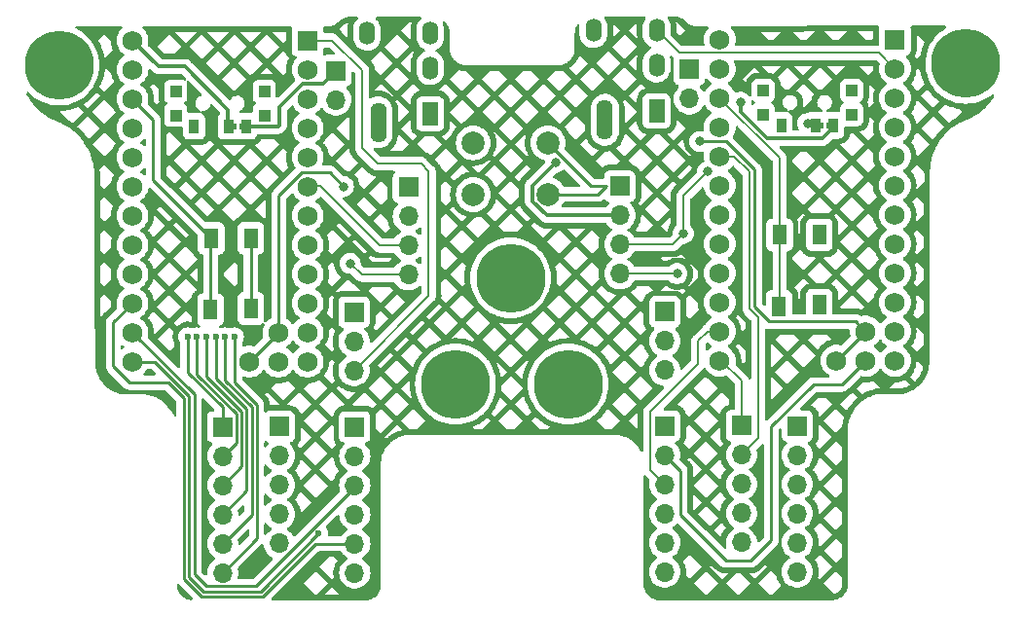
<source format=gbl>
%TF.GenerationSoftware,KiCad,Pcbnew,7.0.7*%
%TF.CreationDate,2024-01-26T01:18:24+08:00*%
%TF.ProjectId,adapter,61646170-7465-4722-9e6b-696361645f70,rev?*%
%TF.SameCoordinates,Original*%
%TF.FileFunction,Copper,L2,Bot*%
%TF.FilePolarity,Positive*%
%FSLAX46Y46*%
G04 Gerber Fmt 4.6, Leading zero omitted, Abs format (unit mm)*
G04 Created by KiCad (PCBNEW 7.0.7) date 2024-01-26 01:18:24*
%MOMM*%
%LPD*%
G01*
G04 APERTURE LIST*
%TA.AperFunction,ComponentPad*%
%ADD10C,2.000000*%
%TD*%
%TA.AperFunction,ComponentPad*%
%ADD11C,6.000000*%
%TD*%
%TA.AperFunction,ComponentPad*%
%ADD12R,1.752600X1.752600*%
%TD*%
%TA.AperFunction,ComponentPad*%
%ADD13C,1.752600*%
%TD*%
%TA.AperFunction,ComponentPad*%
%ADD14R,1.700000X1.700000*%
%TD*%
%TA.AperFunction,ComponentPad*%
%ADD15O,1.700000X1.700000*%
%TD*%
%TA.AperFunction,SMDPad,CuDef*%
%ADD16R,0.400000X0.600000*%
%TD*%
%TA.AperFunction,SMDPad,CuDef*%
%ADD17R,0.900000X1.300000*%
%TD*%
%TA.AperFunction,SMDPad,CuDef*%
%ADD18R,1.000000X1.000000*%
%TD*%
%TA.AperFunction,ComponentPad*%
%ADD19O,1.400000X2.000000*%
%TD*%
%TA.AperFunction,ComponentPad*%
%ADD20O,1.400000X3.500000*%
%TD*%
%TA.AperFunction,ComponentPad*%
%ADD21R,1.400000X2.000000*%
%TD*%
%TA.AperFunction,SMDPad,CuDef*%
%ADD22R,1.300000X1.800000*%
%TD*%
%TA.AperFunction,ViaPad*%
%ADD23C,0.800000*%
%TD*%
%TA.AperFunction,ViaPad*%
%ADD24C,0.600000*%
%TD*%
%TA.AperFunction,Conductor*%
%ADD25C,0.300000*%
%TD*%
%TA.AperFunction,Conductor*%
%ADD26C,0.250000*%
%TD*%
%TA.AperFunction,Conductor*%
%ADD27C,0.200000*%
%TD*%
G04 APERTURE END LIST*
D10*
%TO.P,RSW1,1*%
%TO.N,N/C*%
X209350000Y-97300000D03*
X202850000Y-97300000D03*
%TO.P,RSW1,2*%
X202850000Y-101800000D03*
X209350000Y-101800000D03*
%TD*%
D11*
%TO.P,H3,1,1*%
%TO.N,N/C*%
X206100000Y-109050000D03*
%TD*%
D12*
%TO.P,U2,1,TX*%
%TO.N,rgb_l*%
X188446376Y-88388160D03*
D13*
%TO.P,U2,2,RX*%
%TO.N,serial_r*%
X188446376Y-90928160D03*
%TO.P,U2,3,GND*%
%TO.N,GND*%
X188446376Y-93468160D03*
%TO.P,U2,4,GND*%
X188446376Y-96008160D03*
%TO.P,U2,5,SCL*%
%TO.N,sda_r*%
X188446376Y-98548160D03*
%TO.P,U2,6,SDA*%
%TO.N,scl_r*%
X188446376Y-101088160D03*
%TO.P,U2,7,D4*%
%TO.N,row4_r*%
X188446376Y-103628160D03*
%TO.P,U2,8,C6*%
%TO.N,row3_r*%
X188446376Y-106168160D03*
%TO.P,U2,9,D7*%
%TO.N,col4_r*%
X188446376Y-108708160D03*
%TO.P,U2,10,E6*%
%TO.N,col5_r*%
X188446376Y-111248160D03*
%TO.P,U2,11,B4*%
%TO.N,col6_r*%
X188446376Y-113788160D03*
%TO.P,U2,12,B5*%
%TO.N,row5_r*%
X188446376Y-116328160D03*
%TO.P,U2,13,B6*%
%TO.N,col3_r*%
X173206376Y-116328160D03*
%TO.P,U2,14,B2*%
%TO.N,mosi_r*%
X173206376Y-113788160D03*
%TO.P,U2,15,B3*%
%TO.N,miso_r*%
X173206376Y-111248160D03*
%TO.P,U2,16,B1*%
%TO.N,sc_r*%
X173206376Y-108708160D03*
%TO.P,U2,17,F7*%
%TO.N,row2_r*%
X173206376Y-106168160D03*
%TO.P,U2,18,F6*%
%TO.N,col1_r*%
X173206376Y-103628160D03*
%TO.P,U2,19,F5*%
%TO.N,col2_r*%
X173206376Y-101088160D03*
%TO.P,U2,20,F4*%
%TO.N,row1_r*%
X173206376Y-98548160D03*
%TO.P,U2,21,VCC*%
%TO.N,+5V*%
X173206376Y-96008160D03*
%TO.P,U2,22,RST*%
%TO.N,Rst2*%
X173206376Y-93468160D03*
%TO.P,U2,23,GND*%
%TO.N,GND*%
X173206376Y-90928160D03*
%TO.P,U2,24,RAW*%
%TO.N,bat_r*%
X173206376Y-88388160D03*
%TO.P,U2,28,F1*%
%TO.N,split_hand_r*%
X185906376Y-113788160D03*
X183366376Y-116328160D03*
%TO.P,U2,29,F0*%
%TO.N,ss_r*%
X185906376Y-116328160D03*
%TD*%
D14*
%TO.P,J9,1,Pin_1*%
%TO.N,col3_l*%
X226182542Y-121909520D03*
D15*
%TO.P,J9,2,Pin_2*%
%TO.N,row1_l*%
X226182542Y-124449520D03*
%TO.P,J9,3,Pin_3*%
%TO.N,col2_l*%
X226182542Y-126989520D03*
%TO.P,J9,4,Pin_4*%
%TO.N,col1_l*%
X226182542Y-129529520D03*
%TO.P,J9,5,Pin_5*%
%TO.N,row2_l*%
X226182542Y-132069520D03*
%TD*%
D14*
%TO.P,J12,1,Pin_1*%
%TO.N,row4_r*%
X181053575Y-122008159D03*
D15*
%TO.P,J12,2,Pin_2*%
%TO.N,row3_r*%
X181053575Y-124548159D03*
%TO.P,J12,3,Pin_3*%
%TO.N,col4_r*%
X181053575Y-127088159D03*
%TO.P,J12,4,Pin_4*%
%TO.N,col5_r*%
X181053575Y-129628159D03*
%TO.P,J12,5,Pin_5*%
%TO.N,col6_r*%
X181053575Y-132168159D03*
%TO.P,J12,6,Pin_6*%
%TO.N,row5_r*%
X181053575Y-134708159D03*
%TD*%
D14*
%TO.P,J4,1,Pin_1*%
%TO.N,+5V*%
X219520000Y-112004520D03*
D15*
%TO.P,J4,2,Pin_2*%
%TO.N,GND*%
X219520000Y-114544520D03*
%TO.P,J4,3,Pin_3*%
%TO.N,rgb_r*%
X219520000Y-117084520D03*
%TD*%
D14*
%TO.P,J5,1,Pin_1*%
%TO.N,+5V*%
X192476376Y-112028160D03*
D15*
%TO.P,J5,2,Pin_2*%
%TO.N,GND*%
X192476376Y-114568160D03*
%TO.P,J5,3,Pin_3*%
%TO.N,rgb_l*%
X192476376Y-117108160D03*
%TD*%
D11*
%TO.P,H3,1,1*%
%TO.N,GND*%
X201310297Y-118290820D03*
%TD*%
D14*
%TO.P,J13,1,Pin_1*%
%TO.N,GND*%
X197206376Y-101158160D03*
D15*
%TO.P,J13,2,Pin_2*%
%TO.N,+5V*%
X197206376Y-103698160D03*
%TO.P,J13,3,Pin_3*%
%TO.N,scl_r*%
X197206376Y-106238160D03*
%TO.P,J13,4,Pin_4*%
%TO.N,sda_r*%
X197206376Y-108778160D03*
%TD*%
D14*
%TO.P,J11,1,Pin_1*%
%TO.N,col3_r*%
X185986917Y-121988159D03*
D15*
%TO.P,J11,2,Pin_2*%
%TO.N,row1_r*%
X185986917Y-124528159D03*
%TO.P,J11,3,Pin_3*%
%TO.N,col2_r*%
X185986917Y-127068159D03*
%TO.P,J11,4,Pin_4*%
%TO.N,col1_r*%
X185986917Y-129608159D03*
%TO.P,J11,5,Pin_5*%
%TO.N,row2_r*%
X185986917Y-132148159D03*
%TD*%
D14*
%TO.P,J6,1,Pin_1*%
%TO.N,bat_sw_r*%
X190912376Y-91013160D03*
D15*
%TO.P,J6,2,Pin_2*%
%TO.N,GND*%
X190912376Y-93553160D03*
%TD*%
D11*
%TO.P,H4,1,1*%
%TO.N,GND*%
X211112620Y-118292180D03*
%TD*%
D14*
%TO.P,J7,1,Pin_1*%
%TO.N,+5V*%
X219500000Y-121929519D03*
D15*
%TO.P,J7,2,Pin_2*%
%TO.N,ss_l*%
X219500000Y-124469519D03*
%TO.P,J7,3,Pin_3*%
%TO.N,mosi_l*%
X219500000Y-127009519D03*
%TO.P,J7,4,Pin_4*%
%TO.N,sc_l*%
X219500000Y-129549519D03*
%TO.P,J7,5,Pin_5*%
%TO.N,miso_l*%
X219500000Y-132089519D03*
%TO.P,J7,6,Pin_6*%
%TO.N,GND*%
X219500000Y-134629519D03*
%TD*%
D11*
%TO.P,H2,1,1*%
%TO.N,GND*%
X245687620Y-90392180D03*
%TD*%
D14*
%TO.P,J3,1,Pin_1*%
%TO.N,bat_sw_l*%
X221650000Y-90924520D03*
D15*
%TO.P,J3,2,Pin_2*%
%TO.N,GND*%
X221650000Y-93464520D03*
%TD*%
D14*
%TO.P,J14,1,Pin_1*%
%TO.N,GND*%
X215600000Y-101059520D03*
D15*
%TO.P,J14,2,Pin_2*%
%TO.N,+5V*%
X215600000Y-103599520D03*
%TO.P,J14,3,Pin_3*%
%TO.N,scl_l*%
X215600000Y-106139520D03*
%TO.P,J14,4,Pin_4*%
%TO.N,sda_l*%
X215600000Y-108679520D03*
%TD*%
D11*
%TO.P,H1,1,1*%
%TO.N,GND*%
X166810297Y-90540820D03*
%TD*%
D14*
%TO.P,J8,1,Pin_1*%
%TO.N,+5V*%
X192544065Y-122008159D03*
D15*
%TO.P,J8,2,Pin_2*%
%TO.N,ss_r*%
X192544065Y-124548159D03*
%TO.P,J8,3,Pin_3*%
%TO.N,mosi_r*%
X192544065Y-127088159D03*
%TO.P,J8,4,Pin_4*%
%TO.N,sc_r*%
X192544065Y-129628159D03*
%TO.P,J8,5,Pin_5*%
%TO.N,miso_r*%
X192544065Y-132168159D03*
%TO.P,J8,6,Pin_6*%
%TO.N,GND*%
X192544065Y-134708159D03*
%TD*%
D14*
%TO.P,J10,1,Pin_1*%
%TO.N,row4_l*%
X231039684Y-121929519D03*
D15*
%TO.P,J10,2,Pin_2*%
%TO.N,row3_l*%
X231039684Y-124469519D03*
%TO.P,J10,3,Pin_3*%
%TO.N,col4_l*%
X231039684Y-127009519D03*
%TO.P,J10,4,Pin_4*%
%TO.N,col5_l*%
X231039684Y-129549519D03*
%TO.P,J10,5,Pin_5*%
%TO.N,col6_l*%
X231039684Y-132089519D03*
%TO.P,J10,6,Pin_6*%
%TO.N,row5_l*%
X231039684Y-134629519D03*
%TD*%
D16*
%TO.P,JP1,2,B*%
%TO.N,bat_sw_l*%
X233750000Y-95809520D03*
%TO.P,JP1,1,A*%
%TO.N,bat_l*%
X233115000Y-95809520D03*
%TD*%
D17*
%TO.P,SW4,1,A*%
%TO.N,unconnected-(SW4-Pad1)*%
X178576376Y-95858160D03*
%TO.P,SW4,2,B*%
%TO.N,bat_r*%
X181576376Y-95858160D03*
%TO.P,SW4,3,C*%
%TO.N,bat_sw_r*%
X183076376Y-95858160D03*
D18*
%TO.P,SW4,H*%
%TO.N,N/C*%
X176976376Y-92808160D03*
X176976376Y-94908160D03*
X184676376Y-92808160D03*
X184676376Y-94908160D03*
%TD*%
D16*
%TO.P,JP2,1,A*%
%TO.N,bat_r*%
X182071376Y-95908160D03*
%TO.P,JP2,2,B*%
%TO.N,bat_sw_r*%
X182706376Y-95908160D03*
%TD*%
D19*
%TO.P,J2,*%
%TO.N,*%
X193605297Y-87760820D03*
%TO.P,J2,R1*%
%TO.N,GND*%
X199105297Y-90760820D03*
%TO.P,J2,R2*%
%TO.N,serial_r*%
X199105297Y-87760820D03*
D20*
%TO.P,J2,S*%
%TO.N,unconnected-(J2-PadS)*%
X194605297Y-95510820D03*
D21*
%TO.P,J2,T*%
%TO.N,+5V*%
X199105297Y-94760820D03*
%TD*%
D22*
%TO.P,SW2,1,A*%
%TO.N,Rst2*%
X180056376Y-105608160D03*
X180006376Y-111808160D03*
%TO.P,SW2,2,B*%
%TO.N,GND*%
X183506376Y-105608160D03*
X183506376Y-111708160D03*
%TD*%
%TO.P,SW1,2,B*%
%TO.N,GND*%
X232950000Y-111409520D03*
X232950000Y-105309520D03*
%TO.P,SW1,1,A*%
%TO.N,Rst*%
X229450000Y-111509520D03*
X229500000Y-105309520D03*
%TD*%
D13*
%TO.P,U1,29,F0*%
%TO.N,ss_l*%
X236990000Y-116249520D03*
%TO.P,U1,28,F1*%
%TO.N,split_hand_l*%
X234450000Y-116249520D03*
X236990000Y-113709520D03*
%TO.P,U1,24,RAW*%
%TO.N,bat_l*%
X224290000Y-88309520D03*
%TO.P,U1,23,GND*%
%TO.N,GND*%
X224290000Y-90849520D03*
%TO.P,U1,22,RST*%
%TO.N,Rst*%
X224290000Y-93389520D03*
%TO.P,U1,21,VCC*%
%TO.N,+5V*%
X224290000Y-95929520D03*
%TO.P,U1,20,F4*%
%TO.N,row1_l*%
X224290000Y-98469520D03*
%TO.P,U1,19,F5*%
%TO.N,col2_l*%
X224290000Y-101009520D03*
%TO.P,U1,18,F6*%
%TO.N,col1_l*%
X224290000Y-103549520D03*
%TO.P,U1,17,F7*%
%TO.N,row2_l*%
X224290000Y-106089520D03*
%TO.P,U1,16,B1*%
%TO.N,sc_l*%
X224290000Y-108629520D03*
%TO.P,U1,15,B3*%
%TO.N,miso_l*%
X224290000Y-111169520D03*
%TO.P,U1,14,B2*%
%TO.N,mosi_l*%
X224290000Y-113709520D03*
%TO.P,U1,13,B6*%
%TO.N,col3_l*%
X224290000Y-116249520D03*
%TO.P,U1,12,B5*%
%TO.N,row5_l*%
X239530000Y-116249520D03*
%TO.P,U1,11,B4*%
%TO.N,col6_l*%
X239530000Y-113709520D03*
%TO.P,U1,10,E6*%
%TO.N,col5_l*%
X239530000Y-111169520D03*
%TO.P,U1,9,D7*%
%TO.N,col4_l*%
X239530000Y-108629520D03*
%TO.P,U1,8,C6*%
%TO.N,row3_l*%
X239530000Y-106089520D03*
%TO.P,U1,7,D4*%
%TO.N,row4_l*%
X239530000Y-103549520D03*
%TO.P,U1,6,SDA*%
%TO.N,scl_l*%
X239530000Y-101009520D03*
%TO.P,U1,5,SCL*%
%TO.N,sda_l*%
X239530000Y-98469520D03*
%TO.P,U1,4,GND*%
%TO.N,GND*%
X239530000Y-95929520D03*
%TO.P,U1,3,GND*%
X239530000Y-93389520D03*
%TO.P,U1,2,RX*%
%TO.N,serial_l*%
X239530000Y-90849520D03*
D12*
%TO.P,U1,1,TX*%
%TO.N,rgb_r*%
X239530000Y-88309520D03*
%TD*%
D21*
%TO.P,J1,T*%
%TO.N,+5V*%
X218802620Y-94537180D03*
D20*
%TO.P,J1,S*%
%TO.N,unconnected-(J1-PadS)*%
X214302620Y-95287180D03*
D19*
%TO.P,J1,R2*%
%TO.N,serial_l*%
X218802620Y-87537180D03*
%TO.P,J1,R1*%
%TO.N,GND*%
X218802620Y-90537180D03*
%TO.P,J1,*%
%TO.N,*%
X213302620Y-87537180D03*
%TD*%
D18*
%TO.P,SW3,H*%
%TO.N,N/C*%
X235760000Y-94829520D03*
X235760000Y-92729520D03*
X228060000Y-94829520D03*
X228060000Y-92729520D03*
D17*
%TO.P,SW3,3,C*%
%TO.N,bat_sw_l*%
X234160000Y-95779520D03*
%TO.P,SW3,2,B*%
%TO.N,bat_l*%
X232660000Y-95779520D03*
%TO.P,SW3,1,A*%
%TO.N,unconnected-(SW3-Pad1)*%
X229660000Y-95779520D03*
%TD*%
D23*
%TO.N,+5V*%
X210027701Y-99002299D03*
D24*
%TO.N,col3_r*%
X189409085Y-131270869D03*
%TO.N,row4_r*%
X178016376Y-114158160D03*
%TO.N,row3_r*%
X178832376Y-114158160D03*
%TO.N,col4_r*%
X179648376Y-114158160D03*
%TO.N,col5_r*%
X180464376Y-114158160D03*
%TO.N,col6_r*%
X181280376Y-114158160D03*
%TO.N,row5_r*%
X182096376Y-114158160D03*
D23*
%TO.N,scl_l*%
X223229500Y-99809520D03*
X221120000Y-105199520D03*
%TO.N,sda_l*%
X220574020Y-108679520D03*
%TO.N,sda_r*%
X192146376Y-107778160D03*
%TO.N,split_hand_r*%
X191556376Y-101088160D03*
%TO.N,bat_l*%
X231950000Y-95609520D03*
%TO.N,split_hand_l*%
X222560000Y-97169520D03*
%TO.N,bat_sw_l*%
X226110000Y-93759520D03*
%TD*%
D25*
%TO.N,+5V*%
X209240331Y-103599520D02*
X215600000Y-103599520D01*
X208000000Y-102359189D02*
X209240331Y-103599520D01*
X208000000Y-101030000D02*
X208000000Y-102359189D01*
X210027701Y-99002299D02*
X208000000Y-101030000D01*
D26*
%TO.N,*%
X213684520Y-101800000D02*
X209350000Y-101800000D01*
X213109520Y-101059520D02*
X214425000Y-101059520D01*
X209350000Y-97300000D02*
X213109520Y-101059520D01*
X214425000Y-101059520D02*
X213684520Y-101800000D01*
D27*
%TO.N,Rst*%
X229500000Y-105309520D02*
X229500000Y-111459520D01*
X229500000Y-98599520D02*
X229500000Y-105309520D01*
X229500000Y-111459520D02*
X229450000Y-111509520D01*
X224290000Y-93389520D02*
X229500000Y-98599520D01*
D26*
%TO.N,Rst2*%
X175011376Y-95273160D02*
X173206376Y-93468160D01*
X180056376Y-105608160D02*
X175011376Y-100563160D01*
X175011376Y-100563160D02*
X175011376Y-95273160D01*
X180006376Y-111808160D02*
X180006376Y-105658160D01*
X180006376Y-105658160D02*
X180056376Y-105608160D01*
D27*
%TO.N,rgb_l*%
X193176376Y-97758160D02*
X193176376Y-90978138D01*
X194526376Y-99108160D02*
X193176376Y-97758160D01*
X198976376Y-110608160D02*
X198976376Y-99778160D01*
X198306376Y-99108160D02*
X194526376Y-99108160D01*
X193176376Y-90978138D02*
X190586398Y-88388160D01*
X190586398Y-88388160D02*
X188446376Y-88388160D01*
X198976376Y-99778160D02*
X198306376Y-99108160D01*
X192476376Y-117108160D02*
X198976376Y-110608160D01*
D26*
%TO.N,ss_l*%
X228780000Y-131849520D02*
X226990000Y-133639520D01*
X232440317Y-118329203D02*
X228780000Y-121989520D01*
X234910317Y-118329203D02*
X232440317Y-118329203D01*
X220860000Y-125829519D02*
X219500000Y-124469519D01*
X224820000Y-133639520D02*
X220860000Y-129679520D01*
X236990000Y-116249520D02*
X234910317Y-118329203D01*
X220860000Y-129679520D02*
X220860000Y-125829519D01*
X228780000Y-121989520D02*
X228780000Y-131849520D01*
X226990000Y-133639520D02*
X224820000Y-133639520D01*
D27*
%TO.N,col3_l*%
X226182542Y-121909520D02*
X226182542Y-117977056D01*
X224455006Y-116249520D02*
X224290000Y-116249520D01*
X226182542Y-117977056D02*
X224455006Y-116249520D01*
%TO.N,row1_l*%
X225560000Y-98469520D02*
X224290000Y-98469520D01*
X226182542Y-124416978D02*
X227620000Y-122979520D01*
X227620000Y-112480560D02*
X226890000Y-111750560D01*
X226182542Y-124449520D02*
X226182542Y-124416978D01*
X226890000Y-99799520D02*
X225560000Y-98469520D01*
X226890000Y-111750560D02*
X226890000Y-99799520D01*
X227620000Y-122979520D02*
X227620000Y-112480560D01*
D26*
%TO.N,col3_r*%
X175109980Y-116328160D02*
X178131376Y-119349556D01*
X184346795Y-136333159D02*
X189409085Y-131270869D01*
X178131376Y-119349556D02*
X178131376Y-135053160D01*
X173206376Y-116328160D02*
X175109980Y-116328160D01*
X178131376Y-135053160D02*
X179411375Y-136333159D01*
X179411375Y-136333159D02*
X184346795Y-136333159D01*
%TO.N,row4_r*%
X178016376Y-117257356D02*
X181053575Y-120294555D01*
X181053575Y-120294555D02*
X181053575Y-122008159D01*
X178016376Y-114158160D02*
X178016376Y-117257356D01*
%TO.N,row3_r*%
X182228575Y-123373159D02*
X181053575Y-124548159D01*
X182228575Y-120833159D02*
X182228575Y-123373159D01*
X178832376Y-117436960D02*
X182228575Y-120833159D01*
X178832376Y-114158160D02*
X178832376Y-117436960D01*
%TO.N,col4_r*%
X179648376Y-114158160D02*
X179648376Y-117616564D01*
X182678575Y-120646763D02*
X182678575Y-125463159D01*
X179648376Y-117616564D02*
X182678575Y-120646763D01*
X182678575Y-125463159D02*
X181053575Y-127088159D01*
%TO.N,col5_r*%
X183128575Y-127553159D02*
X181053575Y-129628159D01*
X183128575Y-120460367D02*
X183128575Y-127553159D01*
X180464376Y-114158160D02*
X180464376Y-117796168D01*
X180464376Y-117796168D02*
X183128575Y-120460367D01*
%TO.N,col6_r*%
X181280376Y-114158160D02*
X181280376Y-117975772D01*
X183578575Y-120273971D02*
X183578575Y-129643159D01*
X181280376Y-117975772D02*
X183578575Y-120273971D01*
X183578575Y-129643159D02*
X181053575Y-132168159D01*
%TO.N,row5_r*%
X182096376Y-118155376D02*
X184028575Y-120087575D01*
X184028575Y-131733159D02*
X181053575Y-134708159D01*
X184028575Y-120087575D02*
X184028575Y-131733159D01*
X182096376Y-114158160D02*
X182096376Y-118155376D01*
%TO.N,GND*%
X183506376Y-105608160D02*
X183506376Y-111708160D01*
D27*
%TO.N,scl_l*%
X221120000Y-105199520D02*
X220180000Y-106139520D01*
X220180000Y-106139520D02*
X215600000Y-106139520D01*
X221120000Y-101919020D02*
X221120000Y-105199520D01*
X223229500Y-99809520D02*
X221120000Y-101919020D01*
%TO.N,sda_l*%
X220574020Y-108679520D02*
X215600000Y-108679520D01*
%TO.N,scl_r*%
X189536376Y-101058160D02*
X188476376Y-101058160D01*
X188476376Y-101058160D02*
X188446376Y-101088160D01*
X197206376Y-106238160D02*
X194716376Y-106238160D01*
X194716376Y-106238160D02*
X189536376Y-101058160D01*
%TO.N,sda_r*%
X192146376Y-107778160D02*
X193146376Y-108778160D01*
X193146376Y-108778160D02*
X197206376Y-108778160D01*
%TO.N,mosi_l*%
X222430000Y-116509520D02*
X222430000Y-114529520D01*
X218240000Y-120699520D02*
X222430000Y-116509520D01*
X219500000Y-127009519D02*
X218240000Y-125749519D01*
X223250000Y-113709520D02*
X224290000Y-113709520D01*
X218240000Y-125749519D02*
X218240000Y-120699520D01*
X222430000Y-114529520D02*
X223250000Y-113709520D01*
D26*
%TO.N,miso_r*%
X177681376Y-119535952D02*
X177681376Y-135239556D01*
X176303584Y-118158160D02*
X177681376Y-119535952D01*
X171536376Y-112918160D02*
X171536376Y-116728160D01*
X184533191Y-136783159D02*
X189148191Y-132168159D01*
X173206376Y-111248160D02*
X171536376Y-112918160D01*
X172966376Y-118158160D02*
X176303584Y-118158160D01*
X177681376Y-135239556D02*
X179224979Y-136783159D01*
X179224979Y-136783159D02*
X184533191Y-136783159D01*
X189148191Y-132168159D02*
X192544065Y-132168159D01*
X171536376Y-116728160D02*
X172966376Y-118158160D01*
%TO.N,mosi_r*%
X183913618Y-135883159D02*
X192544065Y-127252712D01*
X192544065Y-127252712D02*
X192544065Y-127088159D01*
X179597771Y-135883159D02*
X183913618Y-135883159D01*
X173206376Y-113788160D02*
X178581376Y-119163160D01*
X178581376Y-134866764D02*
X179597771Y-135883159D01*
X178581376Y-119163160D02*
X178581376Y-134866764D01*
%TO.N,split_hand_r*%
X185906376Y-101929265D02*
X187948781Y-99886860D01*
X185906376Y-113788160D02*
X183366376Y-116328160D01*
X185906376Y-113788160D02*
X185906376Y-101929265D01*
X190355076Y-99886860D02*
X191556376Y-101088160D01*
X187948781Y-99886860D02*
X190355076Y-99886860D01*
D27*
%TO.N,serial_l*%
X220750771Y-89485331D02*
X238165811Y-89485331D01*
X218802620Y-87537180D02*
X220750771Y-89485331D01*
X238165811Y-89485331D02*
X239530000Y-90849520D01*
D25*
%TO.N,bat_l*%
X232120000Y-95779520D02*
X231950000Y-95609520D01*
X232660000Y-95779520D02*
X232120000Y-95779520D01*
%TO.N,bat_r*%
X175486376Y-90668160D02*
X173206376Y-88388160D01*
X181576376Y-95858160D02*
X181526376Y-95808160D01*
X177796376Y-90668160D02*
X175486376Y-90668160D01*
X181526376Y-94398160D02*
X177796376Y-90668160D01*
X181526376Y-95808160D02*
X181526376Y-94398160D01*
D26*
%TO.N,split_hand_l*%
X227315000Y-99623480D02*
X224861040Y-97169520D01*
X227315000Y-111574520D02*
X227315000Y-99623480D01*
X236113700Y-112833220D02*
X228573700Y-112833220D01*
X236990000Y-113709520D02*
X234450000Y-116249520D01*
X228573700Y-112833220D02*
X227315000Y-111574520D01*
X224861040Y-97169520D02*
X222560000Y-97169520D01*
X236990000Y-113709520D02*
X236113700Y-112833220D01*
D25*
%TO.N,bat_sw_l*%
X226110000Y-94573802D02*
X228425718Y-96889520D01*
X228425718Y-96889520D02*
X233250000Y-96889520D01*
X234160000Y-95979520D02*
X233250000Y-96889520D01*
X234160000Y-95779520D02*
X234160000Y-95979520D01*
X226110000Y-94573802D02*
X226110000Y-93759520D01*
%TO.N,bat_sw_r*%
X190912376Y-91013160D02*
X189771565Y-92153971D01*
X185976376Y-94178160D02*
X185976376Y-95788160D01*
X189771565Y-92153971D02*
X188000565Y-92153971D01*
X185976376Y-95788160D02*
X185906376Y-95858160D01*
X185906376Y-95858160D02*
X183076376Y-95858160D01*
X188000565Y-92153971D02*
X185976376Y-94178160D01*
%TD*%
%TA.AperFunction,NonConductor*%
G36*
X238119941Y-87129527D02*
G01*
X238165736Y-87182296D01*
X238175732Y-87251447D01*
X238169163Y-87277226D01*
X238151711Y-87324016D01*
X238151711Y-87324017D01*
X238145200Y-87384565D01*
X238145200Y-88752831D01*
X238125515Y-88819870D01*
X238072711Y-88865625D01*
X238021200Y-88876831D01*
X225734165Y-88876831D01*
X225667126Y-88857146D01*
X225621371Y-88804342D01*
X225611427Y-88735184D01*
X225613959Y-88722391D01*
X225623891Y-88683170D01*
X225660594Y-88538232D01*
X225673030Y-88388154D01*
X225679546Y-88309525D01*
X225679546Y-88309514D01*
X225664703Y-88130399D01*
X225660594Y-88080808D01*
X225604257Y-87858335D01*
X225512069Y-87648169D01*
X225502145Y-87632980D01*
X227791325Y-87632980D01*
X228537176Y-88378831D01*
X228945274Y-88378831D01*
X229694801Y-87629303D01*
X229399333Y-87630476D01*
X229398065Y-87630606D01*
X227791325Y-87632980D01*
X225502145Y-87632980D01*
X225499743Y-87629303D01*
X225497364Y-87625662D01*
X230612434Y-87625662D01*
X231365603Y-88378831D01*
X231773701Y-88378831D01*
X232534495Y-87618036D01*
X230612434Y-87625662D01*
X225497364Y-87625662D01*
X225490062Y-87614485D01*
X233429684Y-87614485D01*
X234194030Y-88378831D01*
X234602128Y-88378831D01*
X235371027Y-87609931D01*
X234389264Y-87610678D01*
X233429684Y-87614485D01*
X225490062Y-87614485D01*
X225486648Y-87609260D01*
X236252887Y-87609260D01*
X237022458Y-88378831D01*
X237430555Y-88378831D01*
X237647198Y-88162185D01*
X237647199Y-87608201D01*
X236252887Y-87609260D01*
X225486648Y-87609260D01*
X225386546Y-87456041D01*
X225285734Y-87346531D01*
X225254811Y-87283877D01*
X225262671Y-87214451D01*
X225306818Y-87160295D01*
X225373235Y-87138604D01*
X225376748Y-87138548D01*
X229347720Y-87132680D01*
X229347721Y-87132679D01*
X229347843Y-87132678D01*
X229371871Y-87132643D01*
X229372173Y-87132581D01*
X234387721Y-87112680D01*
X234387721Y-87112679D01*
X234387861Y-87112678D01*
X238052890Y-87109893D01*
X238119941Y-87129527D01*
G37*
%TD.AperFunction*%
%TA.AperFunction,NonConductor*%
G36*
X220198577Y-86309460D02*
G01*
X220446186Y-86310011D01*
X220453716Y-86310486D01*
X220476877Y-86313373D01*
X220669733Y-86341026D01*
X220677533Y-86342662D01*
X220735233Y-86358702D01*
X220753651Y-86363822D01*
X220756911Y-86364826D01*
X220891074Y-86410223D01*
X220896361Y-86412287D01*
X220974628Y-86447075D01*
X220979719Y-86449625D01*
X221048857Y-86488312D01*
X221086870Y-86509583D01*
X221103094Y-86518661D01*
X221105999Y-86520393D01*
X221173028Y-86562919D01*
X221179475Y-86567617D01*
X221231873Y-86611220D01*
X221328020Y-86691229D01*
X221342656Y-86703872D01*
X221355619Y-86716867D01*
X221408871Y-86778818D01*
X221408873Y-86778820D01*
X221408876Y-86778823D01*
X221464740Y-86827310D01*
X221471813Y-86838336D01*
X221495041Y-86854167D01*
X221500763Y-86858576D01*
X221509006Y-86865732D01*
X221517449Y-86873060D01*
X221520108Y-86875507D01*
X221550507Y-86905170D01*
X221573880Y-86915721D01*
X221633041Y-86953561D01*
X221642698Y-86964657D01*
X221660460Y-86972659D01*
X221676334Y-86981251D01*
X221699405Y-86996008D01*
X221700535Y-86996517D01*
X221719455Y-87007117D01*
X221727171Y-87012376D01*
X221749528Y-87018587D01*
X221815180Y-87048160D01*
X221827896Y-87059064D01*
X221843643Y-87063057D01*
X221864102Y-87070197D01*
X221865213Y-87070698D01*
X221872590Y-87072799D01*
X221891494Y-87078183D01*
X221908463Y-87084384D01*
X221920605Y-87089854D01*
X221940923Y-87092260D01*
X221964864Y-87099078D01*
X222008702Y-87111562D01*
X222024443Y-87121498D01*
X222074667Y-87125189D01*
X222078232Y-87125555D01*
X222099572Y-87128381D01*
X222106660Y-87129745D01*
X222128374Y-87135250D01*
X222146595Y-87134608D01*
X222220392Y-87144380D01*
X222261918Y-87143785D01*
X222271352Y-87146409D01*
X222304811Y-87143621D01*
X222324198Y-87143527D01*
X222371065Y-87146971D01*
X222392874Y-87142958D01*
X223199890Y-87141766D01*
X223266958Y-87161352D01*
X223312791Y-87214088D01*
X223322837Y-87283232D01*
X223293906Y-87346830D01*
X223291303Y-87349749D01*
X223193450Y-87456045D01*
X223067930Y-87648169D01*
X222975743Y-87858334D01*
X222919405Y-88080811D01*
X222900453Y-88309514D01*
X222900453Y-88309525D01*
X222919405Y-88538228D01*
X222919405Y-88538231D01*
X222919406Y-88538232D01*
X222931828Y-88587288D01*
X222966041Y-88722391D01*
X222963416Y-88792211D01*
X222923459Y-88849529D01*
X222858858Y-88876145D01*
X222845835Y-88876831D01*
X221054182Y-88876831D01*
X220987143Y-88857146D01*
X220966501Y-88840512D01*
X220047439Y-87921450D01*
X220013954Y-87860127D01*
X220011120Y-87833769D01*
X220011120Y-87182909D01*
X220011120Y-87182904D01*
X219997282Y-87029153D01*
X219996505Y-87020520D01*
X219939363Y-86813469D01*
X220455979Y-86813469D01*
X220479902Y-86900152D01*
X220480582Y-86902850D01*
X220483697Y-86916497D01*
X220484255Y-86919222D01*
X220488745Y-86943961D01*
X220489181Y-86946710D01*
X220491062Y-86960594D01*
X220491373Y-86963359D01*
X220507741Y-87145212D01*
X220508305Y-87153577D01*
X220508932Y-87167522D01*
X220509120Y-87175922D01*
X220509120Y-87678853D01*
X220834545Y-88004278D01*
X221318018Y-87520804D01*
X220652419Y-86855205D01*
X220608684Y-86840406D01*
X220571229Y-86829994D01*
X220455979Y-86813469D01*
X219939363Y-86813469D01*
X219938637Y-86810838D01*
X219938631Y-86810823D01*
X219844251Y-86614839D01*
X219844245Y-86614829D01*
X219764890Y-86505606D01*
X219741410Y-86439800D01*
X219757236Y-86371746D01*
X219807341Y-86323051D01*
X219865480Y-86308721D01*
X220198577Y-86309460D01*
G37*
%TD.AperFunction*%
%TA.AperFunction,NonConductor*%
G36*
X190350026Y-89016345D02*
G01*
X190370668Y-89032979D01*
X190780668Y-89442979D01*
X190814153Y-89504302D01*
X190809169Y-89573994D01*
X190767297Y-89629927D01*
X190701833Y-89654344D01*
X190692987Y-89654660D01*
X190013721Y-89654660D01*
X189953173Y-89661171D01*
X189953172Y-89661171D01*
X189933735Y-89668421D01*
X189864043Y-89673405D01*
X189802720Y-89639920D01*
X189769236Y-89578596D01*
X189774221Y-89508905D01*
X189774221Y-89508904D01*
X189774369Y-89508509D01*
X189824665Y-89373661D01*
X189828267Y-89340152D01*
X189831175Y-89313114D01*
X189831176Y-89313097D01*
X189831176Y-89120660D01*
X189850861Y-89053621D01*
X189903665Y-89007866D01*
X189955176Y-88996660D01*
X190282987Y-88996660D01*
X190350026Y-89016345D01*
G37*
%TD.AperFunction*%
%TA.AperFunction,NonConductor*%
G36*
X223213703Y-91726156D02*
G01*
X223223725Y-91735881D01*
X223348886Y-91871842D01*
X223529990Y-92012801D01*
X223529993Y-92012803D01*
X223534291Y-92015611D01*
X223532941Y-92017676D01*
X223575267Y-92059690D01*
X223590372Y-92127907D01*
X223566198Y-92193462D01*
X223533323Y-92221948D01*
X223534291Y-92223429D01*
X223529993Y-92226236D01*
X223348887Y-92367197D01*
X223193450Y-92536045D01*
X223067931Y-92728167D01*
X223048993Y-92771343D01*
X223004036Y-92824828D01*
X222937300Y-92845518D01*
X222869973Y-92826843D01*
X222831629Y-92789354D01*
X222751345Y-92666471D01*
X222725722Y-92627252D01*
X222725719Y-92627249D01*
X222725715Y-92627243D01*
X222580510Y-92469511D01*
X222549587Y-92406857D01*
X222557447Y-92337431D01*
X222601594Y-92283275D01*
X222628405Y-92269347D01*
X222708584Y-92239440D01*
X222746204Y-92225409D01*
X222863261Y-92137781D01*
X222950889Y-92020724D01*
X223001989Y-91883721D01*
X223006858Y-91838435D01*
X223008499Y-91823174D01*
X223008500Y-91823157D01*
X223008500Y-91819869D01*
X223028185Y-91752830D01*
X223080989Y-91707075D01*
X223150147Y-91697131D01*
X223213703Y-91726156D01*
G37*
%TD.AperFunction*%
%TA.AperFunction,NonConductor*%
G36*
X227213650Y-93605526D02*
G01*
X227216962Y-93607920D01*
X227273162Y-93649991D01*
X227313588Y-93680254D01*
X227355458Y-93736188D01*
X227360442Y-93805880D01*
X227326956Y-93867202D01*
X227313587Y-93878787D01*
X227275718Y-93907136D01*
X227212435Y-93954508D01*
X227146973Y-93978925D01*
X227078700Y-93964074D01*
X227029294Y-93914669D01*
X227014442Y-93846396D01*
X227014800Y-93842325D01*
X227023504Y-93759520D01*
X227019368Y-93720173D01*
X227031937Y-93651447D01*
X227079669Y-93600422D01*
X227147409Y-93583304D01*
X227213650Y-93605526D01*
G37*
%TD.AperFunction*%
%TA.AperFunction,NonConductor*%
G36*
X183306285Y-87171202D02*
G01*
X183307263Y-87171320D01*
X183320198Y-87171320D01*
X183320276Y-87171320D01*
X183333619Y-87171435D01*
X183334583Y-87171325D01*
X186975343Y-87172609D01*
X187042373Y-87192317D01*
X187088110Y-87245137D01*
X187098029Y-87314299D01*
X187091479Y-87339943D01*
X187068086Y-87402658D01*
X187061576Y-87463205D01*
X187061576Y-89313114D01*
X187068087Y-89373662D01*
X187068087Y-89373664D01*
X187103461Y-89468502D01*
X187119187Y-89510664D01*
X187206815Y-89627721D01*
X187292754Y-89692054D01*
X187317677Y-89710712D01*
X187323872Y-89715349D01*
X187416616Y-89749941D01*
X187472548Y-89791812D01*
X187496965Y-89857277D01*
X187482113Y-89925549D01*
X187464511Y-89950105D01*
X187349826Y-90074685D01*
X187224306Y-90266809D01*
X187132119Y-90476974D01*
X187075781Y-90699451D01*
X187056829Y-90928154D01*
X187056829Y-90928165D01*
X187075781Y-91156868D01*
X187132119Y-91379345D01*
X187224306Y-91589510D01*
X187331032Y-91752868D01*
X187351220Y-91819758D01*
X187332039Y-91886943D01*
X187314904Y-91908370D01*
X185896557Y-93326718D01*
X185835234Y-93360203D01*
X185765542Y-93355219D01*
X185709609Y-93313347D01*
X185685192Y-93247883D01*
X185684876Y-93239037D01*
X185684876Y-92259522D01*
X185684875Y-92259505D01*
X185680836Y-92221948D01*
X185678365Y-92198959D01*
X185674433Y-92188418D01*
X185651864Y-92127907D01*
X185627265Y-92061956D01*
X185539637Y-91944899D01*
X185422580Y-91857271D01*
X185402657Y-91849840D01*
X185285579Y-91806171D01*
X185225030Y-91799660D01*
X185225014Y-91799660D01*
X184127738Y-91799660D01*
X184127721Y-91799660D01*
X184067173Y-91806171D01*
X184067171Y-91806171D01*
X183930171Y-91857271D01*
X183813115Y-91944899D01*
X183725487Y-92061955D01*
X183674387Y-92198955D01*
X183674387Y-92198957D01*
X183667876Y-92259505D01*
X183667876Y-93356814D01*
X183674387Y-93417362D01*
X183674387Y-93417364D01*
X183716324Y-93529797D01*
X183725487Y-93554364D01*
X183813115Y-93671421D01*
X183929963Y-93758893D01*
X183971834Y-93814826D01*
X183976818Y-93884517D01*
X183943333Y-93945840D01*
X183929964Y-93957425D01*
X183813115Y-94044898D01*
X183725487Y-94161955D01*
X183674387Y-94298955D01*
X183674387Y-94298957D01*
X183667876Y-94359505D01*
X183667876Y-94575660D01*
X183648191Y-94642699D01*
X183595387Y-94688454D01*
X183543876Y-94699660D01*
X182618084Y-94699660D01*
X182551045Y-94679975D01*
X182505290Y-94627171D01*
X182495346Y-94558013D01*
X182524371Y-94494457D01*
X182572436Y-94460368D01*
X182642247Y-94432728D01*
X182670993Y-94411843D01*
X182775211Y-94336125D01*
X182775211Y-94336123D01*
X182775213Y-94336123D01*
X182879976Y-94209486D01*
X182949955Y-94060773D01*
X182980752Y-93899330D01*
X182970432Y-93735300D01*
X182919644Y-93578989D01*
X182917107Y-93574992D01*
X182877667Y-93512845D01*
X182831578Y-93440220D01*
X182818541Y-93427977D01*
X182711772Y-93327714D01*
X182711764Y-93327708D01*
X182567747Y-93248534D01*
X182567737Y-93248531D01*
X182408556Y-93207660D01*
X182408553Y-93207660D01*
X182285451Y-93207660D01*
X182285441Y-93207660D01*
X182163318Y-93223089D01*
X182163315Y-93223089D01*
X182010506Y-93283591D01*
X182010497Y-93283596D01*
X181877540Y-93380194D01*
X181877538Y-93380196D01*
X181809459Y-93462492D01*
X181772776Y-93506834D01*
X181772775Y-93506835D01*
X181767804Y-93512845D01*
X181765701Y-93511105D01*
X181722966Y-93548536D01*
X181653861Y-93558847D01*
X181590152Y-93530160D01*
X181583174Y-93523698D01*
X179822921Y-91763445D01*
X181010103Y-91763445D01*
X181999211Y-92752553D01*
X182000032Y-92752258D01*
X182018684Y-92746198D01*
X182022425Y-92745111D01*
X182056529Y-92736356D01*
X182060328Y-92735507D01*
X182079585Y-92731833D01*
X182083434Y-92731223D01*
X182178481Y-92719215D01*
X183134252Y-91763444D01*
X182072178Y-90701370D01*
X181010103Y-91763445D01*
X179822921Y-91763445D01*
X178408708Y-90349232D01*
X179595889Y-90349232D01*
X180657964Y-91411307D01*
X181720039Y-90349232D01*
X182424316Y-90349232D01*
X183486391Y-91411307D01*
X183596038Y-91301660D01*
X184300314Y-91301660D01*
X185233339Y-91301660D01*
X185243336Y-91301928D01*
X185259959Y-91302818D01*
X185269956Y-91303621D01*
X185356214Y-91312896D01*
X185360049Y-91313430D01*
X185379256Y-91316718D01*
X185383049Y-91317490D01*
X185417124Y-91325539D01*
X185420868Y-91326548D01*
X185439537Y-91332212D01*
X185443208Y-91333452D01*
X185585915Y-91386681D01*
X184900604Y-90701370D01*
X184300314Y-91301660D01*
X183596038Y-91301660D01*
X184548466Y-90349232D01*
X185252743Y-90349232D01*
X186314817Y-91411306D01*
X186575553Y-91150570D01*
X186559469Y-90956469D01*
X186558830Y-90941019D01*
X186558830Y-90915301D01*
X186559469Y-90899851D01*
X186580545Y-90645509D01*
X186582457Y-90630173D01*
X186586689Y-90604801D01*
X186589864Y-90589662D01*
X186652514Y-90342258D01*
X186656928Y-90327431D01*
X186665282Y-90303101D01*
X186670900Y-90288703D01*
X186773419Y-90054986D01*
X186780210Y-90041095D01*
X186792450Y-90018477D01*
X186800364Y-90005195D01*
X186832246Y-89956395D01*
X186822918Y-89945630D01*
X186820139Y-89942182D01*
X186708524Y-89793083D01*
X186705999Y-89789446D01*
X186693948Y-89770694D01*
X186691688Y-89766886D01*
X186672508Y-89731758D01*
X186670526Y-89727797D01*
X186661272Y-89707531D01*
X186659580Y-89703445D01*
X186617030Y-89589369D01*
X186314817Y-89287157D01*
X185252743Y-90349232D01*
X184548466Y-90349232D01*
X183486391Y-89287157D01*
X182424316Y-90349232D01*
X181720039Y-90349232D01*
X180657964Y-89287156D01*
X179595889Y-90349232D01*
X178408708Y-90349232D01*
X178323093Y-90263617D01*
X178312940Y-90250945D01*
X178312764Y-90251091D01*
X178307795Y-90245086D01*
X178307792Y-90245080D01*
X178273887Y-90213241D01*
X178254691Y-90195214D01*
X178232709Y-90173232D01*
X178226815Y-90168661D01*
X178222378Y-90164871D01*
X178186509Y-90131188D01*
X178186507Y-90131186D01*
X178167576Y-90120779D01*
X178151324Y-90110104D01*
X178134244Y-90096856D01*
X178134240Y-90096854D01*
X178089078Y-90077310D01*
X178083831Y-90074740D01*
X178040713Y-90051035D01*
X178040714Y-90051035D01*
X178019787Y-90045662D01*
X178001382Y-90039361D01*
X177981550Y-90030779D01*
X177932945Y-90023081D01*
X177927223Y-90021896D01*
X177893564Y-90013254D01*
X177879564Y-90009660D01*
X177879563Y-90009660D01*
X177857957Y-90009660D01*
X177838559Y-90008133D01*
X177829979Y-90006774D01*
X177817225Y-90004754D01*
X177817224Y-90004754D01*
X177768231Y-90009385D01*
X177762395Y-90009660D01*
X175810498Y-90009660D01*
X175743459Y-89989975D01*
X175722817Y-89973341D01*
X174666732Y-88917256D01*
X175371010Y-88917256D01*
X175965414Y-89511660D01*
X176900756Y-89511660D01*
X177477398Y-88935018D01*
X178181676Y-88935018D01*
X179243750Y-89997092D01*
X180305824Y-88935018D01*
X181010103Y-88935018D01*
X182072178Y-89997093D01*
X183134253Y-88935018D01*
X183838530Y-88935018D01*
X184900605Y-89997092D01*
X185962680Y-88935018D01*
X184900605Y-87872943D01*
X183838530Y-88935018D01*
X183134253Y-88935018D01*
X182072178Y-87872943D01*
X181010103Y-88935018D01*
X180305824Y-88935018D01*
X180305825Y-88935017D01*
X179243750Y-87872943D01*
X178181676Y-88935018D01*
X177477398Y-88935018D01*
X176415323Y-87872943D01*
X175371010Y-88917256D01*
X174666732Y-88917256D01*
X174584231Y-88834755D01*
X174550746Y-88773432D01*
X174551707Y-88716633D01*
X174576970Y-88616874D01*
X174576970Y-88616870D01*
X174579422Y-88587287D01*
X174587717Y-88487176D01*
X174595922Y-88388165D01*
X174595922Y-88388154D01*
X174583287Y-88235685D01*
X174576970Y-88159448D01*
X174520633Y-87936975D01*
X174428445Y-87726809D01*
X174397114Y-87678853D01*
X174365075Y-87629814D01*
X176876471Y-87629814D01*
X177829536Y-88582880D01*
X178773383Y-87639033D01*
X179714117Y-87639033D01*
X180657963Y-88582879D01*
X181577841Y-87663002D01*
X182566513Y-87663002D01*
X183486390Y-88582879D01*
X184399216Y-87670053D01*
X185401991Y-87670053D01*
X186314818Y-88582880D01*
X186563576Y-88334122D01*
X186563576Y-87670463D01*
X185401991Y-87670053D01*
X184399216Y-87670053D01*
X184399570Y-87669699D01*
X183354340Y-87669331D01*
X183349271Y-87669588D01*
X183318132Y-87669320D01*
X183287665Y-87669320D01*
X183282502Y-87669020D01*
X182566513Y-87663002D01*
X181577841Y-87663002D01*
X181586079Y-87654764D01*
X179714117Y-87639033D01*
X178773383Y-87639033D01*
X178781223Y-87631193D01*
X178558295Y-87629320D01*
X176876471Y-87629814D01*
X174365075Y-87629814D01*
X174302925Y-87534685D01*
X174237138Y-87463222D01*
X174147490Y-87365838D01*
X174132864Y-87354454D01*
X174092051Y-87297743D01*
X174088378Y-87227970D01*
X174123009Y-87167287D01*
X174184951Y-87134961D01*
X174208985Y-87132601D01*
X178560315Y-87131320D01*
X183306285Y-87171202D01*
G37*
%TD.AperFunction*%
%TA.AperFunction,NonConductor*%
G36*
X178088699Y-91907591D02*
G01*
X178133048Y-91936092D01*
X179213874Y-93016918D01*
X179247359Y-93078241D01*
X179242375Y-93147933D01*
X179200503Y-93203866D01*
X179169905Y-93218534D01*
X179170572Y-93220217D01*
X179010506Y-93283591D01*
X179010497Y-93283596D01*
X178877540Y-93380194D01*
X178877538Y-93380197D01*
X178772776Y-93506833D01*
X178702796Y-93655547D01*
X178687414Y-93736187D01*
X178672000Y-93816990D01*
X178672000Y-93816992D01*
X178672000Y-93816993D01*
X178682320Y-93981020D01*
X178733108Y-94137331D01*
X178733110Y-94137335D01*
X178821174Y-94276100D01*
X178940979Y-94388605D01*
X178940987Y-94388611D01*
X179021227Y-94432723D01*
X179082070Y-94466172D01*
X179083573Y-94466998D01*
X179132837Y-94516544D01*
X179147494Y-94584859D01*
X179122891Y-94650254D01*
X179066838Y-94691965D01*
X179023836Y-94699660D01*
X178108876Y-94699660D01*
X178041837Y-94679975D01*
X177996082Y-94627171D01*
X177984876Y-94575660D01*
X177984876Y-94359522D01*
X177984875Y-94359505D01*
X177980803Y-94321634D01*
X177978365Y-94298959D01*
X177977434Y-94296464D01*
X177943193Y-94204660D01*
X177927265Y-94161956D01*
X177839637Y-94044899D01*
X177722787Y-93957426D01*
X177680917Y-93901493D01*
X177675933Y-93831801D01*
X177709418Y-93770478D01*
X177722788Y-93758893D01*
X177839637Y-93671421D01*
X177927265Y-93554364D01*
X177976930Y-93421208D01*
X177978364Y-93417364D01*
X177978364Y-93417363D01*
X177978365Y-93417361D01*
X177982296Y-93380798D01*
X177984875Y-93356814D01*
X177984876Y-93356797D01*
X177984876Y-92259522D01*
X177984875Y-92259505D01*
X177980836Y-92221948D01*
X177978365Y-92198959D01*
X177974433Y-92188418D01*
X177951864Y-92127907D01*
X177929185Y-92067105D01*
X177924200Y-91997416D01*
X177957685Y-91936093D01*
X178019007Y-91902607D01*
X178088699Y-91907591D01*
G37*
%TD.AperFunction*%
%TA.AperFunction,NonConductor*%
G36*
X174292370Y-96980126D02*
G01*
X174349987Y-97019650D01*
X174377089Y-97084049D01*
X174377876Y-97098000D01*
X174377876Y-97458319D01*
X174358191Y-97525358D01*
X174305387Y-97571113D01*
X174236229Y-97581057D01*
X174172673Y-97552032D01*
X174162647Y-97542303D01*
X174147490Y-97525838D01*
X174147489Y-97525837D01*
X174147488Y-97525836D01*
X173966388Y-97384880D01*
X173962094Y-97382075D01*
X173963471Y-97379965D01*
X173921237Y-97338223D01*
X173905985Y-97270039D01*
X173930018Y-97204432D01*
X173963092Y-97175773D01*
X173962094Y-97174245D01*
X173966382Y-97171443D01*
X173966386Y-97171441D01*
X174147490Y-97030482D01*
X174162647Y-97014016D01*
X174222532Y-96978027D01*
X174292370Y-96980126D01*
G37*
%TD.AperFunction*%
%TA.AperFunction,NonConductor*%
G36*
X174292370Y-99520126D02*
G01*
X174349987Y-99559650D01*
X174377089Y-99624049D01*
X174377876Y-99638000D01*
X174377876Y-99998319D01*
X174358191Y-100065358D01*
X174305387Y-100111113D01*
X174236229Y-100121057D01*
X174172673Y-100092032D01*
X174162647Y-100082303D01*
X174160648Y-100080131D01*
X174147490Y-100065838D01*
X174147489Y-100065837D01*
X174147488Y-100065836D01*
X173966388Y-99924880D01*
X173962094Y-99922075D01*
X173963471Y-99919965D01*
X173921237Y-99878223D01*
X173905985Y-99810039D01*
X173930018Y-99744432D01*
X173963092Y-99715773D01*
X173962094Y-99714245D01*
X173966382Y-99711443D01*
X173966386Y-99711441D01*
X174147490Y-99570482D01*
X174162647Y-99554016D01*
X174222532Y-99518027D01*
X174292370Y-99520126D01*
G37*
%TD.AperFunction*%
%TA.AperFunction,NonConductor*%
G36*
X210773871Y-99639654D02*
G01*
X210824360Y-99670264D01*
X212108915Y-100954819D01*
X212142400Y-101016142D01*
X212137416Y-101085834D01*
X212095544Y-101141767D01*
X212030080Y-101166184D01*
X212021234Y-101166500D01*
X210800446Y-101166500D01*
X210733407Y-101146815D01*
X210694719Y-101107290D01*
X210574179Y-100910589D01*
X210574178Y-100910586D01*
X210518012Y-100844825D01*
X210419969Y-100730031D01*
X210277061Y-100607976D01*
X210239413Y-100575821D01*
X210239410Y-100575820D01*
X210036962Y-100451759D01*
X210036959Y-100451757D01*
X209835442Y-100368287D01*
X209781038Y-100324446D01*
X209758973Y-100258152D01*
X209776252Y-100190453D01*
X209795213Y-100166045D01*
X209850146Y-100111113D01*
X210014140Y-99947118D01*
X210075464Y-99913633D01*
X210101822Y-99910799D01*
X210123188Y-99910799D01*
X210309989Y-99871093D01*
X210484453Y-99793417D01*
X210638954Y-99681165D01*
X210644528Y-99674973D01*
X210704014Y-99638325D01*
X210773871Y-99639654D01*
G37*
%TD.AperFunction*%
%TA.AperFunction,NonConductor*%
G36*
X214297080Y-102185856D02*
G01*
X214353012Y-102227727D01*
X214364468Y-102243030D01*
X214386737Y-102272779D01*
X214386738Y-102272779D01*
X214386739Y-102272781D01*
X214503796Y-102360409D01*
X214544605Y-102375630D01*
X214621595Y-102404347D01*
X214677528Y-102446219D01*
X214701944Y-102511683D01*
X214687092Y-102579956D01*
X214669490Y-102604511D01*
X214524279Y-102762250D01*
X214524276Y-102762254D01*
X214444185Y-102884842D01*
X214391039Y-102930199D01*
X214340377Y-102941020D01*
X210628262Y-102941020D01*
X210561223Y-102921335D01*
X210515468Y-102868531D01*
X210505524Y-102799373D01*
X210533971Y-102736489D01*
X210574176Y-102689416D01*
X210664601Y-102541857D01*
X210694719Y-102492710D01*
X210746531Y-102445835D01*
X210800446Y-102433500D01*
X213600886Y-102433500D01*
X213616633Y-102435238D01*
X213616659Y-102434968D01*
X213624425Y-102435701D01*
X213624429Y-102435702D01*
X213694478Y-102433500D01*
X213724376Y-102433500D01*
X213724377Y-102433500D01*
X213725742Y-102433327D01*
X213731382Y-102432614D01*
X213737205Y-102432156D01*
X213763228Y-102431338D01*
X213784410Y-102430673D01*
X213794201Y-102427827D01*
X213804001Y-102424980D01*
X213823058Y-102421032D01*
X213843317Y-102418474D01*
X213887241Y-102401082D01*
X213892741Y-102399199D01*
X213938113Y-102386018D01*
X213955685Y-102375625D01*
X213973152Y-102367068D01*
X213992137Y-102359552D01*
X214030346Y-102331790D01*
X214035224Y-102328585D01*
X214075882Y-102304542D01*
X214090322Y-102290100D01*
X214105112Y-102277470D01*
X214121627Y-102265472D01*
X214151742Y-102229067D01*
X214155646Y-102224776D01*
X214166067Y-102214355D01*
X214227388Y-102180872D01*
X214297080Y-102185856D01*
G37*
%TD.AperFunction*%
%TA.AperFunction,NonConductor*%
G36*
X198282371Y-104642158D02*
G01*
X198339987Y-104681682D01*
X198367089Y-104746081D01*
X198367876Y-104760031D01*
X198367876Y-105176288D01*
X198348191Y-105243327D01*
X198295387Y-105289082D01*
X198226229Y-105299026D01*
X198162673Y-105270001D01*
X198152648Y-105260273D01*
X198138767Y-105245195D01*
X198129616Y-105235254D01*
X198129614Y-105235252D01*
X197951953Y-105096972D01*
X197951954Y-105096972D01*
X197951952Y-105096971D01*
X197915446Y-105077215D01*
X197865855Y-105027996D01*
X197850747Y-104959779D01*
X197874917Y-104894224D01*
X197915446Y-104859105D01*
X197915460Y-104859096D01*
X197951952Y-104839349D01*
X198129616Y-104701066D01*
X198152648Y-104676046D01*
X198212533Y-104640058D01*
X198282371Y-104642158D01*
G37*
%TD.AperFunction*%
%TA.AperFunction,NonConductor*%
G36*
X192476079Y-91138835D02*
G01*
X192482543Y-91144854D01*
X192507135Y-91169446D01*
X192531558Y-91193869D01*
X192565042Y-91255192D01*
X192567876Y-91281549D01*
X192567876Y-97714214D01*
X192567345Y-97722311D01*
X192566696Y-97727247D01*
X192562626Y-97758159D01*
X192562626Y-97758163D01*
X192567508Y-97795249D01*
X192567510Y-97795265D01*
X192574504Y-97848386D01*
X192583536Y-97917002D01*
X192583539Y-97917014D01*
X192644849Y-98065031D01*
X192644852Y-98065036D01*
X192717899Y-98160232D01*
X192717901Y-98160234D01*
X192725691Y-98170386D01*
X192742388Y-98192147D01*
X192771074Y-98214158D01*
X192777170Y-98219503D01*
X194065031Y-99507364D01*
X194070372Y-99513454D01*
X194078150Y-99523591D01*
X194092388Y-99542147D01*
X194124301Y-99566635D01*
X194150988Y-99587112D01*
X194171381Y-99602760D01*
X194219501Y-99639684D01*
X194219504Y-99639685D01*
X194219505Y-99639686D01*
X194282531Y-99665792D01*
X194367526Y-99700998D01*
X194486491Y-99716660D01*
X194486496Y-99716660D01*
X194488281Y-99716895D01*
X194488299Y-99716897D01*
X194511745Y-99719983D01*
X194526375Y-99721910D01*
X194526376Y-99721910D01*
X194526377Y-99721910D01*
X194536848Y-99720531D01*
X194562224Y-99717190D01*
X194570322Y-99716660D01*
X195925447Y-99716660D01*
X195992486Y-99736345D01*
X196038241Y-99789149D01*
X196048185Y-99858307D01*
X196019160Y-99921863D01*
X195999763Y-99939922D01*
X195993115Y-99944899D01*
X195993114Y-99944900D01*
X195905487Y-100061955D01*
X195854387Y-100198955D01*
X195854387Y-100198957D01*
X195847876Y-100259505D01*
X195847876Y-102056814D01*
X195854387Y-102117362D01*
X195854387Y-102117364D01*
X195905007Y-102253076D01*
X195905487Y-102254364D01*
X195993115Y-102371421D01*
X196110172Y-102459049D01*
X196162113Y-102478422D01*
X196227971Y-102502987D01*
X196283904Y-102544859D01*
X196308320Y-102610323D01*
X196293468Y-102678596D01*
X196275866Y-102703151D01*
X196130655Y-102860890D01*
X196130652Y-102860894D01*
X196007516Y-103049367D01*
X195917079Y-103255545D01*
X195861812Y-103473788D01*
X195861810Y-103473800D01*
X195843220Y-103698154D01*
X195843220Y-103698165D01*
X195861810Y-103922519D01*
X195861812Y-103922531D01*
X195917079Y-104140774D01*
X196007516Y-104346952D01*
X196130652Y-104535425D01*
X196130660Y-104535436D01*
X196283132Y-104701062D01*
X196283137Y-104701067D01*
X196314252Y-104725285D01*
X196460800Y-104839349D01*
X196460805Y-104839351D01*
X196460807Y-104839353D01*
X196497306Y-104859106D01*
X196546896Y-104908325D01*
X196562004Y-104976542D01*
X196537833Y-105042097D01*
X196497306Y-105077214D01*
X196460807Y-105096966D01*
X196460798Y-105096972D01*
X196283137Y-105235252D01*
X196283132Y-105235257D01*
X196130660Y-105400883D01*
X196130652Y-105400894D01*
X196017895Y-105573482D01*
X195964749Y-105618838D01*
X195914087Y-105629660D01*
X195019787Y-105629660D01*
X194952748Y-105609975D01*
X194932106Y-105593341D01*
X193431939Y-104093174D01*
X194136217Y-104093174D01*
X195174703Y-105131660D01*
X195221882Y-105131660D01*
X195647353Y-104706187D01*
X195583573Y-104608565D01*
X195575660Y-104595285D01*
X195563418Y-104572665D01*
X195556625Y-104558771D01*
X195455862Y-104329050D01*
X195450244Y-104314656D01*
X195441891Y-104290326D01*
X195437476Y-104275497D01*
X195375893Y-104032312D01*
X195372719Y-104017171D01*
X195369662Y-103998855D01*
X194800099Y-103429292D01*
X194136217Y-104093174D01*
X193431939Y-104093174D01*
X192017726Y-102678961D01*
X192722003Y-102678961D01*
X193784078Y-103741036D01*
X194447961Y-103077154D01*
X193385885Y-102015078D01*
X192722003Y-102678961D01*
X192017726Y-102678961D01*
X191547106Y-102208341D01*
X191513621Y-102147018D01*
X191518605Y-102077326D01*
X191560477Y-102021393D01*
X191625941Y-101996976D01*
X191634787Y-101996660D01*
X191651863Y-101996660D01*
X191838664Y-101956954D01*
X192013128Y-101879278D01*
X192167629Y-101767026D01*
X192261348Y-101662940D01*
X193738025Y-101662940D01*
X194800099Y-102725014D01*
X195358782Y-102166331D01*
X195351837Y-102101740D01*
X195351034Y-102091743D01*
X195350144Y-102075120D01*
X195349876Y-102065123D01*
X195349876Y-101150640D01*
X194800100Y-100600864D01*
X193738025Y-101662940D01*
X192261348Y-101662940D01*
X192295416Y-101625104D01*
X192390903Y-101459716D01*
X192449918Y-101278088D01*
X192469880Y-101088160D01*
X192449918Y-100898232D01*
X192390903Y-100716604D01*
X192295416Y-100551216D01*
X192167629Y-100409294D01*
X192013128Y-100297042D01*
X191838664Y-100219366D01*
X191838662Y-100219365D01*
X191651863Y-100179660D01*
X191595142Y-100179660D01*
X191528103Y-100159975D01*
X191507461Y-100143341D01*
X191418961Y-100054841D01*
X192517695Y-100054841D01*
X192525666Y-100062812D01*
X192527901Y-100065167D01*
X192675317Y-100228889D01*
X192677428Y-100231361D01*
X192687707Y-100244055D01*
X192689679Y-100246625D01*
X192706923Y-100270358D01*
X192708764Y-100273036D01*
X192717667Y-100286745D01*
X192719363Y-100289513D01*
X192829515Y-100480304D01*
X192831064Y-100483155D01*
X192838478Y-100497706D01*
X192839875Y-100500635D01*
X192851808Y-100527434D01*
X192853051Y-100530433D01*
X192858910Y-100545694D01*
X192859995Y-100548757D01*
X192928078Y-100758295D01*
X192929001Y-100761412D01*
X192933230Y-100777200D01*
X192933988Y-100780354D01*
X192940086Y-100809050D01*
X192940678Y-100812243D01*
X192943233Y-100828376D01*
X192943656Y-100831593D01*
X192947999Y-100872915D01*
X193385886Y-101310802D01*
X194447961Y-100248727D01*
X194407836Y-100208602D01*
X194284340Y-100192343D01*
X194280337Y-100191682D01*
X194260304Y-100187698D01*
X194256352Y-100186776D01*
X194220920Y-100177283D01*
X194217034Y-100176104D01*
X194197691Y-100169537D01*
X194193894Y-100168108D01*
X194011980Y-100092757D01*
X194008286Y-100091084D01*
X193989960Y-100082047D01*
X193986376Y-100080131D01*
X193954608Y-100061788D01*
X193951164Y-100059647D01*
X193934184Y-100048301D01*
X193930885Y-100045937D01*
X193868218Y-99997850D01*
X193821136Y-99961723D01*
X193774674Y-99926071D01*
X193771534Y-99923494D01*
X193756184Y-99910031D01*
X193753226Y-99907261D01*
X193727291Y-99881328D01*
X193724518Y-99878367D01*
X193711044Y-99863005D01*
X193708466Y-99859864D01*
X193692680Y-99839291D01*
X193212963Y-99359574D01*
X192517695Y-100054841D01*
X191418961Y-100054841D01*
X191192334Y-99828214D01*
X190862164Y-99498043D01*
X190852263Y-99485683D01*
X190852053Y-99485858D01*
X190847078Y-99479846D01*
X190847076Y-99479842D01*
X190814751Y-99449487D01*
X190795997Y-99431875D01*
X190774844Y-99410723D01*
X190772868Y-99409191D01*
X190769259Y-99406391D01*
X190764826Y-99402604D01*
X190762192Y-99400131D01*
X190730397Y-99370274D01*
X190730395Y-99370272D01*
X190712507Y-99360438D01*
X190696246Y-99349757D01*
X190680115Y-99337244D01*
X190636769Y-99318487D01*
X190631521Y-99315916D01*
X190594303Y-99295456D01*
X190590136Y-99293165D01*
X190577969Y-99290041D01*
X190570363Y-99288088D01*
X190551957Y-99281786D01*
X190533220Y-99273678D01*
X190533222Y-99273678D01*
X190486572Y-99266290D01*
X190480857Y-99265106D01*
X190460688Y-99259928D01*
X190435108Y-99253360D01*
X190435106Y-99253360D01*
X190414692Y-99253360D01*
X190395293Y-99251833D01*
X190375134Y-99248640D01*
X190375133Y-99248640D01*
X190328110Y-99253085D01*
X190322272Y-99253360D01*
X189839008Y-99253360D01*
X189771969Y-99233675D01*
X189726214Y-99180871D01*
X189716270Y-99111713D01*
X189725452Y-99079550D01*
X189748640Y-99026686D01*
X189760633Y-98999345D01*
X189802374Y-98834513D01*
X190909598Y-98834513D01*
X191770926Y-99695841D01*
X191956552Y-99735298D01*
X191959710Y-99736056D01*
X191975493Y-99740286D01*
X191978605Y-99741208D01*
X192006503Y-99750272D01*
X192009562Y-99751356D01*
X192024817Y-99757211D01*
X192027817Y-99758454D01*
X192084548Y-99783711D01*
X192860824Y-99007435D01*
X192445246Y-98591857D01*
X192424676Y-98576072D01*
X192421538Y-98573498D01*
X192406180Y-98560029D01*
X192403219Y-98557255D01*
X192377282Y-98531318D01*
X192374509Y-98528358D01*
X192361040Y-98513001D01*
X192358464Y-98509862D01*
X192325281Y-98466616D01*
X192238599Y-98353652D01*
X192236235Y-98350353D01*
X192224889Y-98333373D01*
X192222748Y-98329929D01*
X192204405Y-98298161D01*
X192202489Y-98294577D01*
X192193452Y-98276251D01*
X192191779Y-98272557D01*
X192116429Y-98090645D01*
X192115000Y-98086848D01*
X192108436Y-98067513D01*
X192107257Y-98063629D01*
X192097762Y-98028196D01*
X192096840Y-98024243D01*
X192092853Y-98004200D01*
X192092191Y-98000194D01*
X192080765Y-97913387D01*
X192075933Y-97876698D01*
X191971673Y-97772438D01*
X190909598Y-98834513D01*
X189802374Y-98834513D01*
X189816970Y-98776872D01*
X189828361Y-98639405D01*
X189835922Y-98548165D01*
X189835922Y-98548154D01*
X189818505Y-98337974D01*
X189816970Y-98319448D01*
X189760633Y-98096975D01*
X189668445Y-97886809D01*
X189649304Y-97857512D01*
X189542925Y-97694685D01*
X189505916Y-97654483D01*
X189387490Y-97525838D01*
X189288293Y-97448630D01*
X189206388Y-97384880D01*
X189202094Y-97382075D01*
X189203471Y-97379965D01*
X189161237Y-97338223D01*
X189147801Y-97278159D01*
X189836369Y-97278159D01*
X189918019Y-97366854D01*
X189928008Y-97378647D01*
X189943810Y-97398947D01*
X189952798Y-97411536D01*
X190092388Y-97625195D01*
X190100302Y-97638477D01*
X190112542Y-97661095D01*
X190119333Y-97674986D01*
X190221852Y-97908703D01*
X190227470Y-97923101D01*
X190235824Y-97947431D01*
X190240238Y-97962258D01*
X190302888Y-98209662D01*
X190306063Y-98224801D01*
X190307299Y-98232215D01*
X190557459Y-98482374D01*
X191619533Y-97420300D01*
X190557458Y-96358224D01*
X190185738Y-96729944D01*
X190119334Y-96881334D01*
X190112542Y-96895225D01*
X190100302Y-96917843D01*
X190092388Y-96931125D01*
X189952798Y-97144784D01*
X189943810Y-97157373D01*
X189928008Y-97177673D01*
X189918019Y-97189466D01*
X189836369Y-97278159D01*
X189147801Y-97278159D01*
X189145985Y-97270039D01*
X189170018Y-97204432D01*
X189203092Y-97175773D01*
X189202094Y-97174245D01*
X189206382Y-97171443D01*
X189206386Y-97171441D01*
X189387490Y-97030482D01*
X189542923Y-96861637D01*
X189668445Y-96669511D01*
X189760633Y-96459345D01*
X189816970Y-96236872D01*
X189828606Y-96096448D01*
X189835922Y-96008165D01*
X189835922Y-96008154D01*
X189835751Y-96006085D01*
X190909597Y-96006085D01*
X191971672Y-97068160D01*
X192069876Y-96969957D01*
X192069876Y-95042214D01*
X192048838Y-95021176D01*
X191953684Y-95095239D01*
X191941102Y-95104221D01*
X191919567Y-95118292D01*
X191906280Y-95126208D01*
X191685657Y-95245604D01*
X191671755Y-95252399D01*
X191656666Y-95259016D01*
X190909597Y-96006085D01*
X189835751Y-96006085D01*
X189821986Y-95839984D01*
X189816970Y-95779448D01*
X189760633Y-95556975D01*
X189668445Y-95346809D01*
X189640778Y-95304461D01*
X189542925Y-95154685D01*
X189496469Y-95104221D01*
X189387490Y-94985838D01*
X189292186Y-94911660D01*
X189206388Y-94844880D01*
X189202094Y-94842075D01*
X189203471Y-94839965D01*
X189161237Y-94798223D01*
X189145985Y-94730039D01*
X189170018Y-94664432D01*
X189203092Y-94635773D01*
X189202094Y-94634245D01*
X189206382Y-94631443D01*
X189206386Y-94631441D01*
X189387490Y-94490482D01*
X189542923Y-94321637D01*
X189542924Y-94321634D01*
X189542927Y-94321632D01*
X189563508Y-94290130D01*
X189616653Y-94244772D01*
X189685885Y-94235348D01*
X189749221Y-94264849D01*
X189771121Y-94290122D01*
X189836654Y-94390428D01*
X189836659Y-94390433D01*
X189836660Y-94390436D01*
X189989132Y-94556062D01*
X189989137Y-94556067D01*
X189991637Y-94558013D01*
X190166800Y-94694349D01*
X190166801Y-94694349D01*
X190166803Y-94694351D01*
X190279598Y-94755392D01*
X190364802Y-94801502D01*
X190577741Y-94874604D01*
X190799807Y-94911660D01*
X191024945Y-94911660D01*
X191247011Y-94874604D01*
X191459950Y-94801502D01*
X191657952Y-94694349D01*
X191835616Y-94556066D01*
X191951652Y-94430019D01*
X191988091Y-94390436D01*
X191988093Y-94390433D01*
X191988098Y-94390428D01*
X192111236Y-94201951D01*
X192201672Y-93995776D01*
X192256940Y-93777528D01*
X192256941Y-93777519D01*
X192275532Y-93553165D01*
X192275532Y-93553154D01*
X192256941Y-93328800D01*
X192256939Y-93328788D01*
X192245494Y-93283592D01*
X192201672Y-93110544D01*
X192111236Y-92904369D01*
X192107903Y-92899268D01*
X192018825Y-92762924D01*
X191988098Y-92715892D01*
X191988095Y-92715889D01*
X191988091Y-92715883D01*
X191842886Y-92558151D01*
X191811963Y-92495497D01*
X191819823Y-92426071D01*
X191863970Y-92371915D01*
X191890781Y-92357987D01*
X191999118Y-92317578D01*
X192008580Y-92314049D01*
X192125637Y-92226421D01*
X192213265Y-92109364D01*
X192264365Y-91972361D01*
X192268264Y-91936092D01*
X192270875Y-91911814D01*
X192270876Y-91911797D01*
X192270876Y-91232548D01*
X192290561Y-91165509D01*
X192343365Y-91119754D01*
X192412523Y-91109810D01*
X192476079Y-91138835D01*
G37*
%TD.AperFunction*%
%TA.AperFunction,NonConductor*%
G36*
X198282371Y-107182158D02*
G01*
X198339987Y-107221682D01*
X198367089Y-107286081D01*
X198367876Y-107300031D01*
X198367876Y-107716288D01*
X198348191Y-107783327D01*
X198295387Y-107829082D01*
X198226229Y-107839026D01*
X198162673Y-107810001D01*
X198152648Y-107800273D01*
X198138767Y-107785195D01*
X198129616Y-107775254D01*
X198129614Y-107775252D01*
X197951953Y-107636972D01*
X197951948Y-107636968D01*
X197915444Y-107617213D01*
X197865854Y-107567993D01*
X197850747Y-107499776D01*
X197874918Y-107434221D01*
X197915445Y-107399105D01*
X197951952Y-107379349D01*
X198129616Y-107241066D01*
X198152648Y-107216046D01*
X198212533Y-107180058D01*
X198282371Y-107182158D01*
G37*
%TD.AperFunction*%
%TA.AperFunction,NonConductor*%
G36*
X225890895Y-95850964D02*
G01*
X228855181Y-98815249D01*
X228888666Y-98876572D01*
X228891500Y-98902930D01*
X228891499Y-103779945D01*
X228871814Y-103846984D01*
X228819010Y-103892739D01*
X228780757Y-103903234D01*
X228740796Y-103907531D01*
X228740795Y-103907531D01*
X228603795Y-103958631D01*
X228486739Y-104046259D01*
X228399111Y-104163315D01*
X228348011Y-104300315D01*
X228348011Y-104300317D01*
X228341500Y-104360865D01*
X228341500Y-106258174D01*
X228348011Y-106318722D01*
X228348011Y-106318724D01*
X228398472Y-106454012D01*
X228399111Y-106455724D01*
X228486739Y-106572781D01*
X228603796Y-106660409D01*
X228647790Y-106676818D01*
X228740795Y-106711508D01*
X228740798Y-106711509D01*
X228780755Y-106715805D01*
X228845306Y-106742543D01*
X228885155Y-106799935D01*
X228891500Y-106839094D01*
X228891500Y-109977020D01*
X228871815Y-110044059D01*
X228819011Y-110089814D01*
X228767500Y-110101020D01*
X228751345Y-110101020D01*
X228690797Y-110107531D01*
X228690795Y-110107531D01*
X228553795Y-110158631D01*
X228436739Y-110246259D01*
X228349111Y-110363315D01*
X228298011Y-110500315D01*
X228298011Y-110500317D01*
X228291500Y-110560865D01*
X228291500Y-111355752D01*
X228271815Y-111422791D01*
X228219011Y-111468546D01*
X228149853Y-111478490D01*
X228086297Y-111449465D01*
X228079819Y-111443434D01*
X228034613Y-111398228D01*
X227984817Y-111348432D01*
X227951334Y-111287112D01*
X227948500Y-111260753D01*
X227948500Y-99707112D01*
X227950239Y-99691360D01*
X227949968Y-99691335D01*
X227950700Y-99683579D01*
X227950702Y-99683572D01*
X227948500Y-99613508D01*
X227948500Y-99583624D01*
X227947614Y-99576621D01*
X227947157Y-99570802D01*
X227945988Y-99533603D01*
X227945674Y-99523591D01*
X227939974Y-99503972D01*
X227936031Y-99484926D01*
X227934750Y-99474789D01*
X227933474Y-99464683D01*
X227916081Y-99420754D01*
X227914204Y-99415272D01*
X227902142Y-99373753D01*
X227901020Y-99369890D01*
X227901019Y-99369889D01*
X227901019Y-99369887D01*
X227890620Y-99352304D01*
X227882066Y-99334843D01*
X227874552Y-99315863D01*
X227871710Y-99311952D01*
X227846795Y-99277659D01*
X227843586Y-99272774D01*
X227843469Y-99272577D01*
X227839032Y-99265073D01*
X227819544Y-99232121D01*
X227819543Y-99232120D01*
X227819542Y-99232118D01*
X227805108Y-99217684D01*
X227792471Y-99202889D01*
X227780472Y-99186373D01*
X227780470Y-99186370D01*
X227744073Y-99156261D01*
X227739751Y-99152327D01*
X225451378Y-96863953D01*
X225417893Y-96802630D01*
X225422877Y-96732938D01*
X225435251Y-96708450D01*
X225460692Y-96669510D01*
X225512069Y-96590871D01*
X225604257Y-96380705D01*
X225660594Y-96158232D01*
X225679546Y-95929520D01*
X225679546Y-95929514D01*
X225679638Y-95928405D01*
X225704791Y-95863220D01*
X225761193Y-95821982D01*
X225830936Y-95817784D01*
X225890895Y-95850964D01*
G37*
%TD.AperFunction*%
%TA.AperFunction,NonConductor*%
G36*
X237929439Y-90113516D02*
G01*
X237950081Y-90130150D01*
X238166432Y-90346501D01*
X238199917Y-90407824D01*
X238198957Y-90464622D01*
X238159405Y-90620811D01*
X238140453Y-90849514D01*
X238140453Y-90849525D01*
X238159405Y-91078228D01*
X238215743Y-91300705D01*
X238307930Y-91510870D01*
X238433450Y-91702994D01*
X238443773Y-91714208D01*
X238588886Y-91871842D01*
X238769990Y-92012801D01*
X238769993Y-92012803D01*
X238774291Y-92015611D01*
X238772941Y-92017676D01*
X238815267Y-92059690D01*
X238830372Y-92127907D01*
X238806198Y-92193462D01*
X238773323Y-92221948D01*
X238774291Y-92223429D01*
X238769993Y-92226236D01*
X238588887Y-92367197D01*
X238433450Y-92536045D01*
X238307930Y-92728169D01*
X238215743Y-92938334D01*
X238159405Y-93160811D01*
X238140453Y-93389514D01*
X238140453Y-93389525D01*
X238159405Y-93618228D01*
X238215743Y-93840705D01*
X238307930Y-94050870D01*
X238433450Y-94242994D01*
X238434525Y-94244162D01*
X238588886Y-94411842D01*
X238769990Y-94552801D01*
X238769993Y-94552803D01*
X238774291Y-94555611D01*
X238772941Y-94557676D01*
X238815267Y-94599690D01*
X238830372Y-94667907D01*
X238806198Y-94733462D01*
X238773323Y-94761948D01*
X238774291Y-94763429D01*
X238769993Y-94766236D01*
X238588887Y-94907197D01*
X238433450Y-95076045D01*
X238307930Y-95268169D01*
X238215743Y-95478334D01*
X238159405Y-95700811D01*
X238140453Y-95929514D01*
X238140453Y-95929525D01*
X238159405Y-96158228D01*
X238159405Y-96158231D01*
X238159406Y-96158232D01*
X238191712Y-96285806D01*
X238215743Y-96380705D01*
X238307930Y-96590870D01*
X238433450Y-96782994D01*
X238439927Y-96790030D01*
X238588886Y-96951842D01*
X238769990Y-97092801D01*
X238769993Y-97092803D01*
X238774291Y-97095611D01*
X238772941Y-97097676D01*
X238815267Y-97139690D01*
X238830372Y-97207907D01*
X238806198Y-97273462D01*
X238773323Y-97301948D01*
X238774291Y-97303429D01*
X238769993Y-97306236D01*
X238588887Y-97447197D01*
X238433450Y-97616045D01*
X238307930Y-97808169D01*
X238215743Y-98018334D01*
X238159405Y-98240811D01*
X238140453Y-98469514D01*
X238140453Y-98469525D01*
X238159405Y-98698228D01*
X238215743Y-98920705D01*
X238307930Y-99130870D01*
X238433450Y-99322994D01*
X238446568Y-99337244D01*
X238588886Y-99491842D01*
X238769990Y-99632801D01*
X238769993Y-99632803D01*
X238774291Y-99635611D01*
X238772941Y-99637676D01*
X238815267Y-99679690D01*
X238830372Y-99747907D01*
X238806198Y-99813462D01*
X238773323Y-99841948D01*
X238774291Y-99843429D01*
X238769993Y-99846236D01*
X238588887Y-99987197D01*
X238433450Y-100156045D01*
X238307930Y-100348169D01*
X238215743Y-100558334D01*
X238159405Y-100780811D01*
X238140453Y-101009514D01*
X238140453Y-101009525D01*
X238159405Y-101238228D01*
X238215743Y-101460705D01*
X238307930Y-101670870D01*
X238433450Y-101862994D01*
X238441934Y-101872210D01*
X238588886Y-102031842D01*
X238769990Y-102172801D01*
X238769993Y-102172803D01*
X238774291Y-102175611D01*
X238772941Y-102177676D01*
X238815267Y-102219690D01*
X238830372Y-102287907D01*
X238806198Y-102353462D01*
X238773323Y-102381948D01*
X238774291Y-102383429D01*
X238769993Y-102386236D01*
X238588887Y-102527197D01*
X238433450Y-102696045D01*
X238307930Y-102888169D01*
X238215743Y-103098334D01*
X238159405Y-103320811D01*
X238140453Y-103549514D01*
X238140453Y-103549525D01*
X238159405Y-103778228D01*
X238159405Y-103778231D01*
X238159406Y-103778232D01*
X238176721Y-103846608D01*
X238215743Y-104000705D01*
X238307930Y-104210870D01*
X238433450Y-104402994D01*
X238451585Y-104422694D01*
X238588886Y-104571842D01*
X238769990Y-104712801D01*
X238769993Y-104712803D01*
X238774291Y-104715611D01*
X238772941Y-104717676D01*
X238815267Y-104759690D01*
X238830372Y-104827907D01*
X238806198Y-104893462D01*
X238773323Y-104921948D01*
X238774291Y-104923429D01*
X238769993Y-104926236D01*
X238588887Y-105067197D01*
X238433450Y-105236045D01*
X238307930Y-105428169D01*
X238215743Y-105638334D01*
X238159405Y-105860811D01*
X238140453Y-106089514D01*
X238140453Y-106089525D01*
X238159405Y-106318228D01*
X238215743Y-106540705D01*
X238307930Y-106750870D01*
X238433450Y-106942994D01*
X238451585Y-106962694D01*
X238588886Y-107111842D01*
X238769990Y-107252801D01*
X238769993Y-107252803D01*
X238774291Y-107255611D01*
X238772887Y-107257759D01*
X238815027Y-107299255D01*
X238830405Y-107367412D01*
X238806493Y-107433063D01*
X238773359Y-107462004D01*
X238774291Y-107463429D01*
X238769993Y-107466236D01*
X238588887Y-107607197D01*
X238433450Y-107776045D01*
X238307930Y-107968169D01*
X238215743Y-108178334D01*
X238159405Y-108400811D01*
X238140453Y-108629514D01*
X238140453Y-108629525D01*
X238159405Y-108858228D01*
X238215743Y-109080705D01*
X238307930Y-109290870D01*
X238433450Y-109482994D01*
X238443016Y-109493385D01*
X238588886Y-109651842D01*
X238769990Y-109792801D01*
X238769993Y-109792803D01*
X238774291Y-109795611D01*
X238772941Y-109797676D01*
X238815267Y-109839690D01*
X238830372Y-109907907D01*
X238806198Y-109973462D01*
X238773323Y-110001948D01*
X238774291Y-110003429D01*
X238769993Y-110006236D01*
X238588887Y-110147197D01*
X238433450Y-110316045D01*
X238307930Y-110508169D01*
X238215743Y-110718334D01*
X238159405Y-110940811D01*
X238140453Y-111169514D01*
X238140453Y-111169525D01*
X238159405Y-111398228D01*
X238215743Y-111620705D01*
X238307930Y-111830870D01*
X238433450Y-112022994D01*
X238433453Y-112022997D01*
X238588886Y-112191842D01*
X238769990Y-112332801D01*
X238769993Y-112332803D01*
X238774291Y-112335611D01*
X238772941Y-112337676D01*
X238815267Y-112379690D01*
X238830372Y-112447907D01*
X238806198Y-112513462D01*
X238773323Y-112541948D01*
X238774291Y-112543429D01*
X238769993Y-112546236D01*
X238588887Y-112687197D01*
X238588886Y-112687198D01*
X238540263Y-112740017D01*
X238433453Y-112856043D01*
X238363809Y-112962641D01*
X238310662Y-113007997D01*
X238241431Y-113017421D01*
X238178095Y-112987919D01*
X238156191Y-112962641D01*
X238137925Y-112934683D01*
X238086547Y-112856043D01*
X237931114Y-112687198D01*
X237851043Y-112624876D01*
X237750012Y-112546240D01*
X237750007Y-112546237D01*
X237548180Y-112437014D01*
X237548177Y-112437012D01*
X237548174Y-112437011D01*
X237548171Y-112437010D01*
X237548169Y-112437009D01*
X237331115Y-112362494D01*
X237179464Y-112337188D01*
X237104748Y-112324720D01*
X236875252Y-112324720D01*
X236800536Y-112337188D01*
X236648885Y-112362494D01*
X236638249Y-112366145D01*
X236568450Y-112369290D01*
X236513110Y-112339254D01*
X236489021Y-112316634D01*
X236489019Y-112316632D01*
X236471131Y-112306798D01*
X236454870Y-112296117D01*
X236438739Y-112283604D01*
X236395393Y-112264847D01*
X236390145Y-112262276D01*
X236362951Y-112247326D01*
X236348760Y-112239525D01*
X236345360Y-112238652D01*
X236328987Y-112234448D01*
X236310581Y-112228146D01*
X236291844Y-112220038D01*
X236291846Y-112220038D01*
X236245196Y-112212650D01*
X236239481Y-112211466D01*
X236219312Y-112206288D01*
X236193732Y-112199720D01*
X236193730Y-112199720D01*
X236173316Y-112199720D01*
X236153917Y-112198193D01*
X236133758Y-112195000D01*
X236133757Y-112195000D01*
X236086734Y-112199445D01*
X236080896Y-112199720D01*
X234232500Y-112199720D01*
X234165461Y-112180035D01*
X234119706Y-112127231D01*
X234108500Y-112075720D01*
X234108500Y-111562435D01*
X234750217Y-111562435D01*
X234889503Y-111701720D01*
X236060331Y-111701720D01*
X236104421Y-111697553D01*
X236108310Y-111697308D01*
X236127907Y-111696693D01*
X236131800Y-111696693D01*
X236166994Y-111697798D01*
X236170884Y-111698043D01*
X236190408Y-111699889D01*
X236194273Y-111700377D01*
X236202752Y-111701720D01*
X236211332Y-111701720D01*
X236215225Y-111701842D01*
X236234790Y-111703073D01*
X236238668Y-111703439D01*
X236273603Y-111707851D01*
X236277452Y-111708461D01*
X236296720Y-111712136D01*
X236300525Y-111712986D01*
X236343412Y-111723998D01*
X236387142Y-111730925D01*
X236390970Y-111731655D01*
X236410106Y-111735933D01*
X236413877Y-111736901D01*
X236447688Y-111746724D01*
X236451393Y-111747927D01*
X236469842Y-111754569D01*
X236473465Y-111756003D01*
X236481351Y-111759416D01*
X236489666Y-111761551D01*
X236493406Y-111762637D01*
X236512056Y-111768697D01*
X236515722Y-111770017D01*
X236548460Y-111782980D01*
X236552035Y-111784527D01*
X236569774Y-111792875D01*
X236573243Y-111794642D01*
X236612032Y-111815966D01*
X236618176Y-111818625D01*
X236874367Y-111562434D01*
X235812292Y-110500360D01*
X234750217Y-111562435D01*
X234108500Y-111562435D01*
X234108500Y-110460882D01*
X234108499Y-110460865D01*
X234103668Y-110415940D01*
X234101989Y-110400319D01*
X234101743Y-110399660D01*
X234073923Y-110325071D01*
X234050889Y-110263316D01*
X233963261Y-110146259D01*
X233846204Y-110058631D01*
X233843223Y-110057519D01*
X233709203Y-110007531D01*
X233648654Y-110001020D01*
X233648638Y-110001020D01*
X232251362Y-110001020D01*
X232251345Y-110001020D01*
X232190797Y-110007531D01*
X232190795Y-110007531D01*
X232053795Y-110058631D01*
X231936739Y-110146259D01*
X231849111Y-110263315D01*
X231798011Y-110400315D01*
X231798011Y-110400317D01*
X231791500Y-110460865D01*
X231791500Y-112075720D01*
X231771815Y-112142759D01*
X231719011Y-112188514D01*
X231667500Y-112199720D01*
X230732500Y-112199720D01*
X230665461Y-112180035D01*
X230619706Y-112127231D01*
X230608500Y-112075720D01*
X230608500Y-110560882D01*
X230608499Y-110560865D01*
X230603170Y-110511308D01*
X230601989Y-110500319D01*
X230594036Y-110478997D01*
X230565290Y-110401926D01*
X230550889Y-110363316D01*
X230463261Y-110246259D01*
X230346204Y-110158631D01*
X230318297Y-110148222D01*
X230209199Y-110107529D01*
X230203983Y-110106297D01*
X230143267Y-110071723D01*
X230110882Y-110009811D01*
X230108500Y-109985621D01*
X230108500Y-109868056D01*
X230787741Y-109868056D01*
X230798011Y-109876955D01*
X230801250Y-109879971D01*
X230829549Y-109908270D01*
X230832565Y-109911509D01*
X230847158Y-109928350D01*
X230849937Y-109931798D01*
X230961552Y-110080897D01*
X230964077Y-110084534D01*
X230976128Y-110103286D01*
X230978388Y-110107094D01*
X230997568Y-110142222D01*
X230999550Y-110146183D01*
X231008804Y-110166449D01*
X231010496Y-110170535D01*
X231074708Y-110342688D01*
X231075948Y-110346359D01*
X231081612Y-110365028D01*
X231082621Y-110368772D01*
X231090670Y-110402847D01*
X231091442Y-110406640D01*
X231094730Y-110425847D01*
X231095264Y-110429682D01*
X231104539Y-110515940D01*
X231105342Y-110525937D01*
X231106232Y-110542560D01*
X231106500Y-110552557D01*
X231106500Y-110747144D01*
X231293499Y-110934144D01*
X231293500Y-110452557D01*
X231293768Y-110442560D01*
X231294658Y-110425937D01*
X231295461Y-110415940D01*
X231304736Y-110329682D01*
X231305270Y-110325847D01*
X231308558Y-110306640D01*
X231309330Y-110302847D01*
X231317379Y-110268772D01*
X231318388Y-110265028D01*
X231324052Y-110246359D01*
X231325292Y-110242688D01*
X231389504Y-110070535D01*
X231391196Y-110066449D01*
X231400450Y-110046183D01*
X231402432Y-110042222D01*
X231421612Y-110007094D01*
X231423872Y-110003286D01*
X231435923Y-109984534D01*
X231438448Y-109980897D01*
X231550063Y-109831798D01*
X231552842Y-109828350D01*
X231567435Y-109811509D01*
X231570451Y-109808270D01*
X231598750Y-109779971D01*
X231601989Y-109776955D01*
X231618830Y-109762362D01*
X231622278Y-109759583D01*
X231771377Y-109647968D01*
X231775014Y-109645443D01*
X231793766Y-109633392D01*
X231797574Y-109631132D01*
X231832702Y-109611952D01*
X231836663Y-109609970D01*
X231856929Y-109600716D01*
X231861015Y-109599024D01*
X231973021Y-109557246D01*
X233926979Y-109557246D01*
X234038985Y-109599024D01*
X234043071Y-109600716D01*
X234063337Y-109609970D01*
X234067298Y-109611952D01*
X234102426Y-109631132D01*
X234106234Y-109633392D01*
X234124986Y-109645443D01*
X234128623Y-109647968D01*
X234277722Y-109759583D01*
X234281170Y-109762362D01*
X234298011Y-109776955D01*
X234301250Y-109779971D01*
X234329549Y-109808270D01*
X234332565Y-109811509D01*
X234347158Y-109828350D01*
X234349937Y-109831798D01*
X234461552Y-109980897D01*
X234464077Y-109984534D01*
X234476128Y-110003286D01*
X234478388Y-110007094D01*
X234497568Y-110042222D01*
X234499550Y-110046183D01*
X234508804Y-110066449D01*
X234510496Y-110070535D01*
X234574708Y-110242688D01*
X234575948Y-110246359D01*
X234581612Y-110265028D01*
X234582621Y-110268772D01*
X234590670Y-110302847D01*
X234591442Y-110306640D01*
X234594730Y-110325847D01*
X234595264Y-110329682D01*
X234604539Y-110415940D01*
X234605342Y-110425937D01*
X234606232Y-110442560D01*
X234606500Y-110452557D01*
X234606500Y-111001875D01*
X235460152Y-110148222D01*
X236164431Y-110148222D01*
X237226506Y-111210296D01*
X237696446Y-110740356D01*
X237736138Y-110583618D01*
X237740552Y-110568791D01*
X237748906Y-110544461D01*
X237754524Y-110530063D01*
X237857043Y-110296346D01*
X237863834Y-110282455D01*
X237876074Y-110259837D01*
X237883988Y-110246555D01*
X238023578Y-110032896D01*
X238032566Y-110020307D01*
X238048368Y-110000007D01*
X238058357Y-109988214D01*
X238092012Y-109951653D01*
X237226506Y-109086147D01*
X236164431Y-110148222D01*
X235460152Y-110148222D01*
X235460153Y-110148221D01*
X234398079Y-109086147D01*
X233926979Y-109557246D01*
X231973021Y-109557246D01*
X232022351Y-109538846D01*
X231569651Y-109086146D01*
X230787741Y-109868056D01*
X230108500Y-109868056D01*
X230108500Y-108734008D01*
X231921791Y-108734008D01*
X232690803Y-109503020D01*
X233276929Y-109503020D01*
X234045940Y-108734008D01*
X234750218Y-108734008D01*
X235812292Y-109796083D01*
X236874368Y-108734008D01*
X235812292Y-107671933D01*
X234750218Y-108734008D01*
X234045940Y-108734008D01*
X232983866Y-107671932D01*
X231921791Y-108734008D01*
X230108500Y-108734008D01*
X230108500Y-107418717D01*
X230606500Y-107418717D01*
X231569652Y-108381869D01*
X232631725Y-107319795D01*
X233336005Y-107319795D01*
X234398079Y-108381869D01*
X235460153Y-107319794D01*
X236164432Y-107319794D01*
X237226506Y-108381868D01*
X237861838Y-107746536D01*
X237863834Y-107742455D01*
X237876074Y-107719837D01*
X237883988Y-107706555D01*
X238023578Y-107492896D01*
X238032566Y-107480307D01*
X238048368Y-107460007D01*
X238058357Y-107448214D01*
X238140005Y-107359519D01*
X238058357Y-107270826D01*
X238048368Y-107259033D01*
X238032566Y-107238733D01*
X238023578Y-107226144D01*
X237883988Y-107012485D01*
X237876074Y-106999203D01*
X237863834Y-106976585D01*
X237857043Y-106962694D01*
X237798876Y-106830089D01*
X237226507Y-106257719D01*
X236164432Y-107319794D01*
X235460153Y-107319794D01*
X234584150Y-106443791D01*
X234582621Y-106450268D01*
X234581612Y-106454012D01*
X234575948Y-106472681D01*
X234574708Y-106476352D01*
X234510496Y-106648505D01*
X234508804Y-106652591D01*
X234499550Y-106672857D01*
X234497568Y-106676818D01*
X234478388Y-106711946D01*
X234476128Y-106715754D01*
X234464077Y-106734506D01*
X234461552Y-106738143D01*
X234349937Y-106887242D01*
X234347158Y-106890690D01*
X234332565Y-106907531D01*
X234329549Y-106910770D01*
X234301250Y-106939069D01*
X234298011Y-106942085D01*
X234281170Y-106956678D01*
X234277722Y-106959457D01*
X234128623Y-107071072D01*
X234124986Y-107073597D01*
X234106234Y-107085648D01*
X234102426Y-107087908D01*
X234067298Y-107107088D01*
X234063337Y-107109070D01*
X234043071Y-107118324D01*
X234038985Y-107120016D01*
X233866832Y-107184228D01*
X233863161Y-107185468D01*
X233844492Y-107191132D01*
X233840748Y-107192141D01*
X233806673Y-107200190D01*
X233802880Y-107200962D01*
X233783673Y-107204250D01*
X233779838Y-107204784D01*
X233693580Y-107214059D01*
X233683583Y-107214862D01*
X233666960Y-107215752D01*
X233656963Y-107216020D01*
X233439780Y-107216020D01*
X233336005Y-107319795D01*
X232631725Y-107319795D01*
X232631726Y-107319794D01*
X232527952Y-107216020D01*
X232243037Y-107216020D01*
X232233040Y-107215752D01*
X232216417Y-107214862D01*
X232206420Y-107214059D01*
X232120162Y-107204784D01*
X232116327Y-107204250D01*
X232097120Y-107200962D01*
X232093327Y-107200190D01*
X232059252Y-107192141D01*
X232055508Y-107191132D01*
X232036839Y-107185468D01*
X232033168Y-107184228D01*
X231861015Y-107120016D01*
X231856929Y-107118324D01*
X231836663Y-107109070D01*
X231832702Y-107107088D01*
X231797574Y-107087908D01*
X231793766Y-107085648D01*
X231775014Y-107073597D01*
X231771377Y-107071072D01*
X231622278Y-106959457D01*
X231618830Y-106956678D01*
X231601989Y-106942085D01*
X231598750Y-106939069D01*
X231570451Y-106910770D01*
X231567435Y-106907531D01*
X231552842Y-106890690D01*
X231550063Y-106887242D01*
X231438448Y-106738143D01*
X231435923Y-106734506D01*
X231423872Y-106715754D01*
X231421612Y-106711946D01*
X231402432Y-106676818D01*
X231400450Y-106672857D01*
X231391196Y-106652591D01*
X231389504Y-106648505D01*
X231332281Y-106495090D01*
X230606500Y-107220872D01*
X230606500Y-107418717D01*
X230108500Y-107418717D01*
X230108500Y-106839094D01*
X230128185Y-106772055D01*
X230180989Y-106726300D01*
X230219245Y-106715805D01*
X230259201Y-106711509D01*
X230259204Y-106711508D01*
X230292382Y-106699133D01*
X230396204Y-106660409D01*
X230513261Y-106572781D01*
X230600889Y-106455724D01*
X230651989Y-106318721D01*
X230655591Y-106285212D01*
X230658499Y-106258174D01*
X231791500Y-106258174D01*
X231798011Y-106318722D01*
X231798011Y-106318724D01*
X231848472Y-106454012D01*
X231849111Y-106455724D01*
X231936739Y-106572781D01*
X232053796Y-106660409D01*
X232190799Y-106711509D01*
X232218050Y-106714438D01*
X232251345Y-106718019D01*
X232251362Y-106718020D01*
X233648638Y-106718020D01*
X233648654Y-106718019D01*
X233675692Y-106715111D01*
X233709201Y-106711509D01*
X233846204Y-106660409D01*
X233963261Y-106572781D01*
X234050889Y-106455724D01*
X234101989Y-106318721D01*
X234105591Y-106285212D01*
X234108499Y-106258174D01*
X234108500Y-106258157D01*
X234108500Y-105905581D01*
X234750218Y-105905581D01*
X235812292Y-106967656D01*
X236874367Y-105905581D01*
X235812292Y-104843506D01*
X234750218Y-105905581D01*
X234108500Y-105905581D01*
X234108500Y-104360882D01*
X234108499Y-104360865D01*
X234103481Y-104314198D01*
X234101989Y-104300319D01*
X234097957Y-104289510D01*
X234072783Y-104222015D01*
X234050889Y-104163316D01*
X233963261Y-104046259D01*
X233846204Y-103958631D01*
X233827136Y-103951519D01*
X233709203Y-103907531D01*
X233648654Y-103901020D01*
X233648638Y-103901020D01*
X232251362Y-103901020D01*
X232251345Y-103901020D01*
X232190797Y-103907531D01*
X232190795Y-103907531D01*
X232053795Y-103958631D01*
X231936739Y-104046259D01*
X231849111Y-104163315D01*
X231798011Y-104300315D01*
X231798011Y-104300317D01*
X231791500Y-104360865D01*
X231791500Y-106258174D01*
X230658499Y-106258174D01*
X230658500Y-106258157D01*
X230658500Y-104360882D01*
X230658499Y-104360865D01*
X230653481Y-104314198D01*
X230651989Y-104300319D01*
X230647957Y-104289510D01*
X230622783Y-104222015D01*
X230600889Y-104163316D01*
X230513261Y-104046259D01*
X230396204Y-103958631D01*
X230377136Y-103951519D01*
X230368736Y-103948386D01*
X231050556Y-103948386D01*
X231058804Y-103966449D01*
X231060496Y-103970535D01*
X231124708Y-104142688D01*
X231125948Y-104146359D01*
X231131612Y-104165028D01*
X231132621Y-104168772D01*
X231140670Y-104202847D01*
X231141442Y-104206640D01*
X231144730Y-104225847D01*
X231145264Y-104229682D01*
X231154539Y-104315940D01*
X231155342Y-104325937D01*
X231156232Y-104342560D01*
X231156500Y-104352557D01*
X231156500Y-105140290D01*
X231293500Y-105277290D01*
X231293500Y-104352557D01*
X231293768Y-104342560D01*
X231294658Y-104325937D01*
X231295461Y-104315940D01*
X231304736Y-104229682D01*
X231305270Y-104225847D01*
X231308558Y-104206640D01*
X231309330Y-104202847D01*
X231317379Y-104168772D01*
X231318388Y-104165028D01*
X231324052Y-104146359D01*
X231325292Y-104142688D01*
X231389504Y-103970535D01*
X231391196Y-103966449D01*
X231400450Y-103946183D01*
X231402432Y-103942222D01*
X231421612Y-103907094D01*
X231423872Y-103903286D01*
X231435923Y-103884534D01*
X231438448Y-103880897D01*
X231550063Y-103731798D01*
X231552842Y-103728350D01*
X231567435Y-103711509D01*
X231570451Y-103708270D01*
X231598750Y-103679971D01*
X231601989Y-103676955D01*
X231618830Y-103662362D01*
X231622278Y-103659583D01*
X231685148Y-103612518D01*
X234214852Y-103612518D01*
X234277722Y-103659583D01*
X234281170Y-103662362D01*
X234298011Y-103676955D01*
X234301250Y-103679971D01*
X234329549Y-103708270D01*
X234332565Y-103711509D01*
X234347158Y-103728350D01*
X234349937Y-103731798D01*
X234461552Y-103880897D01*
X234464077Y-103884534D01*
X234476128Y-103903286D01*
X234478388Y-103907094D01*
X234497568Y-103942222D01*
X234499550Y-103946183D01*
X234508804Y-103966449D01*
X234510496Y-103970535D01*
X234574708Y-104142688D01*
X234575948Y-104146359D01*
X234581612Y-104165028D01*
X234582621Y-104168772D01*
X234590670Y-104202847D01*
X234591442Y-104206640D01*
X234594730Y-104225847D01*
X234595264Y-104229682D01*
X234604539Y-104315940D01*
X234605342Y-104325937D01*
X234606232Y-104342560D01*
X234606500Y-104352557D01*
X234606500Y-105345020D01*
X235460152Y-104491367D01*
X236164432Y-104491367D01*
X237226506Y-105553441D01*
X238054121Y-104725825D01*
X238048368Y-104719033D01*
X238032566Y-104698733D01*
X238023578Y-104686144D01*
X237883988Y-104472485D01*
X237876074Y-104459203D01*
X237863834Y-104436585D01*
X237857043Y-104422694D01*
X237754524Y-104188977D01*
X237748906Y-104174579D01*
X237740552Y-104150249D01*
X237736138Y-104135422D01*
X237673488Y-103888018D01*
X237670371Y-103873157D01*
X237226506Y-103429292D01*
X236164432Y-104491367D01*
X235460152Y-104491367D01*
X235460153Y-104491366D01*
X234398078Y-103429292D01*
X234214852Y-103612518D01*
X231685148Y-103612518D01*
X231723881Y-103583522D01*
X231569651Y-103429292D01*
X231050556Y-103948386D01*
X230368736Y-103948386D01*
X230259203Y-103907531D01*
X230219242Y-103903234D01*
X230154692Y-103876495D01*
X230114845Y-103819101D01*
X230108500Y-103779945D01*
X230108500Y-103077153D01*
X231921791Y-103077153D01*
X232247657Y-103403020D01*
X233656963Y-103403020D01*
X233666960Y-103403288D01*
X233683583Y-103404178D01*
X233693580Y-103404981D01*
X233715731Y-103407362D01*
X234045940Y-103077153D01*
X234750218Y-103077153D01*
X235812292Y-104139229D01*
X236874368Y-103077153D01*
X235812292Y-102015079D01*
X234750218Y-103077153D01*
X234045940Y-103077153D01*
X232983866Y-102015079D01*
X231921791Y-103077153D01*
X230108500Y-103077153D01*
X230108500Y-101761862D01*
X230606499Y-101761862D01*
X231569652Y-102725015D01*
X232631727Y-101662940D01*
X232631726Y-101662939D01*
X233336004Y-101662939D01*
X234398079Y-102725014D01*
X235460154Y-101662940D01*
X236164431Y-101662940D01*
X237226506Y-102725014D01*
X237937353Y-102014167D01*
X237883988Y-101932485D01*
X237876074Y-101919203D01*
X237863834Y-101896585D01*
X237857043Y-101882694D01*
X237754524Y-101648977D01*
X237748906Y-101634579D01*
X237740552Y-101610249D01*
X237736138Y-101595422D01*
X237673488Y-101348018D01*
X237670313Y-101332879D01*
X237666081Y-101307507D01*
X237664169Y-101292171D01*
X237643093Y-101037829D01*
X237642454Y-101022379D01*
X237642454Y-101016812D01*
X237226506Y-100600864D01*
X236164431Y-101662940D01*
X235460154Y-101662940D01*
X234398079Y-100600865D01*
X233336004Y-101662939D01*
X232631726Y-101662939D01*
X231569651Y-100600864D01*
X230606499Y-101564017D01*
X230606499Y-101761862D01*
X230108500Y-101761862D01*
X230108500Y-100248727D01*
X231921790Y-100248727D01*
X232983866Y-101310801D01*
X234045940Y-100248727D01*
X234750218Y-100248727D01*
X235812292Y-101310802D01*
X236874368Y-100248727D01*
X235812292Y-99186652D01*
X234750218Y-100248727D01*
X234045940Y-100248727D01*
X234045941Y-100248726D01*
X232983866Y-99186651D01*
X231921790Y-100248727D01*
X230108500Y-100248727D01*
X230108500Y-98933435D01*
X230606499Y-98933435D01*
X231569652Y-99896588D01*
X232631727Y-98834513D01*
X232631726Y-98834512D01*
X233336004Y-98834512D01*
X234398079Y-99896587D01*
X235460154Y-98834513D01*
X236164432Y-98834513D01*
X237226506Y-99896587D01*
X237833674Y-99289419D01*
X237754524Y-99108977D01*
X237748906Y-99094579D01*
X237740552Y-99070249D01*
X237736138Y-99055422D01*
X237673488Y-98808018D01*
X237670313Y-98792879D01*
X237666081Y-98767507D01*
X237664169Y-98752171D01*
X237643093Y-98497829D01*
X237642454Y-98482379D01*
X237642454Y-98456661D01*
X237643093Y-98441211D01*
X237662391Y-98208322D01*
X237226507Y-97772438D01*
X236164432Y-98834513D01*
X235460154Y-98834513D01*
X234398079Y-97772438D01*
X233336004Y-98834512D01*
X232631726Y-98834512D01*
X231843234Y-98046020D01*
X231296070Y-98046020D01*
X230606499Y-98735590D01*
X230606499Y-98933435D01*
X230108500Y-98933435D01*
X230108500Y-98643471D01*
X230109031Y-98635370D01*
X230111640Y-98615558D01*
X230113751Y-98599520D01*
X230110716Y-98576469D01*
X230092838Y-98440670D01*
X230092836Y-98440665D01*
X230031526Y-98292648D01*
X230031523Y-98292643D01*
X229957235Y-98195828D01*
X229957215Y-98195804D01*
X229950359Y-98186869D01*
X229933987Y-98165533D01*
X229933985Y-98165531D01*
X229933984Y-98165530D01*
X229908741Y-98146161D01*
X229905293Y-98143515D01*
X229899203Y-98138174D01*
X229520730Y-97759701D01*
X229487245Y-97698378D01*
X229492229Y-97628686D01*
X229534101Y-97572753D01*
X229599565Y-97548336D01*
X229608411Y-97548020D01*
X233163609Y-97548020D01*
X233179746Y-97549801D01*
X233179768Y-97549574D01*
X233187534Y-97550308D01*
X233187536Y-97550307D01*
X233187537Y-97550308D01*
X233260342Y-97548020D01*
X233291432Y-97548020D01*
X233298822Y-97547086D01*
X233304651Y-97546627D01*
X233353831Y-97545082D01*
X233374583Y-97539052D01*
X233393621Y-97535110D01*
X233415064Y-97532402D01*
X233460834Y-97514280D01*
X233466348Y-97512393D01*
X233499057Y-97502890D01*
X233513600Y-97498665D01*
X233532196Y-97487666D01*
X233549664Y-97479109D01*
X233569756Y-97471155D01*
X233609582Y-97442218D01*
X233614441Y-97439026D01*
X233632757Y-97428195D01*
X234758113Y-97428195D01*
X235812292Y-98482375D01*
X236874368Y-97420300D01*
X235812292Y-96358224D01*
X235610577Y-96559939D01*
X235605264Y-96609358D01*
X235604730Y-96613193D01*
X235601442Y-96632400D01*
X235600670Y-96636193D01*
X235592621Y-96670268D01*
X235591612Y-96674012D01*
X235585948Y-96692681D01*
X235584708Y-96696352D01*
X235520496Y-96868505D01*
X235518804Y-96872591D01*
X235509550Y-96892857D01*
X235507568Y-96896818D01*
X235488388Y-96931946D01*
X235486128Y-96935754D01*
X235474077Y-96954506D01*
X235471552Y-96958143D01*
X235359937Y-97107242D01*
X235357158Y-97110690D01*
X235342565Y-97127531D01*
X235339549Y-97130770D01*
X235311250Y-97159069D01*
X235308011Y-97162085D01*
X235291170Y-97176678D01*
X235287722Y-97179457D01*
X235138623Y-97291072D01*
X235134986Y-97293597D01*
X235116234Y-97305648D01*
X235112426Y-97307908D01*
X235077298Y-97327088D01*
X235073337Y-97329070D01*
X235053071Y-97338324D01*
X235048985Y-97340016D01*
X234876832Y-97404228D01*
X234873161Y-97405468D01*
X234854492Y-97411132D01*
X234850748Y-97412141D01*
X234816673Y-97420190D01*
X234812880Y-97420962D01*
X234793673Y-97424250D01*
X234789838Y-97424784D01*
X234758113Y-97428195D01*
X233632757Y-97428195D01*
X233656807Y-97413973D01*
X233672090Y-97398688D01*
X233686873Y-97386062D01*
X233704357Y-97373361D01*
X233735733Y-97335432D01*
X233739635Y-97331143D01*
X234096440Y-96974339D01*
X234157764Y-96940854D01*
X234184122Y-96938020D01*
X234658638Y-96938020D01*
X234658654Y-96938019D01*
X234685692Y-96935111D01*
X234719201Y-96931509D01*
X234856204Y-96880409D01*
X234973261Y-96792781D01*
X235060889Y-96675724D01*
X235111989Y-96538721D01*
X235116863Y-96493385D01*
X235118499Y-96478174D01*
X235118499Y-96478167D01*
X235118500Y-96478158D01*
X235118500Y-96317923D01*
X236476269Y-96317923D01*
X237226506Y-97068160D01*
X237746651Y-96548014D01*
X237740552Y-96530249D01*
X237736138Y-96515422D01*
X237673488Y-96268018D01*
X237670313Y-96252879D01*
X237666081Y-96227507D01*
X237664169Y-96212171D01*
X237643093Y-95957829D01*
X237642454Y-95942379D01*
X237642454Y-95916661D01*
X237643093Y-95901211D01*
X237664169Y-95646869D01*
X237666081Y-95631533D01*
X237670313Y-95606161D01*
X237673488Y-95591022D01*
X237713905Y-95431410D01*
X237266500Y-94984004D01*
X237266500Y-95386483D01*
X237266232Y-95396480D01*
X237265342Y-95413103D01*
X237264539Y-95423100D01*
X237255264Y-95509358D01*
X237254730Y-95513193D01*
X237251442Y-95532400D01*
X237250670Y-95536193D01*
X237242621Y-95570268D01*
X237241612Y-95574012D01*
X237235948Y-95592681D01*
X237234708Y-95596352D01*
X237170496Y-95768505D01*
X237168804Y-95772591D01*
X237159550Y-95792857D01*
X237157568Y-95796818D01*
X237138388Y-95831946D01*
X237136128Y-95835754D01*
X237124077Y-95854506D01*
X237121552Y-95858143D01*
X237009937Y-96007242D01*
X237007158Y-96010690D01*
X236992565Y-96027531D01*
X236989549Y-96030770D01*
X236961250Y-96059069D01*
X236958011Y-96062085D01*
X236941170Y-96076678D01*
X236937722Y-96079457D01*
X236788623Y-96191072D01*
X236784986Y-96193597D01*
X236766234Y-96205648D01*
X236762426Y-96207908D01*
X236727298Y-96227088D01*
X236723337Y-96229070D01*
X236703071Y-96238324D01*
X236698985Y-96240016D01*
X236526832Y-96304228D01*
X236523161Y-96305468D01*
X236504492Y-96311132D01*
X236500748Y-96312141D01*
X236476269Y-96317923D01*
X235118500Y-96317923D01*
X235118500Y-95962019D01*
X235138185Y-95894981D01*
X235190989Y-95849226D01*
X235242500Y-95838020D01*
X236308638Y-95838020D01*
X236308654Y-95838019D01*
X236335692Y-95835111D01*
X236369201Y-95831509D01*
X236506204Y-95780409D01*
X236623261Y-95692781D01*
X236710889Y-95575724D01*
X236761989Y-95438721D01*
X236768077Y-95382095D01*
X236768499Y-95378174D01*
X236768499Y-95378167D01*
X236768500Y-95378158D01*
X236768500Y-94280882D01*
X236768499Y-94280872D01*
X236768499Y-94280865D01*
X236764076Y-94239733D01*
X236761989Y-94220319D01*
X236757948Y-94209486D01*
X236728617Y-94130846D01*
X236710889Y-94083316D01*
X236623261Y-93966259D01*
X236506411Y-93878786D01*
X236464541Y-93822853D01*
X236461442Y-93779520D01*
X237105549Y-93779520D01*
X237121552Y-93800896D01*
X237124077Y-93804534D01*
X237136128Y-93823286D01*
X237138388Y-93827094D01*
X237157568Y-93862222D01*
X237159550Y-93866183D01*
X237168804Y-93886449D01*
X237170496Y-93890535D01*
X237234708Y-94062688D01*
X237235948Y-94066359D01*
X237241612Y-94085028D01*
X237242621Y-94088772D01*
X237250670Y-94122847D01*
X237251442Y-94126640D01*
X237254730Y-94145847D01*
X237255264Y-94149682D01*
X237261214Y-94205025D01*
X237686567Y-93779671D01*
X237673488Y-93728018D01*
X237670313Y-93712879D01*
X237666081Y-93687507D01*
X237664169Y-93672171D01*
X237643093Y-93417829D01*
X237642454Y-93402379D01*
X237642454Y-93376661D01*
X237643093Y-93361211D01*
X237664169Y-93106869D01*
X237666081Y-93091533D01*
X237670313Y-93066161D01*
X237673488Y-93051022D01*
X237736138Y-92803618D01*
X237740552Y-92788791D01*
X237748906Y-92764461D01*
X237754524Y-92750064D01*
X237786984Y-92676061D01*
X237265821Y-92154898D01*
X237266232Y-92162560D01*
X237266500Y-92172557D01*
X237266500Y-93286483D01*
X237266232Y-93296480D01*
X237265342Y-93313103D01*
X237264539Y-93323100D01*
X237255264Y-93409358D01*
X237254730Y-93413193D01*
X237251442Y-93432400D01*
X237250670Y-93436193D01*
X237242621Y-93470268D01*
X237241612Y-93474012D01*
X237235948Y-93492681D01*
X237234708Y-93496352D01*
X237170496Y-93668505D01*
X237168804Y-93672591D01*
X237159550Y-93692857D01*
X237157568Y-93696818D01*
X237138388Y-93731946D01*
X237136128Y-93735754D01*
X237124077Y-93754506D01*
X237121552Y-93758144D01*
X237105549Y-93779520D01*
X236461442Y-93779520D01*
X236459557Y-93753161D01*
X236493042Y-93691838D01*
X236506412Y-93680253D01*
X236514443Y-93674241D01*
X236623261Y-93592781D01*
X236710889Y-93475724D01*
X236761989Y-93338721D01*
X236765695Y-93304248D01*
X236768499Y-93278174D01*
X236768499Y-93278167D01*
X236768500Y-93278158D01*
X236768500Y-92180882D01*
X236768499Y-92180872D01*
X236768499Y-92180865D01*
X236762957Y-92129324D01*
X236761989Y-92120319D01*
X236753036Y-92096316D01*
X236734212Y-92045847D01*
X236710889Y-91983316D01*
X236623261Y-91866259D01*
X236506204Y-91778631D01*
X236369203Y-91727531D01*
X236308654Y-91721020D01*
X236308638Y-91721020D01*
X235211362Y-91721020D01*
X235211345Y-91721020D01*
X235150797Y-91727531D01*
X235150795Y-91727531D01*
X235013795Y-91778631D01*
X234896739Y-91866259D01*
X234809111Y-91983315D01*
X234758011Y-92120315D01*
X234758011Y-92120317D01*
X234751500Y-92180865D01*
X234751500Y-93278174D01*
X234758011Y-93338722D01*
X234758011Y-93338724D01*
X234806290Y-93468160D01*
X234809111Y-93475724D01*
X234896739Y-93592781D01*
X234975337Y-93651619D01*
X235013587Y-93680253D01*
X235055458Y-93736187D01*
X235060442Y-93805879D01*
X235026957Y-93867202D01*
X235013587Y-93878787D01*
X234896739Y-93966259D01*
X234809111Y-94083315D01*
X234758011Y-94220315D01*
X234758011Y-94220317D01*
X234751500Y-94280865D01*
X234751500Y-94497020D01*
X234731815Y-94564059D01*
X234679011Y-94609814D01*
X234627500Y-94621020D01*
X233701708Y-94621020D01*
X233634669Y-94601335D01*
X233588914Y-94548531D01*
X233578970Y-94479373D01*
X233607995Y-94415817D01*
X233656060Y-94381728D01*
X233725871Y-94354088D01*
X233731463Y-94350025D01*
X233858835Y-94257485D01*
X233858835Y-94257483D01*
X233858837Y-94257483D01*
X233963600Y-94130846D01*
X234033579Y-93982133D01*
X234064376Y-93820690D01*
X234054056Y-93656660D01*
X234003268Y-93500349D01*
X234000731Y-93496352D01*
X233967254Y-93443600D01*
X233915202Y-93361580D01*
X233906605Y-93353507D01*
X233795396Y-93249074D01*
X233795388Y-93249068D01*
X233651371Y-93169894D01*
X233651361Y-93169891D01*
X233492180Y-93129020D01*
X233492177Y-93129020D01*
X233369075Y-93129020D01*
X233369065Y-93129020D01*
X233246942Y-93144449D01*
X233246939Y-93144449D01*
X233094130Y-93204951D01*
X233094121Y-93204956D01*
X232961164Y-93301554D01*
X232961162Y-93301557D01*
X232856400Y-93428193D01*
X232786420Y-93576907D01*
X232769189Y-93667240D01*
X232755624Y-93738350D01*
X232755624Y-93738352D01*
X232755624Y-93738353D01*
X232765944Y-93902380D01*
X232816732Y-94058691D01*
X232816734Y-94058695D01*
X232904798Y-94197460D01*
X233024603Y-94309965D01*
X233024611Y-94309971D01*
X233167197Y-94388358D01*
X233216461Y-94437904D01*
X233231118Y-94506219D01*
X233206515Y-94571614D01*
X233150462Y-94613325D01*
X233107460Y-94621020D01*
X232161345Y-94621020D01*
X232100797Y-94627531D01*
X232100795Y-94627531D01*
X231963793Y-94678631D01*
X231956008Y-94682883D01*
X231954863Y-94680786D01*
X231901459Y-94700704D01*
X231892616Y-94701020D01*
X231854513Y-94701020D01*
X231667714Y-94740725D01*
X231587023Y-94776651D01*
X231530050Y-94802017D01*
X231493246Y-94818403D01*
X231338745Y-94930655D01*
X231210959Y-95072577D01*
X231115473Y-95237963D01*
X231115470Y-95237970D01*
X231056459Y-95419588D01*
X231056458Y-95419592D01*
X231036496Y-95609520D01*
X231056458Y-95799448D01*
X231056459Y-95799451D01*
X231115470Y-95981069D01*
X231115473Y-95981076D01*
X231152391Y-96045020D01*
X231168864Y-96112921D01*
X231146011Y-96178948D01*
X231091090Y-96222138D01*
X231045004Y-96231020D01*
X230742500Y-96231020D01*
X230675461Y-96211335D01*
X230629706Y-96158531D01*
X230618500Y-96107020D01*
X230618500Y-95080882D01*
X230618499Y-95080865D01*
X230614343Y-95042214D01*
X230611989Y-95020319D01*
X230611809Y-95019837D01*
X230583527Y-94944010D01*
X230560889Y-94883316D01*
X230473261Y-94766259D01*
X230385690Y-94700704D01*
X230356206Y-94678632D01*
X230356204Y-94678631D01*
X230333600Y-94670200D01*
X230277670Y-94628330D01*
X230253253Y-94562865D01*
X230268105Y-94494593D01*
X230317511Y-94445188D01*
X230376937Y-94430020D01*
X230450923Y-94430020D01*
X230450925Y-94430020D01*
X230450930Y-94430019D01*
X230450934Y-94430019D01*
X230464174Y-94428346D01*
X230573058Y-94414591D01*
X230725871Y-94354088D01*
X230731463Y-94350025D01*
X230858835Y-94257485D01*
X230858835Y-94257483D01*
X230858837Y-94257483D01*
X230963600Y-94130846D01*
X231033579Y-93982133D01*
X231064376Y-93820690D01*
X231054056Y-93656660D01*
X231003268Y-93500349D01*
X231000731Y-93496352D01*
X230967254Y-93443600D01*
X230915202Y-93361580D01*
X230906605Y-93353507D01*
X230795396Y-93249074D01*
X230795388Y-93249068D01*
X230651371Y-93169894D01*
X230651361Y-93169891D01*
X230492180Y-93129020D01*
X230492177Y-93129020D01*
X230369075Y-93129020D01*
X230369065Y-93129020D01*
X230246942Y-93144449D01*
X230246939Y-93144449D01*
X230094130Y-93204951D01*
X230094121Y-93204956D01*
X229961164Y-93301554D01*
X229961162Y-93301557D01*
X229856400Y-93428193D01*
X229786420Y-93576907D01*
X229769189Y-93667240D01*
X229755624Y-93738350D01*
X229755624Y-93738352D01*
X229755624Y-93738353D01*
X229765944Y-93902380D01*
X229816732Y-94058691D01*
X229816734Y-94058695D01*
X229904798Y-94197460D01*
X230024603Y-94309965D01*
X230024611Y-94309971D01*
X230167197Y-94388358D01*
X230216461Y-94437904D01*
X230231118Y-94506219D01*
X230206515Y-94571614D01*
X230150462Y-94613325D01*
X230107460Y-94621020D01*
X229192500Y-94621020D01*
X229125461Y-94601335D01*
X229079706Y-94548531D01*
X229068500Y-94497020D01*
X229068500Y-94280882D01*
X229068499Y-94280865D01*
X229064076Y-94239733D01*
X229061989Y-94220319D01*
X229057948Y-94209486D01*
X229028617Y-94130846D01*
X229010889Y-94083316D01*
X228923261Y-93966259D01*
X228806411Y-93878786D01*
X228764541Y-93822853D01*
X228759557Y-93753161D01*
X228793042Y-93691838D01*
X228806412Y-93680253D01*
X228814443Y-93674241D01*
X228923261Y-93592781D01*
X229010889Y-93475724D01*
X229061989Y-93338721D01*
X229065695Y-93304248D01*
X229068499Y-93278174D01*
X229068499Y-93278167D01*
X229068500Y-93278158D01*
X229068500Y-92754940D01*
X230930294Y-92754940D01*
X231050734Y-92821152D01*
X231054088Y-92823136D01*
X231070644Y-92833643D01*
X231073866Y-92835832D01*
X231102352Y-92856528D01*
X231105429Y-92858915D01*
X231120538Y-92871414D01*
X231123462Y-92873992D01*
X231268943Y-93010607D01*
X231271699Y-93013364D01*
X231285124Y-93027661D01*
X231287699Y-93030582D01*
X231310143Y-93057713D01*
X231312532Y-93060792D01*
X231324055Y-93076653D01*
X231326243Y-93079873D01*
X231433177Y-93248371D01*
X231435160Y-93251724D01*
X231444609Y-93268912D01*
X231446379Y-93272386D01*
X231461371Y-93304248D01*
X231462918Y-93307823D01*
X231470135Y-93326051D01*
X231471454Y-93329716D01*
X231533124Y-93519518D01*
X231534212Y-93523262D01*
X231539089Y-93542261D01*
X231539939Y-93546062D01*
X231546535Y-93580649D01*
X231547145Y-93584498D01*
X231549601Y-93603946D01*
X231549967Y-93607822D01*
X231562499Y-93806992D01*
X231562621Y-93810886D01*
X231562621Y-93830499D01*
X231562499Y-93834394D01*
X231560287Y-93869536D01*
X231559920Y-93873414D01*
X231557463Y-93892864D01*
X231556854Y-93896712D01*
X231519459Y-94092745D01*
X231518609Y-94096548D01*
X231513730Y-94115546D01*
X231512643Y-94119288D01*
X231501761Y-94152777D01*
X231500441Y-94156443D01*
X231496447Y-94166529D01*
X231569651Y-94239733D01*
X232290510Y-93518874D01*
X232300541Y-93466295D01*
X232301391Y-93462492D01*
X232306270Y-93443494D01*
X232307357Y-93439752D01*
X232318239Y-93406263D01*
X232319559Y-93402597D01*
X232326776Y-93384371D01*
X232328322Y-93380798D01*
X232413292Y-93200224D01*
X232415063Y-93196750D01*
X232424511Y-93179565D01*
X232426493Y-93176213D01*
X232445360Y-93146485D01*
X232447549Y-93143264D01*
X232459074Y-93127402D01*
X232461461Y-93124324D01*
X232514399Y-93060331D01*
X231569651Y-92115583D01*
X230930294Y-92754940D01*
X229068500Y-92754940D01*
X229068500Y-92180882D01*
X229068499Y-92180872D01*
X229068499Y-92180865D01*
X229062957Y-92129324D01*
X229061989Y-92120319D01*
X229053036Y-92096316D01*
X229034212Y-92045847D01*
X229010889Y-91983316D01*
X228923261Y-91866259D01*
X228806204Y-91778631D01*
X228669203Y-91727531D01*
X228608654Y-91721020D01*
X228608638Y-91721020D01*
X227511362Y-91721020D01*
X227511345Y-91721020D01*
X227450797Y-91727531D01*
X227450795Y-91727531D01*
X227313795Y-91778631D01*
X227196739Y-91866259D01*
X227109111Y-91983315D01*
X227058011Y-92120315D01*
X227058011Y-92120317D01*
X227051500Y-92180865D01*
X227051500Y-93124399D01*
X227031815Y-93191438D01*
X226979011Y-93237193D01*
X226909853Y-93247137D01*
X226846297Y-93218112D01*
X226835350Y-93207371D01*
X226721254Y-93080655D01*
X226717932Y-93078241D01*
X226566752Y-92968402D01*
X226392288Y-92890726D01*
X226392286Y-92890725D01*
X226205487Y-92851020D01*
X226014513Y-92851020D01*
X225827713Y-92890725D01*
X225827710Y-92890726D01*
X225737199Y-92931024D01*
X225667949Y-92940308D01*
X225604673Y-92910679D01*
X225573209Y-92867554D01*
X225571229Y-92863041D01*
X225512069Y-92728169D01*
X225471760Y-92666471D01*
X225386549Y-92536045D01*
X225342320Y-92488000D01*
X225231114Y-92367198D01*
X225114597Y-92276509D01*
X225050012Y-92226240D01*
X225045718Y-92223435D01*
X225047095Y-92221325D01*
X225004861Y-92179583D01*
X224989609Y-92111399D01*
X225013642Y-92045792D01*
X225046716Y-92017133D01*
X225045718Y-92015605D01*
X225050006Y-92012803D01*
X225050010Y-92012801D01*
X225231114Y-91871842D01*
X225330901Y-91763445D01*
X226264937Y-91763445D01*
X226563419Y-92061927D01*
X226564736Y-92049682D01*
X226565270Y-92045847D01*
X226568558Y-92026640D01*
X226569330Y-92022847D01*
X226577379Y-91988772D01*
X226578388Y-91985028D01*
X226584052Y-91966359D01*
X226585292Y-91962688D01*
X226649504Y-91790535D01*
X226651196Y-91786449D01*
X226660450Y-91766183D01*
X226662432Y-91762222D01*
X226681612Y-91727094D01*
X226683872Y-91723286D01*
X226695923Y-91704534D01*
X226698448Y-91700897D01*
X226810063Y-91551798D01*
X226812263Y-91549069D01*
X229307738Y-91549069D01*
X229309937Y-91551798D01*
X229421552Y-91700897D01*
X229424077Y-91704534D01*
X229436128Y-91723286D01*
X229438388Y-91727094D01*
X229457568Y-91762222D01*
X229459550Y-91766183D01*
X229468804Y-91786449D01*
X229470496Y-91790535D01*
X229534708Y-91962688D01*
X229535948Y-91966359D01*
X229541612Y-91985028D01*
X229542621Y-91988772D01*
X229550670Y-92022847D01*
X229551442Y-92026640D01*
X229554730Y-92045847D01*
X229555264Y-92049682D01*
X229564539Y-92135940D01*
X229565342Y-92145937D01*
X229566232Y-92162560D01*
X229566500Y-92172557D01*
X229566500Y-92236580D01*
X230026166Y-92696247D01*
X230079988Y-92674938D01*
X230083655Y-92673618D01*
X230102308Y-92667558D01*
X230106049Y-92666471D01*
X230140153Y-92657716D01*
X230143952Y-92656867D01*
X230163209Y-92653193D01*
X230167058Y-92652583D01*
X230316354Y-92633722D01*
X230328061Y-92632615D01*
X230347572Y-92631388D01*
X230349635Y-92631323D01*
X231217513Y-91763445D01*
X231921791Y-91763445D01*
X232903257Y-92744911D01*
X233079988Y-92674938D01*
X233083655Y-92673618D01*
X233102308Y-92667558D01*
X233106049Y-92666471D01*
X233140153Y-92657716D01*
X233143952Y-92656867D01*
X233154537Y-92654847D01*
X234045940Y-91763444D01*
X232983866Y-90701370D01*
X231921791Y-91763445D01*
X231217513Y-91763445D01*
X230155438Y-90701370D01*
X229307738Y-91549069D01*
X226812263Y-91549069D01*
X226812842Y-91548350D01*
X226827435Y-91531509D01*
X226830451Y-91528270D01*
X226858750Y-91499971D01*
X226861989Y-91496955D01*
X226878830Y-91482362D01*
X226882278Y-91479583D01*
X227031377Y-91367968D01*
X227035014Y-91365443D01*
X227053766Y-91353392D01*
X227057574Y-91351132D01*
X227092702Y-91331952D01*
X227096663Y-91329970D01*
X227116929Y-91320716D01*
X227121015Y-91319024D01*
X227293168Y-91254812D01*
X227296839Y-91253572D01*
X227315508Y-91247908D01*
X227319252Y-91246899D01*
X227353327Y-91238850D01*
X227357120Y-91238078D01*
X227376327Y-91234790D01*
X227380162Y-91234256D01*
X227466420Y-91224981D01*
X227476417Y-91224178D01*
X227493040Y-91223288D01*
X227503037Y-91223020D01*
X227848662Y-91223020D01*
X227327012Y-90701370D01*
X226264937Y-91763445D01*
X225330901Y-91763445D01*
X225386547Y-91702997D01*
X225512069Y-91510871D01*
X225604257Y-91300705D01*
X225660594Y-91078232D01*
X225671380Y-90948073D01*
X225679546Y-90849525D01*
X225679546Y-90849514D01*
X225666911Y-90697045D01*
X225660594Y-90620808D01*
X225653256Y-90591831D01*
X227921749Y-90591831D01*
X228552938Y-91223020D01*
X228616963Y-91223020D01*
X228626960Y-91223288D01*
X228643583Y-91224178D01*
X228653580Y-91224981D01*
X228739838Y-91234256D01*
X228743673Y-91234790D01*
X228762880Y-91238078D01*
X228766673Y-91238850D01*
X228800748Y-91246899D01*
X228804492Y-91247908D01*
X228823161Y-91253572D01*
X228826831Y-91254812D01*
X228878461Y-91274069D01*
X229560701Y-90591831D01*
X230750176Y-90591831D01*
X231569652Y-91411306D01*
X232389128Y-90591831D01*
X233578604Y-90591831D01*
X234398079Y-91411306D01*
X235217555Y-90591831D01*
X236407031Y-90591831D01*
X237226506Y-91411306D01*
X237652037Y-90985774D01*
X237643093Y-90877829D01*
X237642454Y-90862379D01*
X237642454Y-90836661D01*
X237643093Y-90821211D01*
X237662101Y-90591831D01*
X236407031Y-90591831D01*
X235217555Y-90591831D01*
X233578604Y-90591831D01*
X232389128Y-90591831D01*
X230750176Y-90591831D01*
X229560701Y-90591831D01*
X227921749Y-90591831D01*
X225653256Y-90591831D01*
X225604257Y-90398335D01*
X225546928Y-90267640D01*
X225538026Y-90198341D01*
X225568003Y-90135229D01*
X225627342Y-90098342D01*
X225660485Y-90093831D01*
X237862400Y-90093831D01*
X237929439Y-90113516D01*
G37*
%TD.AperFunction*%
%TA.AperFunction,NonConductor*%
G36*
X187153120Y-101680938D02*
G01*
X187209053Y-101722810D01*
X187223340Y-101747306D01*
X187224308Y-101749513D01*
X187349826Y-101941634D01*
X187372701Y-101966483D01*
X187505262Y-102110482D01*
X187686366Y-102251441D01*
X187686369Y-102251443D01*
X187690667Y-102254251D01*
X187689317Y-102256316D01*
X187731643Y-102298330D01*
X187746748Y-102366547D01*
X187722574Y-102432102D01*
X187689699Y-102460588D01*
X187690667Y-102462069D01*
X187686369Y-102464876D01*
X187505263Y-102605837D01*
X187349826Y-102774685D01*
X187224306Y-102966809D01*
X187132119Y-103176974D01*
X187075781Y-103399451D01*
X187056829Y-103628154D01*
X187056829Y-103628165D01*
X187075781Y-103856868D01*
X187132119Y-104079345D01*
X187224306Y-104289510D01*
X187349826Y-104481634D01*
X187358785Y-104491366D01*
X187505262Y-104650482D01*
X187686366Y-104791441D01*
X187686369Y-104791443D01*
X187690667Y-104794251D01*
X187689317Y-104796316D01*
X187731643Y-104838330D01*
X187746748Y-104906547D01*
X187722574Y-104972102D01*
X187689699Y-105000588D01*
X187690667Y-105002069D01*
X187686369Y-105004876D01*
X187505263Y-105145837D01*
X187349826Y-105314685D01*
X187224306Y-105506809D01*
X187132119Y-105716974D01*
X187075781Y-105939451D01*
X187056829Y-106168154D01*
X187056829Y-106168165D01*
X187075781Y-106396868D01*
X187075781Y-106396871D01*
X187075782Y-106396872D01*
X187112205Y-106540705D01*
X187132119Y-106619345D01*
X187224306Y-106829510D01*
X187349826Y-107021634D01*
X187349829Y-107021637D01*
X187505262Y-107190482D01*
X187686366Y-107331441D01*
X187686369Y-107331443D01*
X187690667Y-107334251D01*
X187689317Y-107336316D01*
X187731643Y-107378330D01*
X187746748Y-107446547D01*
X187722574Y-107512102D01*
X187689699Y-107540588D01*
X187690667Y-107542069D01*
X187686369Y-107544876D01*
X187505263Y-107685837D01*
X187349826Y-107854685D01*
X187224306Y-108046809D01*
X187132119Y-108256974D01*
X187075781Y-108479451D01*
X187056829Y-108708154D01*
X187056829Y-108708165D01*
X187075781Y-108936868D01*
X187132119Y-109159345D01*
X187224306Y-109369510D01*
X187349826Y-109561634D01*
X187349829Y-109561637D01*
X187505262Y-109730482D01*
X187686366Y-109871441D01*
X187686369Y-109871443D01*
X187690667Y-109874251D01*
X187689317Y-109876316D01*
X187731643Y-109918330D01*
X187746748Y-109986547D01*
X187722574Y-110052102D01*
X187689699Y-110080588D01*
X187690667Y-110082069D01*
X187686369Y-110084876D01*
X187505263Y-110225837D01*
X187349826Y-110394685D01*
X187224306Y-110586809D01*
X187132119Y-110796974D01*
X187075781Y-111019451D01*
X187056829Y-111248154D01*
X187056829Y-111248165D01*
X187075781Y-111476868D01*
X187132119Y-111699345D01*
X187224306Y-111909510D01*
X187349826Y-112101634D01*
X187349829Y-112101637D01*
X187505262Y-112270482D01*
X187585332Y-112332803D01*
X187686363Y-112411439D01*
X187690658Y-112414245D01*
X187689255Y-112416391D01*
X187731403Y-112457895D01*
X187746781Y-112526052D01*
X187722869Y-112591703D01*
X187689735Y-112620644D01*
X187690667Y-112622069D01*
X187686369Y-112624876D01*
X187505263Y-112765837D01*
X187505262Y-112765838D01*
X187419920Y-112858544D01*
X187349829Y-112934683D01*
X187280185Y-113041281D01*
X187227038Y-113086637D01*
X187157807Y-113096061D01*
X187094471Y-113066559D01*
X187072567Y-113041281D01*
X187042386Y-112995086D01*
X187002923Y-112934683D01*
X186847490Y-112765838D01*
X186666386Y-112624879D01*
X186666385Y-112624878D01*
X186666382Y-112624876D01*
X186666380Y-112624875D01*
X186604857Y-112591580D01*
X186555267Y-112542360D01*
X186539876Y-112482526D01*
X186539876Y-107364036D01*
X186539876Y-102243026D01*
X186559560Y-102175991D01*
X186576185Y-102155358D01*
X187022105Y-101709438D01*
X187083428Y-101675954D01*
X187153120Y-101680938D01*
G37*
%TD.AperFunction*%
%TA.AperFunction,NonConductor*%
G36*
X174801860Y-90914904D02*
G01*
X174959656Y-91072700D01*
X174969806Y-91085368D01*
X174969982Y-91085224D01*
X174974956Y-91091236D01*
X175028061Y-91141106D01*
X175050037Y-91163082D01*
X175050041Y-91163085D01*
X175050043Y-91163087D01*
X175055927Y-91167651D01*
X175060370Y-91171446D01*
X175096240Y-91205130D01*
X175096242Y-91205131D01*
X175096243Y-91205132D01*
X175115179Y-91215542D01*
X175131425Y-91226213D01*
X175148508Y-91239464D01*
X175193672Y-91259008D01*
X175198920Y-91261580D01*
X175221639Y-91274069D01*
X175242039Y-91285284D01*
X175258199Y-91289432D01*
X175262959Y-91290655D01*
X175281362Y-91296955D01*
X175301200Y-91305540D01*
X175338336Y-91311421D01*
X175349807Y-91313238D01*
X175355522Y-91314421D01*
X175403188Y-91326660D01*
X175424795Y-91326660D01*
X175444192Y-91328186D01*
X175465528Y-91331566D01*
X175514520Y-91326934D01*
X175520357Y-91326660D01*
X177472254Y-91326660D01*
X177539293Y-91346345D01*
X177559935Y-91362979D01*
X177848443Y-91651487D01*
X177881928Y-91712810D01*
X177876944Y-91782502D01*
X177835072Y-91838435D01*
X177769608Y-91862852D01*
X177717427Y-91855349D01*
X177585579Y-91806171D01*
X177525030Y-91799660D01*
X177525014Y-91799660D01*
X176427738Y-91799660D01*
X176427721Y-91799660D01*
X176367173Y-91806171D01*
X176367171Y-91806171D01*
X176230171Y-91857271D01*
X176113115Y-91944899D01*
X176025487Y-92061955D01*
X175974387Y-92198955D01*
X175974387Y-92198957D01*
X175967876Y-92259505D01*
X175967876Y-93356814D01*
X175974387Y-93417362D01*
X175974387Y-93417364D01*
X176016324Y-93529797D01*
X176025487Y-93554364D01*
X176113115Y-93671421D01*
X176177802Y-93719845D01*
X176229963Y-93758893D01*
X176271834Y-93814827D01*
X176276818Y-93884519D01*
X176243333Y-93945842D01*
X176229963Y-93957427D01*
X176113115Y-94044899D01*
X176025487Y-94161955D01*
X175974387Y-94298955D01*
X175974387Y-94298957D01*
X175967876Y-94359505D01*
X175967876Y-95456814D01*
X175974386Y-95517357D01*
X175974387Y-95517364D01*
X176010698Y-95614714D01*
X176025487Y-95654364D01*
X176113115Y-95771421D01*
X176230172Y-95859049D01*
X176367175Y-95910149D01*
X176394426Y-95913078D01*
X176427721Y-95916659D01*
X176427738Y-95916660D01*
X177493876Y-95916660D01*
X177560915Y-95936345D01*
X177606670Y-95989149D01*
X177617876Y-96040660D01*
X177617876Y-96556814D01*
X177624387Y-96617362D01*
X177624387Y-96617364D01*
X177675486Y-96754363D01*
X177675487Y-96754364D01*
X177763115Y-96871421D01*
X177880172Y-96959049D01*
X177983155Y-96997460D01*
X178017169Y-97010147D01*
X178017175Y-97010149D01*
X178044426Y-97013078D01*
X178077721Y-97016659D01*
X178077738Y-97016660D01*
X179075014Y-97016660D01*
X179075030Y-97016659D01*
X179102068Y-97013751D01*
X179135577Y-97010149D01*
X179135583Y-97010147D01*
X179169597Y-96997460D01*
X179272580Y-96959049D01*
X179389637Y-96871421D01*
X179477265Y-96754364D01*
X179528365Y-96617361D01*
X179533074Y-96573560D01*
X179534875Y-96556814D01*
X179534876Y-96556797D01*
X179534876Y-95159522D01*
X179534875Y-95159505D01*
X179530021Y-95114362D01*
X179528365Y-95098959D01*
X179526977Y-95095239D01*
X179498854Y-95019837D01*
X179477265Y-94961956D01*
X179389637Y-94844899D01*
X179310908Y-94785963D01*
X179272582Y-94757272D01*
X179272580Y-94757271D01*
X179249976Y-94748840D01*
X179194046Y-94706970D01*
X179169629Y-94641505D01*
X179184481Y-94573233D01*
X179233887Y-94523828D01*
X179293313Y-94508660D01*
X179367299Y-94508660D01*
X179367301Y-94508660D01*
X179367306Y-94508659D01*
X179367310Y-94508659D01*
X179386623Y-94506219D01*
X179489434Y-94493231D01*
X179642247Y-94432728D01*
X179670993Y-94411843D01*
X179775211Y-94336125D01*
X179775211Y-94336123D01*
X179775213Y-94336123D01*
X179879976Y-94209486D01*
X179949955Y-94060773D01*
X179955376Y-94032351D01*
X179987272Y-93970189D01*
X180047714Y-93935138D01*
X180117511Y-93938328D01*
X180164861Y-93967905D01*
X180821333Y-94624377D01*
X180854818Y-94685700D01*
X180849834Y-94755392D01*
X180807964Y-94811324D01*
X180763118Y-94844895D01*
X180763116Y-94844898D01*
X180675487Y-94961955D01*
X180624387Y-95098955D01*
X180624387Y-95098957D01*
X180617876Y-95159505D01*
X180617875Y-95159522D01*
X180617875Y-96556797D01*
X180617876Y-96556814D01*
X180624387Y-96617362D01*
X180624387Y-96617364D01*
X180675486Y-96754363D01*
X180675487Y-96754364D01*
X180763115Y-96871421D01*
X180880172Y-96959049D01*
X180983155Y-96997460D01*
X181017169Y-97010147D01*
X181017175Y-97010149D01*
X181044426Y-97013078D01*
X181077721Y-97016659D01*
X181077738Y-97016660D01*
X182075014Y-97016660D01*
X182075030Y-97016659D01*
X182102068Y-97013751D01*
X182135577Y-97010149D01*
X182135581Y-97010147D01*
X182135583Y-97010147D01*
X182280890Y-96955950D01*
X182281975Y-96958860D01*
X182335181Y-96947268D01*
X182371162Y-96957829D01*
X182371864Y-96955950D01*
X182380171Y-96959048D01*
X182380172Y-96959049D01*
X182436681Y-96980126D01*
X182517169Y-97010147D01*
X182517175Y-97010149D01*
X182544426Y-97013078D01*
X182577721Y-97016659D01*
X182577738Y-97016660D01*
X183575014Y-97016660D01*
X183575030Y-97016659D01*
X183602068Y-97013751D01*
X183635577Y-97010149D01*
X183635583Y-97010147D01*
X183669597Y-96997460D01*
X183772580Y-96959049D01*
X183889637Y-96871421D01*
X183977265Y-96754364D01*
X184028365Y-96617361D01*
X184028365Y-96617355D01*
X184029596Y-96612152D01*
X184064166Y-96551434D01*
X184126074Y-96519044D01*
X184150274Y-96516660D01*
X185819985Y-96516660D01*
X185836122Y-96518441D01*
X185836144Y-96518214D01*
X185843910Y-96518948D01*
X185843912Y-96518947D01*
X185843913Y-96518948D01*
X185916718Y-96516660D01*
X185947808Y-96516660D01*
X185955198Y-96515726D01*
X185961027Y-96515267D01*
X186010207Y-96513722D01*
X186030959Y-96507692D01*
X186049997Y-96503750D01*
X186071440Y-96501042D01*
X186117210Y-96482920D01*
X186122724Y-96481033D01*
X186162431Y-96469497D01*
X186169976Y-96467305D01*
X186188572Y-96456306D01*
X186206040Y-96447749D01*
X186226132Y-96439795D01*
X186265958Y-96410858D01*
X186270817Y-96407666D01*
X186313183Y-96382613D01*
X186328466Y-96367328D01*
X186343249Y-96354702D01*
X186360733Y-96342001D01*
X186380496Y-96318110D01*
X186397007Y-96301601D01*
X186399449Y-96299580D01*
X186399456Y-96299576D01*
X186449321Y-96246474D01*
X186471303Y-96224493D01*
X186475871Y-96218602D01*
X186479658Y-96214168D01*
X186513348Y-96178293D01*
X186523756Y-96159360D01*
X186534435Y-96143102D01*
X186547680Y-96126028D01*
X186567228Y-96080851D01*
X186569785Y-96075632D01*
X186593500Y-96032497D01*
X186598871Y-96011573D01*
X186605172Y-95993169D01*
X186613756Y-95973336D01*
X186620696Y-95929514D01*
X186621454Y-95924729D01*
X186622639Y-95919004D01*
X186624312Y-95912488D01*
X186634876Y-95871348D01*
X186634876Y-95849740D01*
X186636403Y-95830340D01*
X186639782Y-95809008D01*
X186635151Y-95760014D01*
X186634876Y-95754177D01*
X186634876Y-94502280D01*
X186654561Y-94435241D01*
X186671190Y-94414604D01*
X187014256Y-94071538D01*
X187075577Y-94038055D01*
X187145269Y-94043039D01*
X187201202Y-94084911D01*
X187215487Y-94109405D01*
X187224307Y-94129510D01*
X187224309Y-94129515D01*
X187349826Y-94321634D01*
X187349829Y-94321637D01*
X187505262Y-94490482D01*
X187686366Y-94631441D01*
X187686369Y-94631443D01*
X187690667Y-94634251D01*
X187689317Y-94636316D01*
X187731643Y-94678330D01*
X187746748Y-94746547D01*
X187722574Y-94812102D01*
X187689699Y-94840588D01*
X187690667Y-94842069D01*
X187686369Y-94844876D01*
X187505263Y-94985837D01*
X187349826Y-95154685D01*
X187224306Y-95346809D01*
X187132119Y-95556974D01*
X187075781Y-95779451D01*
X187056829Y-96008154D01*
X187056829Y-96008165D01*
X187075781Y-96236868D01*
X187132119Y-96459345D01*
X187224306Y-96669510D01*
X187349826Y-96861634D01*
X187370069Y-96883624D01*
X187505262Y-97030482D01*
X187686366Y-97171441D01*
X187686369Y-97171443D01*
X187690667Y-97174251D01*
X187689317Y-97176316D01*
X187731643Y-97218330D01*
X187746748Y-97286547D01*
X187722574Y-97352102D01*
X187689699Y-97380588D01*
X187690667Y-97382069D01*
X187686369Y-97384876D01*
X187505263Y-97525837D01*
X187349826Y-97694685D01*
X187224306Y-97886809D01*
X187132119Y-98096974D01*
X187075781Y-98319451D01*
X187056829Y-98548154D01*
X187056829Y-98548165D01*
X187075781Y-98776868D01*
X187132119Y-98999345D01*
X187224307Y-99209512D01*
X187349827Y-99401634D01*
X187349835Y-99401645D01*
X187359491Y-99412134D01*
X187390412Y-99474789D01*
X187382549Y-99544215D01*
X187355940Y-99583795D01*
X185517555Y-101422179D01*
X185505196Y-101432083D01*
X185505369Y-101432292D01*
X185499359Y-101437264D01*
X185451391Y-101488344D01*
X185430248Y-101509487D01*
X185430233Y-101509504D01*
X185425907Y-101515079D01*
X185422123Y-101519509D01*
X185389795Y-101553936D01*
X185389788Y-101553946D01*
X185379955Y-101571832D01*
X185369279Y-101588085D01*
X185356762Y-101604222D01*
X185356761Y-101604224D01*
X185338001Y-101647575D01*
X185335431Y-101652821D01*
X185312679Y-101694206D01*
X185312679Y-101694207D01*
X185307601Y-101713985D01*
X185301301Y-101732387D01*
X185293194Y-101751122D01*
X185285807Y-101797760D01*
X185284622Y-101803481D01*
X185272876Y-101849230D01*
X185272876Y-101869649D01*
X185271349Y-101889048D01*
X185268156Y-101909206D01*
X185268156Y-101909207D01*
X185272601Y-101956231D01*
X185272876Y-101962069D01*
X185272876Y-112482526D01*
X185253191Y-112549565D01*
X185207895Y-112591580D01*
X185146371Y-112624875D01*
X185146369Y-112624876D01*
X184965261Y-112765838D01*
X184965258Y-112765841D01*
X184847447Y-112893818D01*
X184787560Y-112929809D01*
X184717722Y-112927708D01*
X184660106Y-112888184D01*
X184633005Y-112823784D01*
X184640037Y-112766500D01*
X184658364Y-112717364D01*
X184658364Y-112717363D01*
X184658365Y-112717361D01*
X184662048Y-112683100D01*
X184664875Y-112656814D01*
X184664876Y-112656797D01*
X184664876Y-110759522D01*
X184664875Y-110759503D01*
X184660147Y-110715535D01*
X184658365Y-110698959D01*
X184653987Y-110687222D01*
X184632854Y-110630562D01*
X184607265Y-110561956D01*
X184519637Y-110444899D01*
X184402580Y-110357271D01*
X184399467Y-110356110D01*
X184265580Y-110306171D01*
X184250616Y-110304562D01*
X184186066Y-110277821D01*
X184146220Y-110220427D01*
X184139876Y-110181273D01*
X184139876Y-107135046D01*
X184159561Y-107068007D01*
X184212365Y-107022252D01*
X184250615Y-107011757D01*
X184265577Y-107010149D01*
X184265582Y-107010147D01*
X184265583Y-107010147D01*
X184294924Y-106999203D01*
X184402580Y-106959049D01*
X184519637Y-106871421D01*
X184607265Y-106754364D01*
X184658365Y-106617361D01*
X184662152Y-106582134D01*
X184664875Y-106556814D01*
X184664876Y-106556797D01*
X184664876Y-104659522D01*
X184664875Y-104659505D01*
X184659585Y-104610310D01*
X184658365Y-104598959D01*
X184656707Y-104594515D01*
X184628412Y-104518653D01*
X184607265Y-104461956D01*
X184519637Y-104344899D01*
X184402580Y-104257271D01*
X184391716Y-104253219D01*
X184265579Y-104206171D01*
X184205030Y-104199660D01*
X184205014Y-104199660D01*
X182807738Y-104199660D01*
X182807721Y-104199660D01*
X182747173Y-104206171D01*
X182747171Y-104206171D01*
X182610171Y-104257271D01*
X182493115Y-104344899D01*
X182405487Y-104461955D01*
X182354387Y-104598955D01*
X182354387Y-104598957D01*
X182347876Y-104659505D01*
X182347876Y-106556814D01*
X182354387Y-106617362D01*
X182354387Y-106617364D01*
X182403319Y-106748551D01*
X182405487Y-106754364D01*
X182493115Y-106871421D01*
X182610172Y-106959049D01*
X182679548Y-106984925D01*
X182747168Y-107010147D01*
X182747170Y-107010147D01*
X182747175Y-107010149D01*
X182762133Y-107011757D01*
X182826682Y-107038494D01*
X182866530Y-107095887D01*
X182872876Y-107135046D01*
X182872876Y-110181273D01*
X182853191Y-110248312D01*
X182800387Y-110294067D01*
X182762136Y-110304562D01*
X182747172Y-110306171D01*
X182747171Y-110306171D01*
X182610171Y-110357271D01*
X182493115Y-110444899D01*
X182405487Y-110561955D01*
X182354387Y-110698955D01*
X182354387Y-110698957D01*
X182347877Y-110759503D01*
X182347876Y-110759522D01*
X182347876Y-112656814D01*
X182354387Y-112717362D01*
X182354387Y-112717364D01*
X182399430Y-112838125D01*
X182405487Y-112854364D01*
X182493115Y-112971421D01*
X182610172Y-113059049D01*
X182747175Y-113110149D01*
X182774426Y-113113078D01*
X182807721Y-113116659D01*
X182807738Y-113116660D01*
X184205014Y-113116660D01*
X184205030Y-113116659D01*
X184232068Y-113113751D01*
X184265577Y-113110149D01*
X184402580Y-113059049D01*
X184489222Y-112994189D01*
X184554684Y-112969773D01*
X184622957Y-112984624D01*
X184672363Y-113034029D01*
X184687215Y-113102302D01*
X184677087Y-113143267D01*
X184592119Y-113336974D01*
X184535781Y-113559451D01*
X184516829Y-113788154D01*
X184516829Y-113788165D01*
X184535781Y-114016870D01*
X184568188Y-114144846D01*
X184565562Y-114214666D01*
X184535663Y-114262966D01*
X183844115Y-114954514D01*
X183782792Y-114987999D01*
X183716170Y-114984114D01*
X183707489Y-114981133D01*
X183513495Y-114948761D01*
X183481124Y-114943360D01*
X183251628Y-114943360D01*
X183215079Y-114949459D01*
X183025260Y-114981134D01*
X182894139Y-115026148D01*
X182824340Y-115029298D01*
X182763919Y-114994212D01*
X182732058Y-114932029D01*
X182729876Y-114908867D01*
X182729876Y-114705320D01*
X182748883Y-114639348D01*
X182829415Y-114511182D01*
X182829417Y-114511179D01*
X182829417Y-114511177D01*
X182829419Y-114511175D01*
X182889593Y-114339207D01*
X182889594Y-114339201D01*
X182909992Y-114158163D01*
X182909992Y-114158156D01*
X182889594Y-113977118D01*
X182889593Y-113977113D01*
X182889201Y-113975994D01*
X182829419Y-113805145D01*
X182732487Y-113650879D01*
X182603657Y-113522049D01*
X182552927Y-113490173D01*
X182449393Y-113425118D01*
X182449392Y-113425117D01*
X182449391Y-113425117D01*
X182386601Y-113403146D01*
X182277422Y-113364942D01*
X182277417Y-113364941D01*
X182096380Y-113344544D01*
X182096372Y-113344544D01*
X181915334Y-113364941D01*
X181915329Y-113364942D01*
X181743354Y-113425119D01*
X181742170Y-113425690D01*
X181741328Y-113425828D01*
X181736789Y-113427417D01*
X181736510Y-113426621D01*
X181673228Y-113437037D01*
X181640009Y-113427283D01*
X181639963Y-113427417D01*
X181637350Y-113426503D01*
X181634582Y-113425690D01*
X181633397Y-113425119D01*
X181461422Y-113364942D01*
X181461417Y-113364941D01*
X181280380Y-113344544D01*
X181280372Y-113344544D01*
X181099334Y-113364941D01*
X181099329Y-113364942D01*
X180927354Y-113425119D01*
X180926170Y-113425690D01*
X180925328Y-113425828D01*
X180920789Y-113427417D01*
X180920510Y-113426621D01*
X180857228Y-113437037D01*
X180824002Y-113427281D01*
X180823956Y-113427414D01*
X180821363Y-113426506D01*
X180818582Y-113425690D01*
X180817389Y-113425115D01*
X180817130Y-113425025D01*
X180816985Y-113424921D01*
X180811124Y-113422099D01*
X180811618Y-113421071D01*
X180760357Y-113384300D01*
X180734613Y-113319345D01*
X180748074Y-113250785D01*
X180796464Y-113200385D01*
X180814745Y-113191810D01*
X180902580Y-113159049D01*
X181019637Y-113071421D01*
X181107265Y-112954364D01*
X181158365Y-112817361D01*
X181163904Y-112765841D01*
X181164875Y-112756814D01*
X181164876Y-112756797D01*
X181164876Y-110859522D01*
X181164875Y-110859505D01*
X181161533Y-110828430D01*
X181158365Y-110798959D01*
X181153604Y-110786195D01*
X181127249Y-110715535D01*
X181107265Y-110661956D01*
X181019637Y-110544899D01*
X180902580Y-110457271D01*
X180891853Y-110453270D01*
X180765580Y-110406171D01*
X180750616Y-110404562D01*
X180686066Y-110377821D01*
X180646220Y-110320427D01*
X180639876Y-110281273D01*
X180639876Y-108861780D01*
X181137876Y-108861780D01*
X182072177Y-109796082D01*
X182374875Y-109493385D01*
X182374875Y-107974629D01*
X182072178Y-107671932D01*
X181137876Y-108606235D01*
X181137876Y-108861780D01*
X180639876Y-108861780D01*
X180639876Y-107140363D01*
X180659561Y-107073324D01*
X180712365Y-107027569D01*
X180751804Y-107017885D01*
X180751711Y-107017016D01*
X180783804Y-107013564D01*
X180815577Y-107010149D01*
X180815583Y-107010147D01*
X180844924Y-106999203D01*
X180952580Y-106959049D01*
X181069637Y-106871421D01*
X181157265Y-106754364D01*
X181208365Y-106617361D01*
X181212152Y-106582134D01*
X181214875Y-106556814D01*
X181214876Y-106556797D01*
X181214876Y-104659522D01*
X181214875Y-104659505D01*
X181209585Y-104610310D01*
X181208365Y-104598959D01*
X181206707Y-104594515D01*
X181178412Y-104518653D01*
X181157265Y-104461956D01*
X181069637Y-104344899D01*
X180952580Y-104257271D01*
X180941716Y-104253219D01*
X180815579Y-104206171D01*
X180755030Y-104199660D01*
X180755014Y-104199660D01*
X179595143Y-104199660D01*
X179528104Y-104179975D01*
X179507462Y-104163341D01*
X177949336Y-102605215D01*
X178653614Y-102605215D01*
X179715689Y-103667290D01*
X180305825Y-103077154D01*
X181010103Y-103077154D01*
X182045196Y-104112247D01*
X182106439Y-104030438D01*
X182109218Y-104026990D01*
X182123811Y-104010149D01*
X182126827Y-104006910D01*
X182155126Y-103978611D01*
X182158365Y-103975595D01*
X182175206Y-103961002D01*
X182178654Y-103958223D01*
X182327753Y-103846608D01*
X182331390Y-103844083D01*
X182350142Y-103832032D01*
X182353950Y-103829772D01*
X182389078Y-103810592D01*
X182393039Y-103808610D01*
X182410994Y-103800411D01*
X183134251Y-103077154D01*
X183838530Y-103077154D01*
X184537432Y-103776056D01*
X184595361Y-103797664D01*
X184599448Y-103799356D01*
X184619713Y-103808610D01*
X184623674Y-103810592D01*
X184658802Y-103829772D01*
X184662610Y-103832032D01*
X184681362Y-103844083D01*
X184684999Y-103846608D01*
X184774876Y-103913889D01*
X184774876Y-102140808D01*
X183838530Y-103077154D01*
X183134251Y-103077154D01*
X183134252Y-103077153D01*
X182072178Y-102015079D01*
X181010103Y-103077154D01*
X180305825Y-103077154D01*
X179243750Y-102015078D01*
X178653614Y-102605215D01*
X177949336Y-102605215D01*
X176535122Y-101191001D01*
X177239400Y-101191001D01*
X178301475Y-102253076D01*
X178891610Y-101662940D01*
X179595889Y-101662940D01*
X180657964Y-102725015D01*
X181720039Y-101662940D01*
X182424316Y-101662940D01*
X183486391Y-102725015D01*
X184548466Y-101662940D01*
X183486391Y-100600865D01*
X182424316Y-101662940D01*
X181720039Y-101662940D01*
X180657964Y-100600865D01*
X179595889Y-101662940D01*
X178891610Y-101662940D01*
X178891611Y-101662939D01*
X177829536Y-100600864D01*
X177239400Y-101191001D01*
X176535122Y-101191001D01*
X175681195Y-100337074D01*
X175647710Y-100275751D01*
X175644876Y-100249393D01*
X175644876Y-100094477D01*
X176142876Y-100094477D01*
X176887261Y-100838862D01*
X177477398Y-100248727D01*
X178181676Y-100248727D01*
X179243750Y-101310801D01*
X180305825Y-100248727D01*
X181010103Y-100248727D01*
X182072178Y-101310802D01*
X183134253Y-100248727D01*
X183838530Y-100248727D01*
X184900605Y-101310802D01*
X185962680Y-100248727D01*
X184900605Y-99186651D01*
X183838530Y-100248727D01*
X183134253Y-100248727D01*
X182072178Y-99186652D01*
X181010103Y-100248727D01*
X180305825Y-100248727D01*
X179243750Y-99186652D01*
X178181676Y-100248727D01*
X177477398Y-100248727D01*
X176415323Y-99186651D01*
X176142876Y-99459099D01*
X176142876Y-100094477D01*
X175644876Y-100094477D01*
X175644876Y-98834513D01*
X176767462Y-98834513D01*
X177829537Y-99896588D01*
X178891612Y-98834513D01*
X178891611Y-98834512D01*
X179595889Y-98834512D01*
X180657964Y-99896588D01*
X181720039Y-98834513D01*
X182424316Y-98834513D01*
X183486391Y-99896588D01*
X184548465Y-98834513D01*
X185252743Y-98834513D01*
X186314817Y-99896587D01*
X186778886Y-99432518D01*
X186773419Y-99421334D01*
X186670900Y-99187617D01*
X186665282Y-99173219D01*
X186656928Y-99148889D01*
X186652514Y-99134062D01*
X186589864Y-98886658D01*
X186586689Y-98871519D01*
X186582457Y-98846147D01*
X186580545Y-98830811D01*
X186559469Y-98576469D01*
X186558830Y-98561019D01*
X186558830Y-98535301D01*
X186559469Y-98519851D01*
X186580545Y-98265509D01*
X186582457Y-98250173D01*
X186586689Y-98224801D01*
X186589864Y-98209662D01*
X186622633Y-98080253D01*
X186314818Y-97772437D01*
X185252743Y-98834513D01*
X184548465Y-98834513D01*
X184548466Y-98834512D01*
X183486391Y-97772437D01*
X182424316Y-98834513D01*
X181720039Y-98834513D01*
X180657964Y-97772437D01*
X179595889Y-98834512D01*
X178891611Y-98834512D01*
X177829537Y-97772438D01*
X176767462Y-98834513D01*
X175644876Y-98834513D01*
X175644876Y-98209927D01*
X176142876Y-98209927D01*
X176415323Y-98482374D01*
X177383038Y-97514660D01*
X178276036Y-97514660D01*
X179243750Y-98482374D01*
X180211465Y-97514660D01*
X181104463Y-97514660D01*
X182072178Y-98482375D01*
X183039893Y-97514660D01*
X182569413Y-97514660D01*
X182559416Y-97514392D01*
X182542793Y-97513502D01*
X182532796Y-97512699D01*
X182446538Y-97503424D01*
X182442703Y-97502890D01*
X182423496Y-97499602D01*
X182419703Y-97498830D01*
X182385628Y-97490781D01*
X182381884Y-97489772D01*
X182363215Y-97484108D01*
X182359545Y-97482869D01*
X182326374Y-97470496D01*
X182293207Y-97482868D01*
X182289537Y-97484108D01*
X182270869Y-97489771D01*
X182267124Y-97490780D01*
X182233049Y-97498830D01*
X182229256Y-97499602D01*
X182210049Y-97502890D01*
X182206214Y-97503424D01*
X182119956Y-97512699D01*
X182109959Y-97513502D01*
X182093336Y-97514392D01*
X182083339Y-97514660D01*
X181104463Y-97514660D01*
X180211465Y-97514660D01*
X180272567Y-97453558D01*
X183871788Y-97453558D01*
X184900605Y-98482375D01*
X185962680Y-97420300D01*
X185557040Y-97014660D01*
X184402333Y-97014660D01*
X184390453Y-97033146D01*
X184387928Y-97036783D01*
X184276313Y-97185882D01*
X184273534Y-97189330D01*
X184258941Y-97206171D01*
X184255925Y-97209410D01*
X184227626Y-97237709D01*
X184224387Y-97240725D01*
X184207546Y-97255318D01*
X184204098Y-97258097D01*
X184054999Y-97369712D01*
X184051362Y-97372237D01*
X184032610Y-97384288D01*
X184028802Y-97386548D01*
X183993674Y-97405728D01*
X183989713Y-97407710D01*
X183969447Y-97416964D01*
X183965361Y-97418656D01*
X183871788Y-97453558D01*
X180272567Y-97453558D01*
X180305825Y-97420300D01*
X179901492Y-97015967D01*
X179890453Y-97033146D01*
X179887928Y-97036783D01*
X179776313Y-97185882D01*
X179773534Y-97189330D01*
X179758941Y-97206171D01*
X179755925Y-97209410D01*
X179727626Y-97237709D01*
X179724387Y-97240725D01*
X179707546Y-97255318D01*
X179704098Y-97258097D01*
X179554999Y-97369712D01*
X179551362Y-97372237D01*
X179532610Y-97384288D01*
X179528802Y-97386548D01*
X179493674Y-97405728D01*
X179489713Y-97407710D01*
X179469447Y-97416964D01*
X179465361Y-97418656D01*
X179293208Y-97482868D01*
X179289537Y-97484108D01*
X179270868Y-97489772D01*
X179267124Y-97490781D01*
X179233049Y-97498830D01*
X179229256Y-97499602D01*
X179210049Y-97502890D01*
X179206214Y-97503424D01*
X179119956Y-97512699D01*
X179109959Y-97513502D01*
X179093336Y-97514392D01*
X179083339Y-97514660D01*
X178276036Y-97514660D01*
X177383038Y-97514660D01*
X177477398Y-97420300D01*
X176471758Y-96414660D01*
X176419413Y-96414660D01*
X176409416Y-96414392D01*
X176392793Y-96413502D01*
X176382796Y-96412699D01*
X176362979Y-96410568D01*
X176142876Y-96630671D01*
X176142876Y-98209927D01*
X175644876Y-98209927D01*
X175644876Y-95356786D01*
X175646614Y-95341041D01*
X175646343Y-95341016D01*
X175647077Y-95333253D01*
X175644876Y-95263219D01*
X175644876Y-95233310D01*
X175644876Y-95233304D01*
X175643991Y-95226300D01*
X175643532Y-95220471D01*
X175642049Y-95173269D01*
X175639824Y-95165615D01*
X175636353Y-95153668D01*
X175632408Y-95134617D01*
X175629850Y-95114363D01*
X175612464Y-95070451D01*
X175610572Y-95064924D01*
X175603974Y-95042214D01*
X175597394Y-95019566D01*
X175587001Y-95001993D01*
X175578439Y-94984515D01*
X175578237Y-94984004D01*
X175570928Y-94965543D01*
X175570926Y-94965540D01*
X175570925Y-94965538D01*
X175543170Y-94927337D01*
X175539962Y-94922453D01*
X175530939Y-94907197D01*
X175515918Y-94881797D01*
X175501484Y-94867362D01*
X175488845Y-94852566D01*
X175476847Y-94836052D01*
X175440460Y-94805950D01*
X175436138Y-94802017D01*
X174577087Y-93942966D01*
X174543602Y-93881643D01*
X174544563Y-93824844D01*
X174545067Y-93822853D01*
X174576970Y-93696872D01*
X174585595Y-93592781D01*
X174595922Y-93468165D01*
X174595922Y-93468154D01*
X174582900Y-93311016D01*
X174576970Y-93239448D01*
X174520633Y-93016975D01*
X174428445Y-92806809D01*
X174404495Y-92770150D01*
X174302925Y-92614685D01*
X174253718Y-92561232D01*
X174147490Y-92445838D01*
X174056864Y-92375301D01*
X174741391Y-92375301D01*
X174852388Y-92545195D01*
X174860302Y-92558477D01*
X174872542Y-92581095D01*
X174879333Y-92594986D01*
X174981852Y-92828703D01*
X174987470Y-92843101D01*
X174995824Y-92867431D01*
X175000238Y-92882258D01*
X175062888Y-93129662D01*
X175066063Y-93144801D01*
X175070295Y-93170173D01*
X175072207Y-93185509D01*
X175093283Y-93439851D01*
X175093922Y-93455301D01*
X175093922Y-93481019D01*
X175093283Y-93496469D01*
X175073508Y-93735109D01*
X175289621Y-93951222D01*
X175546270Y-93694572D01*
X175501668Y-93574992D01*
X175500428Y-93571321D01*
X175494764Y-93552652D01*
X175493755Y-93548908D01*
X175485706Y-93514833D01*
X175484934Y-93511040D01*
X175481646Y-93491833D01*
X175481112Y-93487998D01*
X175471837Y-93401740D01*
X175471034Y-93391743D01*
X175470144Y-93375120D01*
X175469876Y-93365123D01*
X175469876Y-92584350D01*
X175001109Y-92115583D01*
X174741391Y-92375301D01*
X174056864Y-92375301D01*
X174052186Y-92371660D01*
X173966388Y-92304880D01*
X173962094Y-92302075D01*
X173963471Y-92299965D01*
X173921237Y-92258223D01*
X173905985Y-92190039D01*
X173930018Y-92124432D01*
X173963092Y-92095773D01*
X173962094Y-92094245D01*
X173966382Y-92091443D01*
X173966386Y-92091441D01*
X174147490Y-91950482D01*
X174302923Y-91781637D01*
X174428445Y-91589511D01*
X174520633Y-91379345D01*
X174576970Y-91156872D01*
X174590603Y-90992341D01*
X174615756Y-90927161D01*
X174672158Y-90885922D01*
X174741901Y-90881724D01*
X174801860Y-90914904D01*
G37*
%TD.AperFunction*%
%TA.AperFunction,NonConductor*%
G36*
X172370035Y-114892030D02*
G01*
X172446366Y-114951441D01*
X172446368Y-114951442D01*
X172450667Y-114954251D01*
X172449317Y-114956316D01*
X172491643Y-114998330D01*
X172506748Y-115066547D01*
X172482574Y-115132102D01*
X172449699Y-115160588D01*
X172450667Y-115162069D01*
X172446369Y-115164876D01*
X172409835Y-115193312D01*
X172370036Y-115224288D01*
X172305044Y-115249930D01*
X172236504Y-115236363D01*
X172186179Y-115187895D01*
X172169876Y-115126434D01*
X172169876Y-114989885D01*
X172189561Y-114922846D01*
X172242365Y-114877091D01*
X172311523Y-114867147D01*
X172370035Y-114892030D01*
G37*
%TD.AperFunction*%
%TA.AperFunction,NonConductor*%
G36*
X223263579Y-114659003D02*
G01*
X223311472Y-114691200D01*
X223348886Y-114731842D01*
X223529990Y-114872801D01*
X223529993Y-114872803D01*
X223534291Y-114875611D01*
X223532941Y-114877676D01*
X223575267Y-114919690D01*
X223590372Y-114987907D01*
X223566198Y-115053462D01*
X223533323Y-115081948D01*
X223534291Y-115083429D01*
X223529993Y-115086236D01*
X223348885Y-115227198D01*
X223348882Y-115227201D01*
X223253729Y-115330565D01*
X223193842Y-115366556D01*
X223124004Y-115364455D01*
X223066388Y-115324931D01*
X223039287Y-115260531D01*
X223038500Y-115246582D01*
X223038500Y-114832930D01*
X223058185Y-114765891D01*
X223074815Y-114745253D01*
X223132565Y-114687503D01*
X223193887Y-114654019D01*
X223263579Y-114659003D01*
G37*
%TD.AperFunction*%
%TA.AperFunction,NonConductor*%
G36*
X238341905Y-114431120D02*
G01*
X238363809Y-114456399D01*
X238433450Y-114562994D01*
X238433453Y-114562997D01*
X238588886Y-114731842D01*
X238769990Y-114872801D01*
X238769993Y-114872803D01*
X238774291Y-114875611D01*
X238772941Y-114877676D01*
X238815267Y-114919690D01*
X238830372Y-114987907D01*
X238806198Y-115053462D01*
X238773323Y-115081948D01*
X238774291Y-115083429D01*
X238769993Y-115086236D01*
X238588887Y-115227197D01*
X238588886Y-115227198D01*
X238567960Y-115249930D01*
X238433453Y-115396043D01*
X238363809Y-115502641D01*
X238310662Y-115547997D01*
X238241431Y-115557421D01*
X238178095Y-115527919D01*
X238156191Y-115502641D01*
X238125016Y-115454925D01*
X238086547Y-115396043D01*
X237931114Y-115227198D01*
X237847436Y-115162069D01*
X237750012Y-115086240D01*
X237745718Y-115083435D01*
X237747095Y-115081325D01*
X237704861Y-115039583D01*
X237689609Y-114971399D01*
X237713642Y-114905792D01*
X237746716Y-114877133D01*
X237745718Y-114875605D01*
X237750006Y-114872803D01*
X237750010Y-114872801D01*
X237931114Y-114731842D01*
X238086547Y-114562997D01*
X238104813Y-114535039D01*
X238156191Y-114456399D01*
X238209337Y-114411042D01*
X238278569Y-114401618D01*
X238341905Y-114431120D01*
G37*
%TD.AperFunction*%
%TA.AperFunction,NonConductor*%
G36*
X187258281Y-114509760D02*
G01*
X187280185Y-114535039D01*
X187349826Y-114641634D01*
X187367164Y-114660468D01*
X187505262Y-114810482D01*
X187686366Y-114951441D01*
X187686369Y-114951443D01*
X187690667Y-114954251D01*
X187689317Y-114956316D01*
X187731643Y-114998330D01*
X187746748Y-115066547D01*
X187722574Y-115132102D01*
X187689699Y-115160588D01*
X187690667Y-115162069D01*
X187686369Y-115164876D01*
X187505263Y-115305837D01*
X187505262Y-115305838D01*
X187413856Y-115405131D01*
X187349829Y-115474683D01*
X187280185Y-115581281D01*
X187227038Y-115626637D01*
X187157807Y-115636061D01*
X187094471Y-115606559D01*
X187072567Y-115581281D01*
X187050448Y-115547426D01*
X187002923Y-115474683D01*
X186847490Y-115305838D01*
X186666386Y-115164879D01*
X186666385Y-115164878D01*
X186666382Y-115164876D01*
X186662085Y-115162069D01*
X186663409Y-115160041D01*
X186620999Y-115117792D01*
X186606018Y-115049547D01*
X186630312Y-114984036D01*
X186663128Y-114955828D01*
X186662094Y-114954245D01*
X186666382Y-114951443D01*
X186666386Y-114951441D01*
X186847490Y-114810482D01*
X187002923Y-114641637D01*
X187002925Y-114641634D01*
X187072567Y-114535039D01*
X187125713Y-114489682D01*
X187194945Y-114480258D01*
X187258281Y-114509760D01*
G37*
%TD.AperFunction*%
%TA.AperFunction,NonConductor*%
G36*
X174788496Y-101236184D02*
G01*
X178861557Y-105309245D01*
X178895042Y-105370568D01*
X178897876Y-105396926D01*
X178897876Y-106556814D01*
X178904387Y-106617362D01*
X178904387Y-106617364D01*
X178953319Y-106748551D01*
X178955487Y-106754364D01*
X179043115Y-106871421D01*
X179160172Y-106959049D01*
X179160171Y-106959049D01*
X179292210Y-107008298D01*
X179348144Y-107050169D01*
X179372560Y-107115634D01*
X179372876Y-107124479D01*
X179372876Y-110281273D01*
X179353191Y-110348312D01*
X179300387Y-110394067D01*
X179262136Y-110404562D01*
X179247172Y-110406171D01*
X179247171Y-110406171D01*
X179110171Y-110457271D01*
X178993115Y-110544899D01*
X178905487Y-110661955D01*
X178854387Y-110798955D01*
X178854387Y-110798957D01*
X178847876Y-110859505D01*
X178847876Y-112756814D01*
X178854387Y-112817362D01*
X178854387Y-112817364D01*
X178893222Y-112921480D01*
X178905487Y-112954364D01*
X178993115Y-113071421D01*
X179067105Y-113126809D01*
X179085594Y-113140650D01*
X179127465Y-113196584D01*
X179132449Y-113266276D01*
X179098964Y-113327599D01*
X179037640Y-113361083D01*
X178997400Y-113363137D01*
X178832380Y-113344544D01*
X178832372Y-113344544D01*
X178651334Y-113364941D01*
X178651329Y-113364942D01*
X178479354Y-113425119D01*
X178478170Y-113425690D01*
X178477328Y-113425828D01*
X178472789Y-113427417D01*
X178472510Y-113426621D01*
X178409228Y-113437037D01*
X178376009Y-113427283D01*
X178375963Y-113427417D01*
X178373350Y-113426503D01*
X178370582Y-113425690D01*
X178369397Y-113425119D01*
X178197422Y-113364942D01*
X178197417Y-113364941D01*
X178016380Y-113344544D01*
X178016372Y-113344544D01*
X177835334Y-113364941D01*
X177835329Y-113364942D01*
X177663358Y-113425118D01*
X177509094Y-113522049D01*
X177380265Y-113650878D01*
X177283334Y-113805142D01*
X177223158Y-113977113D01*
X177223157Y-113977118D01*
X177202760Y-114158156D01*
X177202760Y-114158163D01*
X177223157Y-114339201D01*
X177223158Y-114339206D01*
X177283334Y-114511179D01*
X177283336Y-114511182D01*
X177363869Y-114639348D01*
X177382876Y-114705320D01*
X177382876Y-116769393D01*
X177363191Y-116836432D01*
X177310387Y-116882187D01*
X177241229Y-116892131D01*
X177177673Y-116863106D01*
X177171195Y-116857074D01*
X174676977Y-114362856D01*
X175381254Y-114362856D01*
X176443329Y-115424930D01*
X176884876Y-114983383D01*
X176884876Y-114813067D01*
X176853302Y-114762819D01*
X176851533Y-114759821D01*
X176843064Y-114744495D01*
X176841468Y-114741406D01*
X176827828Y-114713083D01*
X176826407Y-114709907D01*
X176819710Y-114693736D01*
X176818470Y-114690488D01*
X176747913Y-114488849D01*
X176746856Y-114485534D01*
X176742009Y-114468708D01*
X176741141Y-114465341D01*
X176734146Y-114434694D01*
X176733467Y-114431280D01*
X176730535Y-114414023D01*
X176730049Y-114410580D01*
X176706132Y-114198301D01*
X176705840Y-114194837D01*
X176704858Y-114177357D01*
X176704760Y-114173878D01*
X176704760Y-114142442D01*
X176704858Y-114138963D01*
X176705840Y-114121483D01*
X176706132Y-114118019D01*
X176730049Y-113905740D01*
X176730535Y-113902297D01*
X176733467Y-113885040D01*
X176734146Y-113881626D01*
X176741141Y-113850979D01*
X176742009Y-113847612D01*
X176746856Y-113830787D01*
X176747913Y-113827471D01*
X176790965Y-113704430D01*
X176415322Y-113328787D01*
X175381254Y-114362856D01*
X174676977Y-114362856D01*
X174577087Y-114262966D01*
X174543602Y-114201643D01*
X174544563Y-114144844D01*
X174576970Y-114016872D01*
X174583566Y-113937270D01*
X174595922Y-113788165D01*
X174595922Y-113788154D01*
X174578105Y-113573151D01*
X174576970Y-113559448D01*
X174520633Y-113336975D01*
X174428445Y-113126809D01*
X174421814Y-113116659D01*
X174302925Y-112934685D01*
X174260537Y-112888640D01*
X174147490Y-112765838D01*
X174058134Y-112696289D01*
X173966388Y-112624880D01*
X173962094Y-112622075D01*
X173963471Y-112619965D01*
X173921237Y-112578223D01*
X173907802Y-112518160D01*
X174596370Y-112518160D01*
X174678019Y-112606854D01*
X174688008Y-112618647D01*
X174703810Y-112638947D01*
X174712798Y-112651536D01*
X174852388Y-112865195D01*
X174860302Y-112878477D01*
X174872542Y-112901095D01*
X174879333Y-112914986D01*
X174981852Y-113148703D01*
X174987470Y-113163101D01*
X174995824Y-113187431D01*
X175000238Y-113202258D01*
X175062888Y-113449662D01*
X175066063Y-113464801D01*
X175070295Y-113490173D01*
X175072207Y-113505509D01*
X175093283Y-113759851D01*
X175093922Y-113775301D01*
X175093922Y-113801019D01*
X175093283Y-113816469D01*
X175081529Y-113958303D01*
X176063183Y-112976649D01*
X176767461Y-112976649D01*
X177058839Y-113268026D01*
X177168069Y-113158796D01*
X177170599Y-113156405D01*
X177183651Y-113144741D01*
X177186306Y-113142500D01*
X177210881Y-113122901D01*
X177213660Y-113120810D01*
X177227939Y-113110677D01*
X177230833Y-113108744D01*
X177411717Y-112995086D01*
X177414713Y-112993319D01*
X177430038Y-112984849D01*
X177433129Y-112983252D01*
X177461453Y-112969612D01*
X177464629Y-112968191D01*
X177480800Y-112961494D01*
X177484048Y-112960254D01*
X177685687Y-112889697D01*
X177689002Y-112888640D01*
X177705828Y-112883793D01*
X177709195Y-112882925D01*
X177739842Y-112875930D01*
X177743256Y-112875251D01*
X177760513Y-112872319D01*
X177763956Y-112871833D01*
X177976235Y-112847916D01*
X177979699Y-112847624D01*
X177997179Y-112846642D01*
X178000658Y-112846544D01*
X178032094Y-112846544D01*
X178035573Y-112846642D01*
X178053053Y-112847624D01*
X178056517Y-112847916D01*
X178268796Y-112871833D01*
X178272239Y-112872319D01*
X178289496Y-112875251D01*
X178292910Y-112875930D01*
X178323557Y-112882925D01*
X178326924Y-112883793D01*
X178343749Y-112888640D01*
X178347065Y-112889697D01*
X178362186Y-112894988D01*
X178361646Y-112891833D01*
X178361112Y-112887998D01*
X178351837Y-112801740D01*
X178351034Y-112791743D01*
X178350144Y-112775120D01*
X178349876Y-112765123D01*
X178349876Y-112434913D01*
X177829537Y-111914574D01*
X176767461Y-112976649D01*
X176063183Y-112976649D01*
X176063184Y-112976648D01*
X175001110Y-111914574D01*
X174945737Y-111969946D01*
X174879334Y-112121334D01*
X174872542Y-112135225D01*
X174860302Y-112157843D01*
X174852388Y-112171125D01*
X174712798Y-112384784D01*
X174703810Y-112397373D01*
X174688008Y-112417673D01*
X174678019Y-112429466D01*
X174596370Y-112518160D01*
X173907802Y-112518160D01*
X173905985Y-112510039D01*
X173930018Y-112444432D01*
X173963092Y-112415773D01*
X173962094Y-112414245D01*
X173966379Y-112411444D01*
X173966386Y-112411441D01*
X174147490Y-112270482D01*
X174302923Y-112101637D01*
X174428445Y-111909511D01*
X174520633Y-111699345D01*
X174555303Y-111562435D01*
X175353248Y-111562435D01*
X176415323Y-112624509D01*
X177477398Y-111562434D01*
X176415323Y-110500360D01*
X175353248Y-111562435D01*
X174555303Y-111562435D01*
X174576970Y-111476872D01*
X174586667Y-111359851D01*
X174595922Y-111248165D01*
X174595922Y-111248154D01*
X174581448Y-111073488D01*
X174576970Y-111019448D01*
X174520633Y-110796975D01*
X174428445Y-110586809D01*
X174416339Y-110568280D01*
X174302925Y-110394685D01*
X174260235Y-110348312D01*
X174147490Y-110225838D01*
X174047510Y-110148020D01*
X173966388Y-110084880D01*
X173962094Y-110082075D01*
X173963471Y-110079965D01*
X173921237Y-110038223D01*
X173907802Y-109978160D01*
X174596370Y-109978160D01*
X174678019Y-110066854D01*
X174688008Y-110078647D01*
X174703810Y-110098947D01*
X174712798Y-110111536D01*
X174852388Y-110325195D01*
X174860302Y-110338477D01*
X174872542Y-110361095D01*
X174879333Y-110374986D01*
X174981852Y-110608703D01*
X174987470Y-110623101D01*
X174995824Y-110647431D01*
X175000238Y-110662258D01*
X175062888Y-110909662D01*
X175066063Y-110924801D01*
X175070295Y-110950173D01*
X175072207Y-110965509D01*
X175085498Y-111125908D01*
X176063185Y-110148222D01*
X176767462Y-110148222D01*
X177829536Y-111210296D01*
X178374247Y-110665585D01*
X178374764Y-110663668D01*
X178380428Y-110644999D01*
X178381668Y-110641328D01*
X178445880Y-110469175D01*
X178447572Y-110465089D01*
X178456826Y-110444823D01*
X178458808Y-110440862D01*
X178477988Y-110405734D01*
X178480248Y-110401926D01*
X178492299Y-110383174D01*
X178494824Y-110379537D01*
X178606439Y-110230438D01*
X178609218Y-110226990D01*
X178623811Y-110210149D01*
X178626827Y-110206910D01*
X178655126Y-110178611D01*
X178658365Y-110175595D01*
X178675206Y-110161002D01*
X178678654Y-110158223D01*
X178806161Y-110062771D01*
X177829537Y-109086146D01*
X176767462Y-110148222D01*
X176063185Y-110148222D01*
X175042425Y-109127462D01*
X175000238Y-109294062D01*
X174995824Y-109308889D01*
X174987470Y-109333219D01*
X174981852Y-109347617D01*
X174879333Y-109581334D01*
X174872542Y-109595225D01*
X174860302Y-109617843D01*
X174852388Y-109631125D01*
X174712798Y-109844784D01*
X174703810Y-109857373D01*
X174688008Y-109877673D01*
X174678019Y-109889466D01*
X174596370Y-109978160D01*
X173907802Y-109978160D01*
X173905985Y-109970039D01*
X173930018Y-109904432D01*
X173963092Y-109875773D01*
X173962094Y-109874245D01*
X173966382Y-109871443D01*
X173966386Y-109871441D01*
X174147490Y-109730482D01*
X174302923Y-109561637D01*
X174428445Y-109369511D01*
X174520633Y-109159345D01*
X174576970Y-108936872D01*
X174585393Y-108835222D01*
X174593780Y-108734008D01*
X175353248Y-108734008D01*
X176415323Y-109796082D01*
X177477398Y-108734008D01*
X177477397Y-108734007D01*
X178181676Y-108734007D01*
X178874876Y-109427207D01*
X178874876Y-108040808D01*
X178181676Y-108734007D01*
X177477397Y-108734007D01*
X176415323Y-107671933D01*
X175353248Y-108734008D01*
X174593780Y-108734008D01*
X174595922Y-108708165D01*
X174595922Y-108708154D01*
X174583287Y-108555685D01*
X174576970Y-108479448D01*
X174520633Y-108256975D01*
X174428445Y-108046809D01*
X174400778Y-108004461D01*
X174302925Y-107854685D01*
X174271224Y-107820249D01*
X174147490Y-107685838D01*
X174059321Y-107617213D01*
X173966388Y-107544880D01*
X173962094Y-107542075D01*
X173963471Y-107539965D01*
X173921237Y-107498223D01*
X173907802Y-107438160D01*
X174596370Y-107438160D01*
X174678019Y-107526854D01*
X174688008Y-107538647D01*
X174703810Y-107558947D01*
X174712798Y-107571536D01*
X174852388Y-107785195D01*
X174860302Y-107798477D01*
X174872542Y-107821095D01*
X174879333Y-107834986D01*
X174981852Y-108068703D01*
X174987470Y-108083101D01*
X174995824Y-108107431D01*
X175000238Y-108122258D01*
X175052871Y-108330107D01*
X176063184Y-107319794D01*
X176767462Y-107319794D01*
X177829536Y-108381869D01*
X178857131Y-107354274D01*
X178728654Y-107258097D01*
X178725206Y-107255318D01*
X178708365Y-107240725D01*
X178705126Y-107237709D01*
X178676827Y-107209410D01*
X178673811Y-107206171D01*
X178659218Y-107189330D01*
X178656439Y-107185882D01*
X178544824Y-107036783D01*
X178542299Y-107033146D01*
X178530248Y-107014394D01*
X178527988Y-107010586D01*
X178508808Y-106975458D01*
X178506826Y-106971497D01*
X178497572Y-106951231D01*
X178495880Y-106947145D01*
X178482148Y-106910331D01*
X177829537Y-106257720D01*
X176767462Y-107319794D01*
X176063184Y-107319794D01*
X175081542Y-106338152D01*
X175072207Y-106450811D01*
X175070295Y-106466147D01*
X175066063Y-106491519D01*
X175062888Y-106506658D01*
X175000238Y-106754062D01*
X174995824Y-106768889D01*
X174987470Y-106793219D01*
X174981852Y-106807617D01*
X174879333Y-107041334D01*
X174872542Y-107055225D01*
X174860302Y-107077843D01*
X174852388Y-107091125D01*
X174712798Y-107304784D01*
X174703810Y-107317373D01*
X174688008Y-107337673D01*
X174678019Y-107349466D01*
X174596370Y-107438160D01*
X173907802Y-107438160D01*
X173905985Y-107430039D01*
X173930018Y-107364432D01*
X173963092Y-107335773D01*
X173962094Y-107334245D01*
X173966382Y-107331443D01*
X173966386Y-107331441D01*
X174147490Y-107190482D01*
X174302923Y-107021637D01*
X174428445Y-106829511D01*
X174520633Y-106619345D01*
X174576970Y-106396872D01*
X174588463Y-106258174D01*
X174595922Y-106168165D01*
X174595922Y-106168154D01*
X174576970Y-105939451D01*
X174576970Y-105939448D01*
X174568394Y-105905581D01*
X175353248Y-105905581D01*
X176415323Y-106967655D01*
X177477398Y-105905581D01*
X176415323Y-104843506D01*
X175353248Y-105905581D01*
X174568394Y-105905581D01*
X174520633Y-105716975D01*
X174428445Y-105506809D01*
X174426360Y-105503618D01*
X174302925Y-105314685D01*
X174279356Y-105289082D01*
X174147490Y-105145838D01*
X174059322Y-105077214D01*
X173966388Y-105004880D01*
X173962094Y-105002075D01*
X173963471Y-104999965D01*
X173921237Y-104958223D01*
X173907801Y-104898159D01*
X174596370Y-104898159D01*
X174678019Y-104986854D01*
X174688008Y-104998647D01*
X174703810Y-105018947D01*
X174712798Y-105031536D01*
X174852388Y-105245195D01*
X174860302Y-105258477D01*
X174872542Y-105281095D01*
X174879333Y-105294986D01*
X174981852Y-105528703D01*
X174985359Y-105537691D01*
X175001110Y-105553442D01*
X176063184Y-104491367D01*
X176063183Y-104491366D01*
X176767461Y-104491366D01*
X177829536Y-105553441D01*
X178115506Y-105267472D01*
X177053431Y-104205397D01*
X176767461Y-104491366D01*
X176063183Y-104491366D01*
X175086200Y-103514383D01*
X175093283Y-103599851D01*
X175093922Y-103615301D01*
X175093922Y-103641019D01*
X175093283Y-103656469D01*
X175072207Y-103910811D01*
X175070295Y-103926147D01*
X175066063Y-103951519D01*
X175062888Y-103966658D01*
X175000238Y-104214062D01*
X174995824Y-104228889D01*
X174987470Y-104253219D01*
X174981852Y-104267617D01*
X174879333Y-104501334D01*
X174872542Y-104515225D01*
X174860302Y-104537843D01*
X174852388Y-104551125D01*
X174712798Y-104764784D01*
X174703810Y-104777373D01*
X174688008Y-104797673D01*
X174678019Y-104809466D01*
X174596370Y-104898159D01*
X173907801Y-104898159D01*
X173905985Y-104890039D01*
X173930018Y-104824432D01*
X173963092Y-104795773D01*
X173962094Y-104794245D01*
X173966382Y-104791443D01*
X173966386Y-104791441D01*
X174147490Y-104650482D01*
X174302923Y-104481637D01*
X174428445Y-104289511D01*
X174520633Y-104079345D01*
X174576970Y-103856872D01*
X174588271Y-103720493D01*
X174595922Y-103628165D01*
X174595922Y-103628154D01*
X174580758Y-103445167D01*
X174576970Y-103399448D01*
X174520633Y-103176975D01*
X174476847Y-103077153D01*
X175353248Y-103077153D01*
X176415323Y-104139228D01*
X176701292Y-103853258D01*
X175639218Y-102791184D01*
X175353248Y-103077153D01*
X174476847Y-103077153D01*
X174428445Y-102966809D01*
X174424025Y-102960043D01*
X174302925Y-102774685D01*
X174256214Y-102723944D01*
X174147490Y-102605838D01*
X174057611Y-102535882D01*
X173966388Y-102464880D01*
X173962094Y-102462075D01*
X173963471Y-102459965D01*
X173921237Y-102418223D01*
X173905985Y-102350039D01*
X173930018Y-102284432D01*
X173963092Y-102255773D01*
X173962094Y-102254245D01*
X173966382Y-102251443D01*
X173966386Y-102251441D01*
X174147490Y-102110482D01*
X174302923Y-101941637D01*
X174428445Y-101749511D01*
X174520633Y-101539345D01*
X174576970Y-101316872D01*
X174577238Y-101313631D01*
X174577718Y-101312386D01*
X174577814Y-101311816D01*
X174577931Y-101311835D01*
X174602387Y-101248447D01*
X174658786Y-101207205D01*
X174728529Y-101203002D01*
X174788496Y-101236184D01*
G37*
%TD.AperFunction*%
%TA.AperFunction,NonConductor*%
G36*
X174863253Y-116981345D02*
G01*
X174883895Y-116997979D01*
X175198895Y-117312979D01*
X175232380Y-117374302D01*
X175227396Y-117443994D01*
X175185524Y-117499927D01*
X175120060Y-117524344D01*
X175111214Y-117524660D01*
X174269839Y-117524660D01*
X174202800Y-117504975D01*
X174157045Y-117452171D01*
X174147101Y-117383013D01*
X174176126Y-117319457D01*
X174178584Y-117316704D01*
X174302923Y-117181637D01*
X174409938Y-117017837D01*
X174463085Y-116972482D01*
X174513747Y-116961660D01*
X174796214Y-116961660D01*
X174863253Y-116981345D01*
G37*
%TD.AperFunction*%
%TA.AperFunction,NonConductor*%
G36*
X225508493Y-99297556D02*
G01*
X225557679Y-99327748D01*
X226245181Y-100015250D01*
X226278666Y-100076573D01*
X226281500Y-100102931D01*
X226281500Y-111706614D01*
X226280969Y-111714716D01*
X226276250Y-111750558D01*
X226281021Y-111786808D01*
X226281023Y-111786823D01*
X226294307Y-111887723D01*
X226297162Y-111909411D01*
X226358473Y-112057431D01*
X226358473Y-112057432D01*
X226358475Y-112057435D01*
X226358476Y-112057436D01*
X226423947Y-112142759D01*
X226431525Y-112152634D01*
X226431526Y-112152635D01*
X226449731Y-112176361D01*
X226456013Y-112184547D01*
X226473797Y-112198193D01*
X226484698Y-112206558D01*
X226490794Y-112211903D01*
X226975182Y-112696291D01*
X227008666Y-112757612D01*
X227011500Y-112783970D01*
X227011500Y-117764859D01*
X226991815Y-117831898D01*
X226939011Y-117877653D01*
X226869853Y-117887597D01*
X226806297Y-117858572D01*
X226772938Y-117812309D01*
X226768290Y-117801088D01*
X226714067Y-117670182D01*
X226714065Y-117670179D01*
X226701370Y-117653635D01*
X226674478Y-117618588D01*
X226639777Y-117573364D01*
X226639757Y-117573340D01*
X226630845Y-117561726D01*
X226616529Y-117543069D01*
X226616527Y-117543067D01*
X226616526Y-117543066D01*
X226595765Y-117527136D01*
X226587835Y-117521051D01*
X226581745Y-117515710D01*
X225686909Y-116620874D01*
X225653424Y-116559551D01*
X225654385Y-116502750D01*
X225660594Y-116478232D01*
X225668371Y-116384383D01*
X225679546Y-116249525D01*
X225679546Y-116249514D01*
X225660594Y-116020811D01*
X225660594Y-116020808D01*
X225604257Y-115798335D01*
X225512069Y-115588169D01*
X225500895Y-115571066D01*
X225386549Y-115396045D01*
X225355627Y-115362455D01*
X225231114Y-115227198D01*
X225147436Y-115162069D01*
X225050012Y-115086240D01*
X225045718Y-115083435D01*
X225047095Y-115081325D01*
X225004861Y-115039583D01*
X224991425Y-114979519D01*
X225679993Y-114979519D01*
X225761643Y-115068214D01*
X225771632Y-115080007D01*
X225787434Y-115100307D01*
X225796422Y-115112896D01*
X225936012Y-115326555D01*
X225943926Y-115339837D01*
X225956166Y-115362455D01*
X225962957Y-115376346D01*
X226065476Y-115610063D01*
X226071094Y-115624461D01*
X226079448Y-115648791D01*
X226083862Y-115663618D01*
X226146512Y-115911022D01*
X226149687Y-115926161D01*
X226153919Y-115951533D01*
X226155831Y-115966869D01*
X226176907Y-116221211D01*
X226177546Y-116236661D01*
X226177546Y-116262379D01*
X226176907Y-116277829D01*
X226167053Y-116396740D01*
X226275130Y-116504817D01*
X226513500Y-116266448D01*
X226513500Y-115343703D01*
X225912798Y-114743001D01*
X225723041Y-114932758D01*
X225679993Y-114979519D01*
X224991425Y-114979519D01*
X224989609Y-114971399D01*
X225013642Y-114905792D01*
X225046716Y-114877133D01*
X225045718Y-114875605D01*
X225050006Y-114872803D01*
X225050010Y-114872801D01*
X225231114Y-114731842D01*
X225386547Y-114562997D01*
X225512069Y-114370871D01*
X225604257Y-114160705D01*
X225660594Y-113938232D01*
X225674095Y-113775301D01*
X225679546Y-113709525D01*
X225679546Y-113709514D01*
X225660594Y-113480811D01*
X225660594Y-113480808D01*
X225604257Y-113258335D01*
X225512069Y-113048169D01*
X225491980Y-113017421D01*
X225386549Y-112856045D01*
X225350940Y-112817364D01*
X225231114Y-112687198D01*
X225151043Y-112624876D01*
X225050012Y-112546240D01*
X225045718Y-112543435D01*
X225047041Y-112541409D01*
X225004623Y-112499152D01*
X224991532Y-112439519D01*
X225679993Y-112439519D01*
X225761643Y-112528214D01*
X225771632Y-112540007D01*
X225787434Y-112560307D01*
X225796422Y-112572896D01*
X225936012Y-112786555D01*
X225943926Y-112799837D01*
X225956166Y-112822455D01*
X225962957Y-112836346D01*
X226065476Y-113070063D01*
X226071094Y-113084461D01*
X226079448Y-113108791D01*
X226083862Y-113123618D01*
X226146512Y-113371022D01*
X226149687Y-113386161D01*
X226153919Y-113411533D01*
X226155831Y-113426869D01*
X226176907Y-113681211D01*
X226177546Y-113696661D01*
X226177546Y-113722379D01*
X226176907Y-113737829D01*
X226173583Y-113777938D01*
X226513500Y-113438021D01*
X226513500Y-112938886D01*
X226158870Y-112584257D01*
X226138300Y-112568472D01*
X226135162Y-112565898D01*
X226119804Y-112552429D01*
X226116843Y-112549655D01*
X226090905Y-112523718D01*
X226088131Y-112520756D01*
X226077340Y-112508451D01*
X226078495Y-112507437D01*
X226071921Y-112502044D01*
X225952224Y-112346052D01*
X225949861Y-112342755D01*
X225938515Y-112325776D01*
X225936372Y-112322330D01*
X225918029Y-112290561D01*
X225916113Y-112286977D01*
X225907076Y-112268651D01*
X225905403Y-112264957D01*
X225873558Y-112188077D01*
X225796422Y-112306144D01*
X225787434Y-112318733D01*
X225771632Y-112339033D01*
X225761643Y-112350826D01*
X225679993Y-112439519D01*
X224991532Y-112439519D01*
X224989642Y-112430907D01*
X225013936Y-112365396D01*
X225046752Y-112337188D01*
X225045718Y-112335605D01*
X225050006Y-112332803D01*
X225050010Y-112332801D01*
X225231114Y-112191842D01*
X225386547Y-112022997D01*
X225512069Y-111830871D01*
X225604257Y-111620705D01*
X225660594Y-111398232D01*
X225674095Y-111235301D01*
X225679546Y-111169525D01*
X225679546Y-111169514D01*
X225662253Y-110960828D01*
X225660594Y-110940808D01*
X225604257Y-110718335D01*
X225512069Y-110508169D01*
X225506967Y-110500360D01*
X225386549Y-110316045D01*
X225365305Y-110292968D01*
X225231114Y-110147198D01*
X225147436Y-110082069D01*
X225050012Y-110006240D01*
X225045718Y-110003435D01*
X225047095Y-110001325D01*
X225004861Y-109959583D01*
X224989609Y-109891399D01*
X225013642Y-109825792D01*
X225046716Y-109797133D01*
X225045718Y-109795605D01*
X225050006Y-109792803D01*
X225050010Y-109792801D01*
X225231114Y-109651842D01*
X225386547Y-109482997D01*
X225512069Y-109290871D01*
X225604257Y-109080705D01*
X225660594Y-108858232D01*
X225672298Y-108716987D01*
X225679546Y-108629525D01*
X225679546Y-108629514D01*
X225661370Y-108410173D01*
X225660594Y-108400808D01*
X225604257Y-108178335D01*
X225512069Y-107968169D01*
X225494242Y-107940883D01*
X225386549Y-107776045D01*
X225344349Y-107730204D01*
X225231114Y-107607198D01*
X225127888Y-107526854D01*
X225050012Y-107466240D01*
X225045718Y-107463435D01*
X225047095Y-107461325D01*
X225004861Y-107419583D01*
X224989609Y-107351399D01*
X225013642Y-107285792D01*
X225046716Y-107257133D01*
X225045718Y-107255605D01*
X225050006Y-107252803D01*
X225050010Y-107252801D01*
X225231114Y-107111842D01*
X225386547Y-106942997D01*
X225512069Y-106750871D01*
X225604257Y-106540705D01*
X225660594Y-106318232D01*
X225674337Y-106152379D01*
X225679546Y-106089525D01*
X225679546Y-106089514D01*
X225662641Y-105885509D01*
X225660594Y-105860808D01*
X225604257Y-105638335D01*
X225512069Y-105428169D01*
X225486771Y-105389448D01*
X225386549Y-105236045D01*
X225355222Y-105202015D01*
X225231114Y-105067198D01*
X225117249Y-104978573D01*
X225050012Y-104926240D01*
X225045718Y-104923435D01*
X225047095Y-104921325D01*
X225004861Y-104879583D01*
X224989609Y-104811399D01*
X225013642Y-104745792D01*
X225046716Y-104717133D01*
X225045718Y-104715605D01*
X225050006Y-104712803D01*
X225050010Y-104712801D01*
X225231114Y-104571842D01*
X225386547Y-104402997D01*
X225512069Y-104210871D01*
X225604257Y-104000705D01*
X225660594Y-103778232D01*
X225669787Y-103667290D01*
X225679546Y-103549525D01*
X225679546Y-103549514D01*
X225660594Y-103320811D01*
X225660594Y-103320808D01*
X225604257Y-103098335D01*
X225512069Y-102888169D01*
X225478460Y-102836727D01*
X225386549Y-102696045D01*
X225336226Y-102641380D01*
X225231114Y-102527198D01*
X225050010Y-102386239D01*
X225050009Y-102386238D01*
X225050006Y-102386236D01*
X225045709Y-102383429D01*
X225047033Y-102381401D01*
X225004623Y-102339152D01*
X224989642Y-102270907D01*
X225013936Y-102205396D01*
X225046752Y-102177188D01*
X225045718Y-102175605D01*
X225050006Y-102172803D01*
X225050010Y-102172801D01*
X225231114Y-102031842D01*
X225386547Y-101862997D01*
X225512069Y-101670871D01*
X225604257Y-101460705D01*
X225660594Y-101238232D01*
X225677055Y-101039584D01*
X225679546Y-101009525D01*
X225679546Y-101009514D01*
X225660594Y-100780811D01*
X225660594Y-100780808D01*
X225604257Y-100558335D01*
X225512069Y-100348169D01*
X225504820Y-100337074D01*
X225386549Y-100156045D01*
X225364659Y-100132266D01*
X225231114Y-99987198D01*
X225117530Y-99898792D01*
X225050012Y-99846240D01*
X225045718Y-99843435D01*
X225047095Y-99841325D01*
X225004861Y-99799583D01*
X224989609Y-99731399D01*
X225013642Y-99665792D01*
X225046716Y-99637133D01*
X225045718Y-99635605D01*
X225050006Y-99632803D01*
X225050010Y-99632801D01*
X225231114Y-99491842D01*
X225378770Y-99331444D01*
X225438655Y-99295456D01*
X225508493Y-99297556D01*
G37*
%TD.AperFunction*%
%TA.AperFunction,NonConductor*%
G36*
X172269974Y-87152857D02*
G01*
X172315744Y-87205647D01*
X172325708Y-87274803D01*
X172296702Y-87338367D01*
X172279130Y-87355043D01*
X172265267Y-87365833D01*
X172265264Y-87365835D01*
X172109826Y-87534685D01*
X171984306Y-87726809D01*
X171892119Y-87936974D01*
X171835781Y-88159451D01*
X171816830Y-88388154D01*
X171816830Y-88388165D01*
X171835781Y-88616868D01*
X171892119Y-88839345D01*
X171984306Y-89049510D01*
X172109826Y-89241634D01*
X172120087Y-89252780D01*
X172265262Y-89410482D01*
X172443333Y-89549080D01*
X172446369Y-89551443D01*
X172450667Y-89554251D01*
X172449317Y-89556316D01*
X172491643Y-89598330D01*
X172506748Y-89666547D01*
X172482574Y-89732102D01*
X172449699Y-89760588D01*
X172450667Y-89762069D01*
X172446369Y-89764876D01*
X172265263Y-89905837D01*
X172109826Y-90074685D01*
X171984306Y-90266809D01*
X171892119Y-90476974D01*
X171835781Y-90699451D01*
X171816830Y-90928154D01*
X171816830Y-90928165D01*
X171835781Y-91156868D01*
X171892119Y-91379345D01*
X171984306Y-91589510D01*
X172109826Y-91781634D01*
X172109829Y-91781637D01*
X172265262Y-91950482D01*
X172446366Y-92091441D01*
X172446369Y-92091443D01*
X172450667Y-92094251D01*
X172449317Y-92096316D01*
X172491643Y-92138330D01*
X172506748Y-92206547D01*
X172482574Y-92272102D01*
X172449699Y-92300588D01*
X172450667Y-92302069D01*
X172446369Y-92304876D01*
X172265263Y-92445837D01*
X172109826Y-92614685D01*
X171984306Y-92806809D01*
X171892119Y-93016974D01*
X171835781Y-93239451D01*
X171816830Y-93468154D01*
X171816830Y-93468165D01*
X171835781Y-93696868D01*
X171892119Y-93919345D01*
X171984306Y-94129510D01*
X172109826Y-94321634D01*
X172109829Y-94321637D01*
X172265262Y-94490482D01*
X172446366Y-94631441D01*
X172446369Y-94631443D01*
X172450667Y-94634251D01*
X172449317Y-94636316D01*
X172491643Y-94678330D01*
X172506748Y-94746547D01*
X172482574Y-94812102D01*
X172449699Y-94840588D01*
X172450667Y-94842069D01*
X172446369Y-94844876D01*
X172265263Y-94985837D01*
X172109826Y-95154685D01*
X171984306Y-95346809D01*
X171892119Y-95556974D01*
X171835781Y-95779451D01*
X171816830Y-96008154D01*
X171816830Y-96008165D01*
X171835781Y-96236868D01*
X171892119Y-96459345D01*
X171984306Y-96669510D01*
X172109826Y-96861634D01*
X172130069Y-96883624D01*
X172265262Y-97030482D01*
X172446366Y-97171441D01*
X172446369Y-97171443D01*
X172450667Y-97174251D01*
X172449317Y-97176316D01*
X172491643Y-97218330D01*
X172506748Y-97286547D01*
X172482574Y-97352102D01*
X172449699Y-97380588D01*
X172450667Y-97382069D01*
X172446369Y-97384876D01*
X172265263Y-97525837D01*
X172109826Y-97694685D01*
X171984306Y-97886809D01*
X171892119Y-98096974D01*
X171835781Y-98319451D01*
X171816830Y-98548154D01*
X171816830Y-98548165D01*
X171835781Y-98776868D01*
X171892119Y-98999345D01*
X171984306Y-99209510D01*
X172109826Y-99401634D01*
X172127450Y-99420779D01*
X172265262Y-99570482D01*
X172446366Y-99711441D01*
X172446369Y-99711443D01*
X172450667Y-99714251D01*
X172449317Y-99716316D01*
X172491643Y-99758330D01*
X172506748Y-99826547D01*
X172482574Y-99892102D01*
X172449699Y-99920588D01*
X172450667Y-99922069D01*
X172446369Y-99924876D01*
X172265263Y-100065837D01*
X172109826Y-100234685D01*
X171984306Y-100426809D01*
X171892119Y-100636974D01*
X171835781Y-100859451D01*
X171816830Y-101088154D01*
X171816830Y-101088165D01*
X171835781Y-101316868D01*
X171892119Y-101539345D01*
X171984306Y-101749510D01*
X172109826Y-101941634D01*
X172132701Y-101966483D01*
X172265262Y-102110482D01*
X172446366Y-102251441D01*
X172446369Y-102251443D01*
X172450667Y-102254251D01*
X172449317Y-102256316D01*
X172491643Y-102298330D01*
X172506748Y-102366547D01*
X172482574Y-102432102D01*
X172449699Y-102460588D01*
X172450667Y-102462069D01*
X172446369Y-102464876D01*
X172265263Y-102605837D01*
X172109826Y-102774685D01*
X171984306Y-102966809D01*
X171892119Y-103176974D01*
X171835781Y-103399451D01*
X171816830Y-103628154D01*
X171816830Y-103628165D01*
X171835781Y-103856868D01*
X171892119Y-104079345D01*
X171984306Y-104289510D01*
X172109826Y-104481634D01*
X172118785Y-104491366D01*
X172265262Y-104650482D01*
X172446366Y-104791441D01*
X172446369Y-104791443D01*
X172450667Y-104794251D01*
X172449317Y-104796316D01*
X172491643Y-104838330D01*
X172506748Y-104906547D01*
X172482574Y-104972102D01*
X172449699Y-105000588D01*
X172450667Y-105002069D01*
X172446369Y-105004876D01*
X172265263Y-105145837D01*
X172109826Y-105314685D01*
X171984306Y-105506809D01*
X171892119Y-105716974D01*
X171835781Y-105939451D01*
X171816830Y-106168154D01*
X171816830Y-106168165D01*
X171835781Y-106396868D01*
X171835781Y-106396871D01*
X171835782Y-106396872D01*
X171872205Y-106540705D01*
X171892119Y-106619345D01*
X171984306Y-106829510D01*
X172109826Y-107021634D01*
X172109829Y-107021637D01*
X172265262Y-107190482D01*
X172446366Y-107331441D01*
X172446369Y-107331443D01*
X172450667Y-107334251D01*
X172449317Y-107336316D01*
X172491643Y-107378330D01*
X172506748Y-107446547D01*
X172482574Y-107512102D01*
X172449699Y-107540588D01*
X172450667Y-107542069D01*
X172446369Y-107544876D01*
X172265263Y-107685837D01*
X172109826Y-107854685D01*
X171984306Y-108046809D01*
X171892119Y-108256974D01*
X171835781Y-108479451D01*
X171816830Y-108708154D01*
X171816830Y-108708165D01*
X171835781Y-108936868D01*
X171892119Y-109159345D01*
X171984306Y-109369510D01*
X172109826Y-109561634D01*
X172109829Y-109561637D01*
X172265262Y-109730482D01*
X172446366Y-109871441D01*
X172446369Y-109871443D01*
X172450667Y-109874251D01*
X172449317Y-109876316D01*
X172491643Y-109918330D01*
X172506748Y-109986547D01*
X172482574Y-110052102D01*
X172449699Y-110080588D01*
X172450667Y-110082069D01*
X172446369Y-110084876D01*
X172265263Y-110225837D01*
X172109826Y-110394685D01*
X171984306Y-110586809D01*
X171892119Y-110796974D01*
X171835781Y-111019451D01*
X171816830Y-111248154D01*
X171816830Y-111248165D01*
X171835781Y-111476870D01*
X171868188Y-111604846D01*
X171865562Y-111674666D01*
X171835663Y-111722966D01*
X171147555Y-112411074D01*
X171135196Y-112420978D01*
X171135369Y-112421187D01*
X171129359Y-112426159D01*
X171081391Y-112477239D01*
X171060248Y-112498382D01*
X171060233Y-112498399D01*
X171055907Y-112503974D01*
X171052123Y-112508404D01*
X171019795Y-112542831D01*
X171019788Y-112542841D01*
X171009955Y-112560727D01*
X170999279Y-112576980D01*
X170986762Y-112593117D01*
X170986761Y-112593119D01*
X170968001Y-112636470D01*
X170965431Y-112641716D01*
X170942679Y-112683101D01*
X170942679Y-112683102D01*
X170937601Y-112702880D01*
X170931301Y-112721282D01*
X170923194Y-112740017D01*
X170915807Y-112786655D01*
X170914622Y-112792376D01*
X170902876Y-112838125D01*
X170902876Y-112858544D01*
X170901349Y-112877942D01*
X170901045Y-112879856D01*
X170898155Y-112898101D01*
X170898155Y-112898102D01*
X170902600Y-112945123D01*
X170902875Y-112950960D01*
X170902875Y-116644526D01*
X170901138Y-116660273D01*
X170901408Y-116660299D01*
X170900674Y-116668065D01*
X170900674Y-116668068D01*
X170900674Y-116668069D01*
X170901700Y-116700705D01*
X170902876Y-116738117D01*
X170902876Y-116768019D01*
X170903760Y-116775016D01*
X170904218Y-116780839D01*
X170905702Y-116828049D01*
X170905703Y-116828051D01*
X170911398Y-116847655D01*
X170915343Y-116866702D01*
X170917902Y-116886957D01*
X170917903Y-116886960D01*
X170917904Y-116886963D01*
X170935290Y-116930876D01*
X170937182Y-116936404D01*
X170950357Y-116981752D01*
X170960748Y-116999322D01*
X170969308Y-117016795D01*
X170976823Y-117035777D01*
X171004585Y-117073987D01*
X171007794Y-117078872D01*
X171025117Y-117108165D01*
X171031834Y-117119522D01*
X171031838Y-117119526D01*
X171046265Y-117133953D01*
X171058902Y-117148748D01*
X171070904Y-117165267D01*
X171107307Y-117195382D01*
X171111607Y-117199295D01*
X171788578Y-117876266D01*
X172459286Y-118546974D01*
X172469192Y-118559338D01*
X172469402Y-118559165D01*
X172474377Y-118565179D01*
X172525470Y-118613159D01*
X172538911Y-118626599D01*
X172546606Y-118634294D01*
X172552178Y-118638616D01*
X172556618Y-118642409D01*
X172591054Y-118674746D01*
X172608943Y-118684580D01*
X172625209Y-118695264D01*
X172641335Y-118707773D01*
X172684674Y-118726527D01*
X172689921Y-118729097D01*
X172731316Y-118751855D01*
X172751094Y-118756933D01*
X172769497Y-118763234D01*
X172788228Y-118771340D01*
X172788229Y-118771340D01*
X172788231Y-118771341D01*
X172815626Y-118775679D01*
X172834873Y-118778728D01*
X172840589Y-118779911D01*
X172886346Y-118791660D01*
X172906766Y-118791660D01*
X172926165Y-118793187D01*
X172946317Y-118796378D01*
X172946318Y-118796379D01*
X172946318Y-118796378D01*
X172946319Y-118796379D01*
X172993334Y-118791935D01*
X172999172Y-118791660D01*
X175989818Y-118791660D01*
X176056857Y-118811345D01*
X176077499Y-118827979D01*
X177011557Y-119762037D01*
X177045042Y-119823360D01*
X177047876Y-119849718D01*
X177047876Y-121016038D01*
X177028191Y-121083077D01*
X176975387Y-121128832D01*
X176906229Y-121138776D01*
X176898104Y-121135065D01*
X176897338Y-121135134D01*
X176891086Y-121131860D01*
X176842673Y-121109751D01*
X176839273Y-121104731D01*
X176835440Y-121102724D01*
X176805746Y-121057788D01*
X176804035Y-121053312D01*
X176804031Y-121053303D01*
X176656826Y-120761448D01*
X176656820Y-120761437D01*
X176480636Y-120486099D01*
X176480629Y-120486089D01*
X176410929Y-120398349D01*
X176277299Y-120230133D01*
X176132241Y-120081551D01*
X176048945Y-119996231D01*
X176048944Y-119996230D01*
X176048941Y-119996227D01*
X175797935Y-119786810D01*
X175797925Y-119786803D01*
X175797918Y-119786797D01*
X175526911Y-119604072D01*
X175526899Y-119604065D01*
X175526894Y-119604062D01*
X175238642Y-119449887D01*
X175238638Y-119449885D01*
X175234193Y-119448063D01*
X175230962Y-119445478D01*
X175196189Y-119432483D01*
X174936178Y-119325889D01*
X174936171Y-119325887D01*
X174936164Y-119325884D01*
X174918880Y-119320783D01*
X174911237Y-119315856D01*
X174847961Y-119299853D01*
X174622654Y-119233359D01*
X174622635Y-119233354D01*
X174591947Y-119227615D01*
X174579649Y-119221360D01*
X174499330Y-119210223D01*
X174496447Y-119209754D01*
X174335785Y-119179706D01*
X174301331Y-119173262D01*
X174301328Y-119173261D01*
X174301318Y-119173260D01*
X174141880Y-119159967D01*
X174139240Y-119159604D01*
X174135824Y-119159460D01*
X174111456Y-119157404D01*
X174108874Y-119158558D01*
X174092228Y-119159680D01*
X172283032Y-119159680D01*
X172252138Y-119155770D01*
X172201686Y-119142791D01*
X172160648Y-119132233D01*
X172149596Y-119129337D01*
X171962701Y-119080352D01*
X171956585Y-119078405D01*
X171821334Y-119027517D01*
X171661436Y-118964875D01*
X171656084Y-118962480D01*
X171520848Y-118894133D01*
X171375079Y-118816293D01*
X171370511Y-118813596D01*
X171283267Y-118756930D01*
X171240920Y-118729425D01*
X171107216Y-118636462D01*
X171103462Y-118633632D01*
X171029942Y-118573677D01*
X170982432Y-118534933D01*
X170861275Y-118427671D01*
X170858245Y-118424800D01*
X170749010Y-118314071D01*
X170746923Y-118311849D01*
X170640298Y-118192479D01*
X170637961Y-118189704D01*
X170541187Y-118067684D01*
X170539015Y-118064775D01*
X170499746Y-118008826D01*
X170447073Y-117933780D01*
X170445384Y-117931241D01*
X170362446Y-117799669D01*
X170360333Y-117796052D01*
X170283472Y-117653635D01*
X170214944Y-117513338D01*
X170213025Y-117508996D01*
X170211429Y-117504975D01*
X170152968Y-117357671D01*
X170150374Y-117350483D01*
X170122000Y-117271843D01*
X170100508Y-117212278D01*
X170098928Y-117207234D01*
X170056346Y-117047631D01*
X170020576Y-116900317D01*
X170019467Y-116894577D01*
X169994892Y-116724668D01*
X169976134Y-116581328D01*
X169975632Y-116574941D01*
X169970155Y-116368679D01*
X169967804Y-116262068D01*
X169967821Y-116258727D01*
X169968852Y-116226468D01*
X169967544Y-116211697D01*
X169967424Y-116186313D01*
X169942064Y-110818758D01*
X170440069Y-110818758D01*
X170447129Y-112313170D01*
X170529592Y-112395633D01*
X170536715Y-112379177D01*
X170538374Y-112375651D01*
X170547271Y-112358190D01*
X170549145Y-112354783D01*
X170567063Y-112324479D01*
X170569153Y-112321186D01*
X170580174Y-112304968D01*
X170582460Y-112301821D01*
X170587739Y-112295012D01*
X170591880Y-112287484D01*
X170593861Y-112284135D01*
X170604360Y-112267591D01*
X170606548Y-112264371D01*
X170627238Y-112235892D01*
X170629625Y-112232814D01*
X170642122Y-112217706D01*
X170644697Y-112214785D01*
X170676331Y-112181092D01*
X170680247Y-112176361D01*
X170693151Y-112161724D01*
X170701190Y-112153162D01*
X170723718Y-112130634D01*
X170778383Y-112072423D01*
X170781138Y-112069668D01*
X170795426Y-112056251D01*
X170798344Y-112053678D01*
X170811835Y-112042514D01*
X171339243Y-111515106D01*
X171319469Y-111276469D01*
X171318830Y-111261019D01*
X171318830Y-111235301D01*
X171319469Y-111219851D01*
X171331597Y-111073488D01*
X170758468Y-110500359D01*
X170440069Y-110818758D01*
X169942064Y-110818758D01*
X169928764Y-108003631D01*
X170426769Y-108003631D01*
X170433703Y-109471317D01*
X170758468Y-109796082D01*
X171381795Y-109172755D01*
X171349864Y-109046658D01*
X171346689Y-109031519D01*
X171342457Y-109006147D01*
X171340545Y-108990811D01*
X171319469Y-108736469D01*
X171318830Y-108721019D01*
X171318830Y-108695301D01*
X171319469Y-108679851D01*
X171340545Y-108425509D01*
X171342457Y-108410173D01*
X171346689Y-108384801D01*
X171349864Y-108369662D01*
X171371349Y-108284813D01*
X170758468Y-107671932D01*
X170426769Y-108003631D01*
X169928764Y-108003631D01*
X169915464Y-105188504D01*
X170413469Y-105188504D01*
X170420276Y-106629463D01*
X170758468Y-106967655D01*
X171335553Y-106390570D01*
X171319469Y-106196469D01*
X171318830Y-106181019D01*
X171318830Y-106155301D01*
X171319469Y-106139851D01*
X171340545Y-105885509D01*
X171342457Y-105870173D01*
X171346689Y-105844801D01*
X171349864Y-105829662D01*
X171412514Y-105582258D01*
X171416928Y-105567431D01*
X171425282Y-105543101D01*
X171430900Y-105528704D01*
X171434792Y-105519829D01*
X170758468Y-104843505D01*
X170413469Y-105188504D01*
X169915464Y-105188504D01*
X169902164Y-102373377D01*
X170400169Y-102373377D01*
X170406850Y-103787610D01*
X170758468Y-104139228D01*
X171321422Y-103576274D01*
X171340545Y-103345509D01*
X171342457Y-103330173D01*
X171346689Y-103304801D01*
X171349864Y-103289662D01*
X171412514Y-103042258D01*
X171416928Y-103027431D01*
X171425282Y-103003101D01*
X171430900Y-102988703D01*
X171522734Y-102779344D01*
X170758468Y-102015078D01*
X170400169Y-102373377D01*
X169902164Y-102373377D01*
X169891576Y-100132263D01*
X169892101Y-100130443D01*
X169891333Y-100080665D01*
X169891333Y-100070812D01*
X169891156Y-100069125D01*
X169890393Y-100013590D01*
X169888497Y-99875461D01*
X169864751Y-99624823D01*
X169862409Y-99583896D01*
X170361223Y-99583896D01*
X170361407Y-99587112D01*
X170385224Y-99838486D01*
X170386312Y-99858563D01*
X170388876Y-100045435D01*
X170389037Y-100047072D01*
X170389333Y-100053126D01*
X170389333Y-100076821D01*
X170390859Y-100175663D01*
X170389812Y-100181303D01*
X170393423Y-100945756D01*
X170758468Y-101310801D01*
X171360122Y-100709147D01*
X171412514Y-100502258D01*
X171416928Y-100487431D01*
X171425282Y-100463101D01*
X171430900Y-100448703D01*
X171533419Y-100214986D01*
X171540210Y-100201095D01*
X171552450Y-100178477D01*
X171560364Y-100165195D01*
X171630168Y-100058351D01*
X170758468Y-99186651D01*
X170361223Y-99583896D01*
X169862409Y-99583896D01*
X169860476Y-99550110D01*
X169856492Y-99537642D01*
X169849794Y-99466937D01*
X169849794Y-99466938D01*
X169798188Y-99175686D01*
X169790643Y-99123746D01*
X169787739Y-99116714D01*
X169778200Y-99062880D01*
X169778201Y-99062880D01*
X169746631Y-98942404D01*
X169688482Y-98720493D01*
X169684746Y-98704639D01*
X169683890Y-98702970D01*
X169674182Y-98665921D01*
X169563552Y-98350353D01*
X169538423Y-98278672D01*
X169371812Y-97903665D01*
X169252486Y-97684723D01*
X169175435Y-97543348D01*
X169175433Y-97543344D01*
X169094833Y-97420299D01*
X169696393Y-97420299D01*
X170758468Y-98482374D01*
X171508070Y-97732772D01*
X171533419Y-97674985D01*
X171540210Y-97661095D01*
X171552450Y-97638477D01*
X171560364Y-97625195D01*
X171699954Y-97411536D01*
X171708942Y-97398947D01*
X171724744Y-97378647D01*
X171734733Y-97366854D01*
X171750246Y-97350002D01*
X170758468Y-96358224D01*
X169696393Y-97420299D01*
X169094833Y-97420299D01*
X169006758Y-97285843D01*
X168950580Y-97200081D01*
X168950579Y-97200079D01*
X168802922Y-97010149D01*
X168698718Y-96876111D01*
X168691749Y-96868505D01*
X168421502Y-96573561D01*
X168421502Y-96573560D01*
X168146077Y-96317923D01*
X168120729Y-96294396D01*
X168101355Y-96279133D01*
X168090645Y-96270696D01*
X168089782Y-96269481D01*
X168076285Y-96259383D01*
X167798388Y-96040460D01*
X167798389Y-96040460D01*
X167778925Y-96027531D01*
X167752845Y-96010207D01*
X167748995Y-96005625D01*
X167702930Y-95977050D01*
X167664858Y-95951760D01*
X167561832Y-95883323D01*
X168404942Y-95883323D01*
X168476663Y-95936989D01*
X168497095Y-95964271D01*
X168767651Y-96215390D01*
X168781854Y-96229683D01*
X169072696Y-96547105D01*
X169085696Y-96562497D01*
X169349931Y-96902382D01*
X169361644Y-96918777D01*
X169413885Y-96998530D01*
X170406330Y-96006085D01*
X169344255Y-94944010D01*
X168404942Y-95883323D01*
X167561832Y-95883323D01*
X167456570Y-95813401D01*
X167394430Y-95779014D01*
X167387186Y-95771687D01*
X167317793Y-95736605D01*
X167207124Y-95675364D01*
X167097522Y-95614713D01*
X167097523Y-95614713D01*
X166951349Y-95548610D01*
X166941740Y-95540345D01*
X166913711Y-95531192D01*
X166907533Y-95528803D01*
X166884914Y-95518635D01*
X166882924Y-95518748D01*
X166867678Y-95514144D01*
X166748630Y-95469671D01*
X166508543Y-95379187D01*
X166503884Y-95377211D01*
X166313061Y-95286897D01*
X166113068Y-95190015D01*
X166108936Y-95187817D01*
X165922340Y-95079341D01*
X165735675Y-94967020D01*
X165732066Y-94964674D01*
X165553601Y-94839644D01*
X165507607Y-94805950D01*
X165379203Y-94711884D01*
X165376119Y-94709470D01*
X165321845Y-94664157D01*
X165235267Y-94591873D01*
X166867967Y-94591873D01*
X167594637Y-95318542D01*
X167719833Y-95381837D01*
X167751127Y-95411207D01*
X167972027Y-95557943D01*
X168005365Y-95578623D01*
X168992116Y-94591872D01*
X169696394Y-94591872D01*
X170758468Y-95653947D01*
X171748258Y-94664157D01*
X171734733Y-94649466D01*
X171724744Y-94637673D01*
X171708942Y-94617373D01*
X171699954Y-94604784D01*
X171560364Y-94391125D01*
X171552450Y-94377843D01*
X171540210Y-94355225D01*
X171533419Y-94341334D01*
X171504829Y-94276158D01*
X170758469Y-93529798D01*
X169696394Y-94591872D01*
X168992116Y-94591872D01*
X168550822Y-94150578D01*
X168458113Y-94197817D01*
X168449262Y-94202037D01*
X168434389Y-94208658D01*
X168425356Y-94212399D01*
X168066829Y-94350025D01*
X168057579Y-94353300D01*
X168042090Y-94358331D01*
X168032721Y-94361106D01*
X167661776Y-94460501D01*
X167652251Y-94462787D01*
X167636325Y-94466172D01*
X167626701Y-94467956D01*
X167247402Y-94528031D01*
X167237696Y-94529309D01*
X167221500Y-94531011D01*
X167211736Y-94531780D01*
X166912371Y-94547468D01*
X166867967Y-94591873D01*
X165235267Y-94591873D01*
X165207954Y-94569069D01*
X165195420Y-94558013D01*
X165123524Y-94494593D01*
X165046435Y-94426593D01*
X165043837Y-94424165D01*
X164887635Y-94269579D01*
X164739866Y-94113293D01*
X164737755Y-94110942D01*
X164594854Y-93943358D01*
X164461838Y-93774358D01*
X164460169Y-93772136D01*
X164450683Y-93758892D01*
X164416176Y-93710712D01*
X164332591Y-93594008D01*
X164331008Y-93591689D01*
X164326335Y-93584498D01*
X164213838Y-93411374D01*
X164186302Y-93365123D01*
X164101168Y-93222123D01*
X164099622Y-93219367D01*
X164005105Y-93040300D01*
X163991220Y-92971828D01*
X164016560Y-92906715D01*
X164073080Y-92865638D01*
X164142835Y-92861639D01*
X164202448Y-92894739D01*
X164459430Y-93151722D01*
X164604147Y-93268912D01*
X164745223Y-93383153D01*
X165053634Y-93583437D01*
X165053639Y-93583440D01*
X165381303Y-93750393D01*
X165724623Y-93882181D01*
X166079838Y-93977361D01*
X166443056Y-94034889D01*
X166789985Y-94053070D01*
X166810296Y-94054135D01*
X166810297Y-94054135D01*
X166810298Y-94054135D01*
X166829543Y-94053126D01*
X167177538Y-94034889D01*
X167540756Y-93977361D01*
X167845137Y-93895802D01*
X169000324Y-93895802D01*
X169344255Y-94239733D01*
X170406330Y-93177659D01*
X170084267Y-92855596D01*
X170065854Y-92883952D01*
X170060310Y-92892017D01*
X170050738Y-92905194D01*
X170044774Y-92912966D01*
X169803089Y-93211422D01*
X169796721Y-93218877D01*
X169785824Y-93230978D01*
X169779093Y-93238071D01*
X169507548Y-93509616D01*
X169500455Y-93516347D01*
X169488354Y-93527244D01*
X169480899Y-93533612D01*
X169182443Y-93775297D01*
X169174671Y-93781261D01*
X169161494Y-93790833D01*
X169153429Y-93796377D01*
X169000324Y-93895802D01*
X167845137Y-93895802D01*
X167895971Y-93882181D01*
X168239291Y-93750393D01*
X168566955Y-93583440D01*
X168875372Y-93383152D01*
X169161164Y-93151722D01*
X169421199Y-92891687D01*
X169652629Y-92605895D01*
X169774875Y-92417653D01*
X170350602Y-92417653D01*
X170758468Y-92825519D01*
X171628528Y-91955459D01*
X171560364Y-91851125D01*
X171552450Y-91837843D01*
X171540210Y-91815225D01*
X171533419Y-91801334D01*
X171430900Y-91567617D01*
X171425282Y-91553219D01*
X171416928Y-91528889D01*
X171412514Y-91514062D01*
X171358716Y-91301617D01*
X170811121Y-90754023D01*
X170801257Y-90942259D01*
X170800488Y-90952023D01*
X170798786Y-90968219D01*
X170797508Y-90977925D01*
X170737433Y-91357224D01*
X170735649Y-91366848D01*
X170732264Y-91382774D01*
X170729978Y-91392299D01*
X170630583Y-91763244D01*
X170627808Y-91772613D01*
X170622777Y-91788102D01*
X170619502Y-91797352D01*
X170481876Y-92155879D01*
X170478135Y-92164912D01*
X170471514Y-92179785D01*
X170467294Y-92188636D01*
X170350602Y-92417653D01*
X169774875Y-92417653D01*
X169852917Y-92297478D01*
X170019870Y-91969814D01*
X170151658Y-91626494D01*
X170246838Y-91271279D01*
X170304366Y-90908061D01*
X170323612Y-90540820D01*
X170323536Y-90539379D01*
X170320250Y-90476671D01*
X170304366Y-90173579D01*
X170246838Y-89810361D01*
X170151658Y-89455146D01*
X170149291Y-89448981D01*
X170097131Y-89313098D01*
X170019870Y-89111826D01*
X169852917Y-88784163D01*
X169842478Y-88768088D01*
X169652630Y-88475746D01*
X169608070Y-88420719D01*
X170210691Y-88420719D01*
X170275011Y-88519763D01*
X170280127Y-88528112D01*
X170288268Y-88542213D01*
X170292940Y-88550816D01*
X170467296Y-88893007D01*
X170471516Y-88901859D01*
X170478135Y-88916728D01*
X170481876Y-88925761D01*
X170619502Y-89284288D01*
X170622777Y-89293538D01*
X170627808Y-89309027D01*
X170630583Y-89318396D01*
X170729978Y-89689341D01*
X170732264Y-89698866D01*
X170735649Y-89714792D01*
X170737433Y-89724416D01*
X170777591Y-89977970D01*
X171521469Y-89234091D01*
X171430900Y-89027617D01*
X171425282Y-89013219D01*
X171416928Y-88988889D01*
X171412514Y-88974062D01*
X171349864Y-88726658D01*
X171346689Y-88711519D01*
X171342457Y-88686147D01*
X171340545Y-88670811D01*
X171321047Y-88435521D01*
X170758468Y-87872942D01*
X170210691Y-88420719D01*
X169608070Y-88420719D01*
X169518027Y-88309525D01*
X169421199Y-88189953D01*
X169161164Y-87929918D01*
X169113667Y-87891456D01*
X168875370Y-87698486D01*
X168566959Y-87498202D01*
X168477242Y-87452489D01*
X168313005Y-87368806D01*
X168262210Y-87320833D01*
X168245415Y-87253012D01*
X168267952Y-87186877D01*
X168322667Y-87143425D01*
X168369263Y-87134322D01*
X172202930Y-87133192D01*
X172269974Y-87152857D01*
G37*
%TD.AperFunction*%
%TA.AperFunction,NonConductor*%
G36*
X228387796Y-113445139D02*
G01*
X228388062Y-113444224D01*
X228395547Y-113446397D01*
X228395555Y-113446401D01*
X228440062Y-113453449D01*
X228442203Y-113453789D01*
X228447912Y-113454971D01*
X228493670Y-113466720D01*
X228514084Y-113466720D01*
X228533483Y-113468247D01*
X228553643Y-113471440D01*
X228600665Y-113466995D01*
X228606504Y-113466720D01*
X235485873Y-113466720D01*
X235552912Y-113486405D01*
X235598667Y-113539209D01*
X235609449Y-113600960D01*
X235600454Y-113709514D01*
X235600453Y-113709525D01*
X235619405Y-113938230D01*
X235651812Y-114066206D01*
X235649186Y-114136026D01*
X235619287Y-114184326D01*
X234927739Y-114875874D01*
X234866416Y-114909359D01*
X234799794Y-114905474D01*
X234791113Y-114902493D01*
X234597119Y-114870121D01*
X234564748Y-114864720D01*
X234335252Y-114864720D01*
X234286838Y-114872799D01*
X234108884Y-114902494D01*
X233891830Y-114977009D01*
X233891819Y-114977014D01*
X233689992Y-115086237D01*
X233689987Y-115086240D01*
X233508888Y-115227196D01*
X233353450Y-115396045D01*
X233227930Y-115588169D01*
X233135743Y-115798334D01*
X233079405Y-116020811D01*
X233060453Y-116249514D01*
X233060453Y-116249525D01*
X233079405Y-116478228D01*
X233079405Y-116478231D01*
X233079406Y-116478232D01*
X233092724Y-116530823D01*
X233135743Y-116700705D01*
X233227930Y-116910870D01*
X233353450Y-117102994D01*
X233368665Y-117119522D01*
X233508886Y-117271842D01*
X233586859Y-117332531D01*
X233689987Y-117412799D01*
X233689992Y-117412802D01*
X233782099Y-117462648D01*
X233831690Y-117511867D01*
X233846798Y-117580084D01*
X233822628Y-117645640D01*
X233766852Y-117687721D01*
X233723082Y-117695703D01*
X232523948Y-117695703D01*
X232508196Y-117693963D01*
X232508171Y-117694235D01*
X232500409Y-117693501D01*
X232500408Y-117693501D01*
X232430345Y-117695703D01*
X232400461Y-117695703D01*
X232400458Y-117695703D01*
X232400446Y-117695704D01*
X232393454Y-117696587D01*
X232387637Y-117697044D01*
X232340431Y-117698528D01*
X232340424Y-117698529D01*
X232320817Y-117704225D01*
X232301778Y-117708168D01*
X232281528Y-117710727D01*
X232281518Y-117710729D01*
X232237608Y-117728114D01*
X232232082Y-117730006D01*
X232186729Y-117743182D01*
X232186724Y-117743184D01*
X232169150Y-117753577D01*
X232151689Y-117762131D01*
X232132703Y-117769649D01*
X232132701Y-117769650D01*
X232094489Y-117797411D01*
X232089607Y-117800618D01*
X232048954Y-117824660D01*
X232034518Y-117839097D01*
X232019732Y-117851726D01*
X232003210Y-117863731D01*
X232003208Y-117863732D01*
X232003208Y-117863733D01*
X232003205Y-117863735D01*
X231973097Y-117900128D01*
X231969166Y-117904449D01*
X228440181Y-121433433D01*
X228378858Y-121466918D01*
X228309166Y-121461934D01*
X228253233Y-121420062D01*
X228228816Y-121354598D01*
X228228500Y-121345752D01*
X228228500Y-119680852D01*
X228726499Y-119680852D01*
X228741225Y-119695578D01*
X229803300Y-118633503D01*
X228741225Y-117571428D01*
X228726499Y-117586154D01*
X228726499Y-119680852D01*
X228228500Y-119680852D01*
X228228500Y-117219289D01*
X229093364Y-117219289D01*
X230155438Y-118281364D01*
X231217513Y-117219289D01*
X230155439Y-116157214D01*
X229093364Y-117219289D01*
X228228500Y-117219289D01*
X228228500Y-116852425D01*
X228726499Y-116852425D01*
X228741225Y-116867151D01*
X229803300Y-115805076D01*
X230507576Y-115805076D01*
X231569651Y-116867150D01*
X232616446Y-115820355D01*
X232622621Y-115795970D01*
X231569652Y-114743001D01*
X230507576Y-115805076D01*
X229803300Y-115805076D01*
X228741225Y-114743001D01*
X228726499Y-114757727D01*
X228726499Y-116852425D01*
X228228500Y-116852425D01*
X228228500Y-114390862D01*
X229093364Y-114390862D01*
X230155439Y-115452937D01*
X231217513Y-114390862D01*
X231921790Y-114390862D01*
X232825127Y-115294198D01*
X232943578Y-115112896D01*
X232952566Y-115100307D01*
X232968368Y-115080007D01*
X232978357Y-115068214D01*
X233151204Y-114880452D01*
X233162133Y-114869523D01*
X233181052Y-114852106D01*
X233192856Y-114842108D01*
X233394266Y-114685343D01*
X233406850Y-114676360D01*
X233428380Y-114662293D01*
X233441664Y-114654378D01*
X233666119Y-114532909D01*
X233680021Y-114526114D01*
X233703574Y-114515784D01*
X233717968Y-114510168D01*
X233959348Y-114427302D01*
X233974167Y-114422890D01*
X233999097Y-114416577D01*
X234014229Y-114413403D01*
X234025235Y-114411566D01*
X234045940Y-114390861D01*
X233619799Y-113964720D01*
X232347933Y-113964720D01*
X231921790Y-114390862D01*
X231217513Y-114390862D01*
X230791372Y-113964720D01*
X229519506Y-113964720D01*
X229093364Y-114390862D01*
X228228500Y-114390862D01*
X228228500Y-113562881D01*
X228248185Y-113495842D01*
X228300989Y-113450087D01*
X228370147Y-113440143D01*
X228387796Y-113445139D01*
G37*
%TD.AperFunction*%
%TA.AperFunction,NonConductor*%
G36*
X184860386Y-123266346D02*
G01*
X184890709Y-123289046D01*
X184890710Y-123289047D01*
X185008512Y-123332986D01*
X185064445Y-123374858D01*
X185088861Y-123440322D01*
X185074009Y-123508595D01*
X185056407Y-123533150D01*
X185020280Y-123572394D01*
X184911195Y-123690891D01*
X184889883Y-123723512D01*
X184836736Y-123768868D01*
X184767505Y-123778291D01*
X184704169Y-123748788D01*
X184666838Y-123689727D01*
X184662075Y-123655689D01*
X184662075Y-123365612D01*
X184681760Y-123298573D01*
X184734564Y-123252818D01*
X184803722Y-123242874D01*
X184860386Y-123266346D01*
G37*
%TD.AperFunction*%
%TA.AperFunction,NonConductor*%
G36*
X184867278Y-125306915D02*
G01*
X184889881Y-125332803D01*
X184911195Y-125365427D01*
X184911198Y-125365430D01*
X184911201Y-125365435D01*
X185063673Y-125531061D01*
X185063678Y-125531066D01*
X185089373Y-125551065D01*
X185241341Y-125669348D01*
X185241346Y-125669350D01*
X185241348Y-125669352D01*
X185277847Y-125689105D01*
X185327437Y-125738324D01*
X185342545Y-125806541D01*
X185318374Y-125872096D01*
X185277847Y-125907213D01*
X185241348Y-125926965D01*
X185241339Y-125926971D01*
X185063678Y-126065251D01*
X185063673Y-126065256D01*
X184911201Y-126230882D01*
X184911197Y-126230888D01*
X184911195Y-126230890D01*
X184911195Y-126230891D01*
X184898129Y-126250891D01*
X184889883Y-126263512D01*
X184836736Y-126308868D01*
X184767505Y-126318291D01*
X184704169Y-126288788D01*
X184666838Y-126229727D01*
X184662075Y-126195689D01*
X184662075Y-125400628D01*
X184681760Y-125333589D01*
X184734564Y-125287834D01*
X184803722Y-125277890D01*
X184867278Y-125306915D01*
G37*
%TD.AperFunction*%
%TA.AperFunction,NonConductor*%
G36*
X184867278Y-127846915D02*
G01*
X184889881Y-127872803D01*
X184911195Y-127905427D01*
X184911198Y-127905430D01*
X184911201Y-127905435D01*
X185063673Y-128071061D01*
X185063678Y-128071066D01*
X185089373Y-128091065D01*
X185241341Y-128209348D01*
X185241346Y-128209350D01*
X185241348Y-128209352D01*
X185277847Y-128229105D01*
X185327437Y-128278324D01*
X185342545Y-128346541D01*
X185318374Y-128412096D01*
X185277847Y-128447213D01*
X185241348Y-128466965D01*
X185241339Y-128466971D01*
X185063678Y-128605251D01*
X185063673Y-128605256D01*
X184911201Y-128770882D01*
X184911197Y-128770888D01*
X184911195Y-128770890D01*
X184911195Y-128770891D01*
X184898129Y-128790891D01*
X184889883Y-128803512D01*
X184836736Y-128848868D01*
X184767505Y-128858291D01*
X184704169Y-128828788D01*
X184666838Y-128769727D01*
X184662075Y-128735689D01*
X184662075Y-127940628D01*
X184681760Y-127873589D01*
X184734564Y-127827834D01*
X184803722Y-127817890D01*
X184867278Y-127846915D01*
G37*
%TD.AperFunction*%
%TA.AperFunction,NonConductor*%
G36*
X182864409Y-128815742D02*
G01*
X182920342Y-128857614D01*
X182944759Y-128923078D01*
X182945075Y-128931924D01*
X182945075Y-129329391D01*
X182925390Y-129396430D01*
X182908756Y-129417072D01*
X182627394Y-129698433D01*
X182566071Y-129731918D01*
X182496379Y-129726934D01*
X182440446Y-129685062D01*
X182416137Y-129620992D01*
X182398140Y-129403798D01*
X182398138Y-129403787D01*
X182370113Y-129293119D01*
X182372738Y-129223299D01*
X182402636Y-129175000D01*
X182733395Y-128844242D01*
X182794717Y-128810758D01*
X182864409Y-128815742D01*
G37*
%TD.AperFunction*%
%TA.AperFunction,NonConductor*%
G36*
X184867278Y-130386915D02*
G01*
X184889881Y-130412803D01*
X184911195Y-130445427D01*
X184911198Y-130445430D01*
X184911201Y-130445435D01*
X185063673Y-130611061D01*
X185063678Y-130611066D01*
X185089373Y-130631065D01*
X185241341Y-130749348D01*
X185241346Y-130749350D01*
X185241348Y-130749352D01*
X185277847Y-130769105D01*
X185327437Y-130818324D01*
X185342545Y-130886541D01*
X185318374Y-130952096D01*
X185277847Y-130987213D01*
X185241348Y-131006965D01*
X185241339Y-131006971D01*
X185063678Y-131145251D01*
X185063673Y-131145256D01*
X184911201Y-131310882D01*
X184911197Y-131310888D01*
X184911195Y-131310890D01*
X184911195Y-131310891D01*
X184898129Y-131330891D01*
X184889883Y-131343512D01*
X184836736Y-131388868D01*
X184767505Y-131398291D01*
X184704169Y-131368788D01*
X184666838Y-131309727D01*
X184662075Y-131275689D01*
X184662075Y-130480628D01*
X184681760Y-130413589D01*
X184734564Y-130367834D01*
X184803722Y-130357890D01*
X184867278Y-130386915D01*
G37*
%TD.AperFunction*%
%TA.AperFunction,NonConductor*%
G36*
X191113852Y-129681341D02*
G01*
X191169785Y-129723213D01*
X191194094Y-129787283D01*
X191199499Y-129852518D01*
X191199501Y-129852530D01*
X191254768Y-130070773D01*
X191345205Y-130276951D01*
X191468341Y-130465424D01*
X191468349Y-130465435D01*
X191602414Y-130611066D01*
X191620825Y-130631065D01*
X191798489Y-130769348D01*
X191798494Y-130769350D01*
X191798496Y-130769352D01*
X191834995Y-130789105D01*
X191884585Y-130838324D01*
X191899693Y-130906541D01*
X191875522Y-130972096D01*
X191834995Y-131007213D01*
X191798496Y-131026965D01*
X191798487Y-131026971D01*
X191620826Y-131165251D01*
X191620821Y-131165256D01*
X191468349Y-131330882D01*
X191468341Y-131330893D01*
X191371917Y-131478481D01*
X191318771Y-131523838D01*
X191268109Y-131534659D01*
X190331735Y-131534659D01*
X190264696Y-131514974D01*
X190218941Y-131462170D01*
X190208515Y-131396775D01*
X190222701Y-131270871D01*
X190222701Y-131270865D01*
X190202303Y-131089827D01*
X190202302Y-131089822D01*
X190194180Y-131066612D01*
X190142128Y-130917854D01*
X190142127Y-130917853D01*
X190142126Y-130917849D01*
X190142124Y-130917846D01*
X190053005Y-130776015D01*
X190034004Y-130708779D01*
X190054371Y-130641944D01*
X190070312Y-130622367D01*
X190982839Y-129709840D01*
X191044160Y-129676357D01*
X191113852Y-129681341D01*
G37*
%TD.AperFunction*%
%TA.AperFunction,NonConductor*%
G36*
X228065834Y-123496747D02*
G01*
X228121767Y-123538619D01*
X228146184Y-123604083D01*
X228146500Y-123612929D01*
X228146500Y-131535752D01*
X228126815Y-131602791D01*
X228110181Y-131623433D01*
X227743923Y-131989690D01*
X227682600Y-132023175D01*
X227612908Y-132018191D01*
X227556975Y-131976319D01*
X227532666Y-131912250D01*
X227527106Y-131845152D01*
X227471838Y-131626904D01*
X227381402Y-131420729D01*
X227380528Y-131419392D01*
X227258265Y-131232254D01*
X227258257Y-131232243D01*
X227105785Y-131066617D01*
X227105780Y-131066612D01*
X226966230Y-130957995D01*
X226928118Y-130928331D01*
X226928117Y-130928330D01*
X226928114Y-130928328D01*
X226891610Y-130908573D01*
X226842020Y-130859353D01*
X226826913Y-130791136D01*
X226851084Y-130725581D01*
X226891611Y-130690465D01*
X226928118Y-130670709D01*
X227105782Y-130532426D01*
X227229366Y-130398179D01*
X227258257Y-130366796D01*
X227258258Y-130366794D01*
X227258264Y-130366788D01*
X227381402Y-130178311D01*
X227471838Y-129972136D01*
X227527106Y-129753888D01*
X227530756Y-129709842D01*
X227545698Y-129529525D01*
X227545698Y-129529514D01*
X227527107Y-129305160D01*
X227527105Y-129305148D01*
X227514627Y-129255875D01*
X227471838Y-129086904D01*
X227381402Y-128880729D01*
X227258264Y-128692252D01*
X227258261Y-128692249D01*
X227258257Y-128692243D01*
X227105785Y-128526617D01*
X227105780Y-128526612D01*
X226966230Y-128417995D01*
X226928118Y-128388331D01*
X226928117Y-128388330D01*
X226928114Y-128388328D01*
X226891610Y-128368573D01*
X226842020Y-128319353D01*
X226826913Y-128251136D01*
X226851084Y-128185581D01*
X226891611Y-128150465D01*
X226928118Y-128130709D01*
X227105782Y-127992426D01*
X227215900Y-127872807D01*
X227258257Y-127826796D01*
X227258258Y-127826794D01*
X227258264Y-127826788D01*
X227381402Y-127638311D01*
X227471838Y-127432136D01*
X227527106Y-127213888D01*
X227537524Y-127088164D01*
X227545698Y-126989525D01*
X227545698Y-126989514D01*
X227527107Y-126765160D01*
X227527105Y-126765148D01*
X227479705Y-126577969D01*
X227471838Y-126546904D01*
X227381402Y-126340729D01*
X227258264Y-126152252D01*
X227258261Y-126152249D01*
X227258257Y-126152243D01*
X227105785Y-125986617D01*
X227105780Y-125986612D01*
X226966230Y-125877995D01*
X226928118Y-125848331D01*
X226891612Y-125828575D01*
X226842021Y-125779356D01*
X226826913Y-125711139D01*
X226851083Y-125645584D01*
X226891612Y-125610465D01*
X226905766Y-125602805D01*
X226928118Y-125590709D01*
X227105782Y-125452426D01*
X227218314Y-125330185D01*
X227258257Y-125286796D01*
X227258258Y-125286794D01*
X227258264Y-125286788D01*
X227381402Y-125098311D01*
X227471838Y-124892136D01*
X227527106Y-124673888D01*
X227528218Y-124660470D01*
X227545698Y-124449525D01*
X227545698Y-124449514D01*
X227527107Y-124225160D01*
X227527106Y-124225157D01*
X227527106Y-124225152D01*
X227485360Y-124060301D01*
X227487985Y-123990483D01*
X227517883Y-123942184D01*
X227934821Y-123525246D01*
X227996142Y-123491763D01*
X228065834Y-123496747D01*
G37*
%TD.AperFunction*%
%TA.AperFunction,NonConductor*%
G36*
X183314408Y-130905742D02*
G01*
X183370341Y-130947614D01*
X183394758Y-131013078D01*
X183395074Y-131021924D01*
X183395074Y-131419392D01*
X183375389Y-131486431D01*
X183358755Y-131507073D01*
X182627394Y-132238433D01*
X182566071Y-132271918D01*
X182496379Y-132266934D01*
X182440446Y-132225062D01*
X182416137Y-132160992D01*
X182398140Y-131943798D01*
X182398138Y-131943787D01*
X182370113Y-131833119D01*
X182372738Y-131763299D01*
X182402636Y-131715000D01*
X183183395Y-130934241D01*
X183244716Y-130900758D01*
X183314408Y-130905742D01*
G37*
%TD.AperFunction*%
%TA.AperFunction,NonConductor*%
G36*
X223066250Y-116912587D02*
G01*
X223081343Y-116931400D01*
X223193450Y-117102994D01*
X223208665Y-117119522D01*
X223348886Y-117271842D01*
X223426859Y-117332531D01*
X223480526Y-117374302D01*
X223529990Y-117412801D01*
X223731826Y-117522029D01*
X223948887Y-117596546D01*
X224175252Y-117634320D01*
X224175253Y-117634320D01*
X224404747Y-117634320D01*
X224404748Y-117634320D01*
X224631113Y-117596546D01*
X224788955Y-117542358D01*
X224858750Y-117539209D01*
X224916896Y-117571959D01*
X225537723Y-118192786D01*
X225571208Y-118254109D01*
X225574042Y-118280467D01*
X225574042Y-120427020D01*
X225554357Y-120494059D01*
X225501553Y-120539814D01*
X225450042Y-120551020D01*
X225283887Y-120551020D01*
X225223339Y-120557531D01*
X225223337Y-120557531D01*
X225086337Y-120608631D01*
X224969281Y-120696259D01*
X224881653Y-120813315D01*
X224830553Y-120950315D01*
X224830553Y-120950317D01*
X224824042Y-121010865D01*
X224824042Y-122808174D01*
X224830553Y-122868722D01*
X224830553Y-122868724D01*
X224867344Y-122967360D01*
X224881653Y-123005724D01*
X224969281Y-123122781D01*
X225086338Y-123210409D01*
X225130332Y-123226818D01*
X225204137Y-123254347D01*
X225260070Y-123296219D01*
X225284486Y-123361683D01*
X225269634Y-123429956D01*
X225252032Y-123454511D01*
X225106821Y-123612250D01*
X225106818Y-123612254D01*
X224983682Y-123800727D01*
X224893245Y-124006905D01*
X224837978Y-124225148D01*
X224837976Y-124225160D01*
X224819386Y-124449514D01*
X224819386Y-124449525D01*
X224837976Y-124673879D01*
X224837978Y-124673891D01*
X224893245Y-124892134D01*
X224983682Y-125098312D01*
X225106818Y-125286785D01*
X225106826Y-125286796D01*
X225246164Y-125438155D01*
X225259302Y-125452426D01*
X225436966Y-125590709D01*
X225436971Y-125590711D01*
X225436973Y-125590713D01*
X225473472Y-125610466D01*
X225523062Y-125659685D01*
X225538170Y-125727902D01*
X225513999Y-125793457D01*
X225473472Y-125828574D01*
X225436973Y-125848326D01*
X225436964Y-125848332D01*
X225259303Y-125986612D01*
X225259298Y-125986617D01*
X225106826Y-126152243D01*
X225106818Y-126152254D01*
X224983682Y-126340727D01*
X224893245Y-126546905D01*
X224837978Y-126765148D01*
X224837976Y-126765160D01*
X224819386Y-126989514D01*
X224819386Y-126989525D01*
X224837976Y-127213879D01*
X224837978Y-127213891D01*
X224893245Y-127432134D01*
X224983682Y-127638312D01*
X225106818Y-127826785D01*
X225106826Y-127826796D01*
X225246541Y-127978564D01*
X225259302Y-127992426D01*
X225436966Y-128130709D01*
X225473472Y-128150465D01*
X225523061Y-128199682D01*
X225538171Y-128267898D01*
X225514001Y-128333454D01*
X225473474Y-128368572D01*
X225436974Y-128388325D01*
X225436964Y-128388332D01*
X225259303Y-128526612D01*
X225259298Y-128526617D01*
X225106826Y-128692243D01*
X225106818Y-128692254D01*
X224983682Y-128880727D01*
X224893245Y-129086905D01*
X224837978Y-129305148D01*
X224837976Y-129305160D01*
X224819386Y-129529514D01*
X224819386Y-129529525D01*
X224837976Y-129753879D01*
X224837978Y-129753891D01*
X224893245Y-129972134D01*
X224983682Y-130178312D01*
X225106818Y-130366785D01*
X225106826Y-130366796D01*
X225259298Y-130532422D01*
X225259302Y-130532426D01*
X225436966Y-130670709D01*
X225473472Y-130690465D01*
X225523061Y-130739682D01*
X225538171Y-130807898D01*
X225514001Y-130873454D01*
X225473474Y-130908572D01*
X225436974Y-130928325D01*
X225436964Y-130928332D01*
X225259303Y-131066612D01*
X225259298Y-131066617D01*
X225106826Y-131232243D01*
X225106818Y-131232254D01*
X224983682Y-131420727D01*
X224893245Y-131626905D01*
X224837978Y-131845148D01*
X224837976Y-131845160D01*
X224819386Y-132069514D01*
X224819386Y-132069525D01*
X224837976Y-132293879D01*
X224837978Y-132293892D01*
X224886028Y-132483636D01*
X224883403Y-132553456D01*
X224843446Y-132610774D01*
X224778845Y-132637390D01*
X224710109Y-132624855D01*
X224678141Y-132601757D01*
X223285293Y-131208909D01*
X223085020Y-131008636D01*
X223789298Y-131008636D01*
X224385191Y-131604529D01*
X224413642Y-131492183D01*
X224418057Y-131477354D01*
X224426410Y-131453024D01*
X224432028Y-131438630D01*
X224532791Y-131208909D01*
X224539584Y-131195015D01*
X224551826Y-131172395D01*
X224559739Y-131159115D01*
X224696943Y-130949110D01*
X224705922Y-130936534D01*
X224721719Y-130916235D01*
X224731719Y-130904428D01*
X224828295Y-130799520D01*
X224731719Y-130694612D01*
X224721719Y-130682805D01*
X224705922Y-130662506D01*
X224696943Y-130649930D01*
X224559739Y-130439925D01*
X224551826Y-130426645D01*
X224539584Y-130404025D01*
X224532791Y-130390131D01*
X224494682Y-130303251D01*
X223789298Y-131008636D01*
X223085020Y-131008636D01*
X221670807Y-129594422D01*
X222375085Y-129594422D01*
X223437159Y-130656497D01*
X224146445Y-129947211D01*
X223084370Y-128885136D01*
X222375085Y-129594422D01*
X221670807Y-129594422D01*
X221529819Y-129453434D01*
X221496334Y-129392111D01*
X221493500Y-129365753D01*
X221493500Y-127792266D01*
X221991500Y-127792266D01*
X221991500Y-129210836D01*
X222022946Y-129242283D01*
X222732231Y-128532997D01*
X223436509Y-128532997D01*
X224328353Y-129424841D01*
X224342740Y-129251212D01*
X224344652Y-129235876D01*
X224348885Y-129210509D01*
X224352059Y-129195368D01*
X224413642Y-128952183D01*
X224418057Y-128937354D01*
X224426410Y-128913024D01*
X224432028Y-128898630D01*
X224532791Y-128668909D01*
X224539584Y-128655015D01*
X224551826Y-128632395D01*
X224559739Y-128619115D01*
X224696943Y-128409110D01*
X224705922Y-128396534D01*
X224721719Y-128376235D01*
X224731719Y-128364428D01*
X224828295Y-128259519D01*
X224731719Y-128154612D01*
X224721719Y-128142805D01*
X224705922Y-128122506D01*
X224696943Y-128109930D01*
X224559739Y-127899925D01*
X224551826Y-127886645D01*
X224539584Y-127864025D01*
X224532791Y-127850131D01*
X224432028Y-127620410D01*
X224426410Y-127606016D01*
X224418057Y-127581686D01*
X224413642Y-127566857D01*
X224411420Y-127558086D01*
X223436509Y-128532997D01*
X222732231Y-128532997D01*
X221991500Y-127792266D01*
X221493500Y-127792266D01*
X221493500Y-127118784D01*
X222022296Y-127118784D01*
X223084371Y-128180859D01*
X224146445Y-127118784D01*
X223084370Y-126056709D01*
X222022296Y-127118784D01*
X221493500Y-127118784D01*
X221493500Y-125913145D01*
X221495238Y-125897400D01*
X221494967Y-125897375D01*
X221495701Y-125889612D01*
X221494403Y-125848326D01*
X221493500Y-125819578D01*
X221493500Y-125789663D01*
X221492615Y-125782659D01*
X221492156Y-125776830D01*
X221490673Y-125729628D01*
X221485914Y-125713251D01*
X221484977Y-125710027D01*
X221481032Y-125690976D01*
X221478474Y-125670722D01*
X221461088Y-125626810D01*
X221459196Y-125621283D01*
X221450086Y-125589929D01*
X221446018Y-125575925D01*
X221435625Y-125558352D01*
X221427063Y-125540874D01*
X221423180Y-125531066D01*
X221419552Y-125521902D01*
X221419550Y-125521899D01*
X221419549Y-125521897D01*
X221391794Y-125483696D01*
X221388586Y-125478812D01*
X221376611Y-125458564D01*
X221364542Y-125438156D01*
X221350108Y-125423721D01*
X221337469Y-125408925D01*
X221325472Y-125392412D01*
X221289084Y-1253623
... [266578 chars truncated]
</source>
